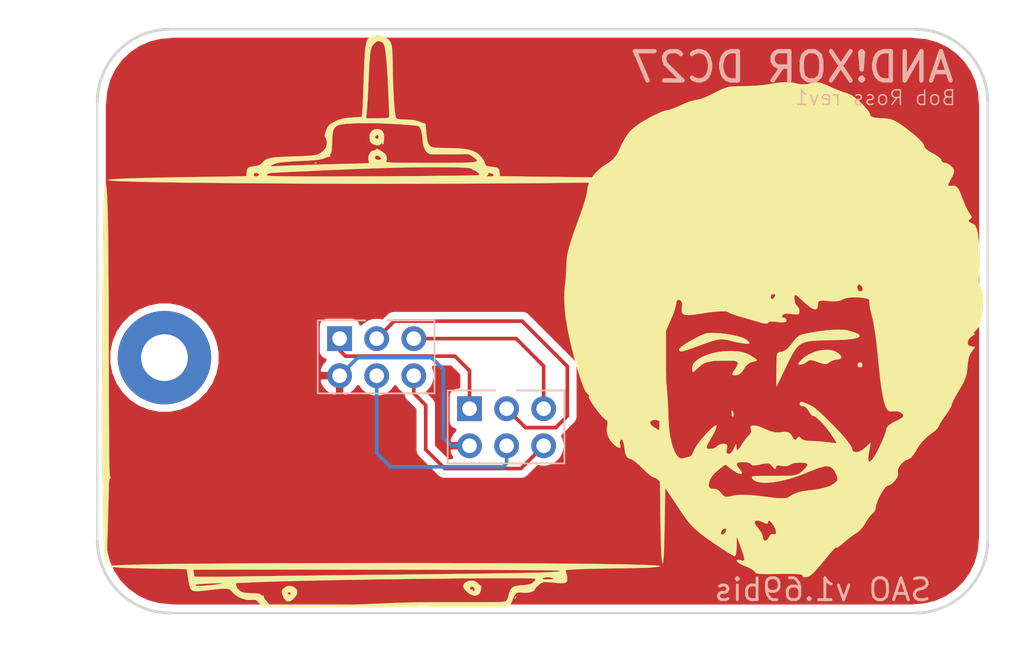
<source format=kicad_pcb>
(kicad_pcb (version 20171130) (host pcbnew 5.0.2-bee76a0~70~ubuntu18.04.1)

  (general
    (thickness 1.6)
    (drawings 12)
    (tracks 34)
    (zones 0)
    (modules 5)
    (nets 7)
  )

  (page A4)
  (layers
    (0 F.Cu signal)
    (31 B.Cu signal)
    (32 B.Adhes user)
    (33 F.Adhes user)
    (34 B.Paste user)
    (35 F.Paste user)
    (36 B.SilkS user)
    (37 F.SilkS user)
    (38 B.Mask user)
    (39 F.Mask user)
    (40 Dwgs.User user)
    (41 Cmts.User user)
    (42 Eco1.User user)
    (43 Eco2.User user)
    (44 Edge.Cuts user)
    (45 Margin user)
    (46 B.CrtYd user)
    (47 F.CrtYd user)
    (48 B.Fab user)
    (49 F.Fab user)
  )

  (setup
    (last_trace_width 0.25)
    (trace_clearance 0.2)
    (zone_clearance 0.508)
    (zone_45_only no)
    (trace_min 0.2)
    (segment_width 0.2)
    (edge_width 0.15)
    (via_size 0.8)
    (via_drill 0.4)
    (via_min_size 0.4)
    (via_min_drill 0.3)
    (uvia_size 0.3)
    (uvia_drill 0.1)
    (uvias_allowed no)
    (uvia_min_size 0.2)
    (uvia_min_drill 0.1)
    (pcb_text_width 0.3)
    (pcb_text_size 1.5 1.5)
    (mod_edge_width 0.15)
    (mod_text_size 1 1)
    (mod_text_width 0.15)
    (pad_size 1.524 1.524)
    (pad_drill 0.762)
    (pad_to_mask_clearance 0.051)
    (solder_mask_min_width 0.25)
    (aux_axis_origin 0 0)
    (visible_elements FFFFFF7F)
    (pcbplotparams
      (layerselection 0x010fc_ffffffff)
      (usegerberextensions false)
      (usegerberattributes false)
      (usegerberadvancedattributes false)
      (creategerberjobfile false)
      (excludeedgelayer true)
      (linewidth 0.100000)
      (plotframeref false)
      (viasonmask false)
      (mode 1)
      (useauxorigin false)
      (hpglpennumber 1)
      (hpglpenspeed 20)
      (hpglpendiameter 15.000000)
      (psnegative false)
      (psa4output false)
      (plotreference true)
      (plotvalue true)
      (plotinvisibletext false)
      (padsonsilk false)
      (subtractmaskfromsilk false)
      (outputformat 1)
      (mirror false)
      (drillshape 0)
      (scaleselection 1)
      (outputdirectory "output/"))
  )

  (net 0 "")
  (net 1 "Net-(J1-Pad1)")
  (net 2 "Net-(J1-Pad3)")
  (net 3 "Net-(J1-Pad4)")
  (net 4 "Net-(J1-Pad5)")
  (net 5 "Net-(J1-Pad6)")
  (net 6 GND)

  (net_class Default "This is the default net class."
    (clearance 0.2)
    (trace_width 0.25)
    (via_dia 0.8)
    (via_drill 0.4)
    (uvia_dia 0.3)
    (uvia_drill 0.1)
    (add_net GND)
    (add_net "Net-(J1-Pad1)")
    (add_net "Net-(J1-Pad3)")
    (add_net "Net-(J1-Pad4)")
    (add_net "Net-(J1-Pad5)")
    (add_net "Net-(J1-Pad6)")
  )

  (module FancyFeast:bob_ross_silk (layer F.Cu) (tedit 0) (tstamp 5C82AFAB)
    (at 100 100)
    (fp_text reference G*** (at 0 0) (layer F.SilkS) hide
      (effects (font (size 1.524 1.524) (thickness 0.3)))
    )
    (fp_text value LOGO (at 0.75 0) (layer F.SilkS) hide
      (effects (font (size 1.524 1.524) (thickness 0.3)))
    )
    (fp_poly (pts (xy -11.184499 -13.140958) (xy -11.07279 -13.101076) (xy -10.983497 -13.031714) (xy -10.912711 -12.930507)
      (xy -10.895326 -12.895385) (xy -10.87225 -12.818104) (xy -10.858232 -12.712679) (xy -10.853356 -12.588999)
      (xy -10.857704 -12.456952) (xy -10.871357 -12.326426) (xy -10.889759 -12.226574) (xy -10.910887 -12.144317)
      (xy -10.929462 -12.0896) (xy -10.943923 -12.065032) (xy -10.952712 -12.073223) (xy -10.954267 -12.116782)
      (xy -10.954179 -12.118822) (xy -10.962133 -12.170086) (xy -10.989789 -12.189774) (xy -11.033731 -12.177817)
      (xy -11.090546 -12.134146) (xy -11.102918 -12.121843) (xy -11.155277 -12.075107) (xy -11.205823 -12.051713)
      (xy -11.267258 -12.042749) (xy -11.363516 -12.04716) (xy -11.46782 -12.070687) (xy -11.47303 -12.072373)
      (xy -11.616039 -12.130001) (xy -11.722296 -12.19698) (xy -11.793211 -12.274255) (xy -11.80565 -12.29542)
      (xy -11.826105 -12.340078) (xy -11.839117 -12.387504) (xy -11.846287 -12.448162) (xy -11.849215 -12.532516)
      (xy -11.849579 -12.582769) (xy -11.849522 -12.592137) (xy -11.467599 -12.592137) (xy -11.453997 -12.56117)
      (xy -11.423628 -12.531889) (xy -11.363707 -12.495319) (xy -11.30785 -12.487318) (xy -11.265117 -12.50837)
      (xy -11.254841 -12.522869) (xy -11.237417 -12.584088) (xy -11.237643 -12.655393) (xy -11.254731 -12.716875)
      (xy -11.263052 -12.730458) (xy -11.282538 -12.753026) (xy -11.302463 -12.757413) (xy -11.335877 -12.743132)
      (xy -11.365629 -12.72664) (xy -11.41729 -12.687838) (xy -11.453676 -12.643114) (xy -11.45891 -12.631798)
      (xy -11.467599 -12.592137) (xy -11.849522 -12.592137) (xy -11.848995 -12.677407) (xy -11.845352 -12.744001)
      (xy -11.836631 -12.793571) (xy -11.820814 -12.837138) (xy -11.795882 -12.885721) (xy -11.793195 -12.890585)
      (xy -11.711307 -13.004661) (xy -11.609489 -13.085896) (xy -11.486077 -13.135219) (xy -11.339408 -13.15356)
      (xy -11.322538 -13.153727) (xy -11.184499 -13.140958)) (layer F.SilkS) (width 0.01))
    (fp_poly (pts (xy -15.478499 -10.860272) (xy -15.44695 -10.85154) (xy -15.445154 -10.843846) (xy -15.470193 -10.83251)
      (xy -15.520478 -10.82546) (xy -15.553768 -10.824308) (xy -15.609117 -10.827862) (xy -15.644041 -10.836938)
      (xy -15.650308 -10.843846) (xy -15.632632 -10.854497) (xy -15.586991 -10.861594) (xy -15.541693 -10.863385)
      (xy -15.478499 -10.860272)) (layer F.SilkS) (width 0.01))
    (fp_poly (pts (xy 11.684 0.811617) (xy 11.922023 0.818005) (xy 12.174485 0.835435) (xy 12.434846 0.862775)
      (xy 12.696567 0.898888) (xy 12.953107 0.94264) (xy 13.197926 0.992897) (xy 13.424485 1.048523)
      (xy 13.626243 1.108386) (xy 13.79666 1.171349) (xy 13.823038 1.182718) (xy 13.894128 1.221207)
      (xy 13.967655 1.272762) (xy 14.037956 1.331713) (xy 14.09937 1.392391) (xy 14.146236 1.449126)
      (xy 14.172892 1.496248) (xy 14.173677 1.528089) (xy 14.171118 1.531292) (xy 14.147278 1.536789)
      (xy 14.09406 1.541009) (xy 14.021159 1.543304) (xy 13.987583 1.543538) (xy 13.865142 1.537311)
      (xy 13.711615 1.519293) (xy 13.532843 1.490478) (xy 13.334665 1.451863) (xy 13.122923 1.404442)
      (xy 13.012254 1.377354) (xy 12.847464 1.336766) (xy 12.69999 1.303386) (xy 12.565742 1.277752)
      (xy 12.440634 1.260403) (xy 12.320577 1.251878) (xy 12.201483 1.252717) (xy 12.079264 1.263458)
      (xy 11.949832 1.28464) (xy 11.8091 1.316804) (xy 11.652978 1.360487) (xy 11.477379 1.416228)
      (xy 11.278215 1.484567) (xy 11.051398 1.566043) (xy 10.792839 1.661195) (xy 10.755923 1.674879)
      (xy 10.502536 1.768258) (xy 10.282867 1.847766) (xy 10.09437 1.914083) (xy 9.934498 1.967891)
      (xy 9.800704 2.009872) (xy 9.690439 2.040706) (xy 9.601159 2.061075) (xy 9.530314 2.071661)
      (xy 9.475359 2.073144) (xy 9.433747 2.066207) (xy 9.402929 2.051529) (xy 9.389626 2.040374)
      (xy 9.366525 1.998312) (xy 9.358923 1.954411) (xy 9.376474 1.903776) (xy 9.427508 1.839381)
      (xy 9.509596 1.762873) (xy 9.620308 1.675898) (xy 9.757217 1.580103) (xy 9.917892 1.477133)
      (xy 10.099905 1.368637) (xy 10.300827 1.256259) (xy 10.518229 1.141647) (xy 10.671901 1.064426)
      (xy 10.829588 0.988102) (xy 10.961401 0.928693) (xy 11.075622 0.88413) (xy 11.180534 0.852344)
      (xy 11.28442 0.831267) (xy 11.395561 0.818829) (xy 11.522239 0.812963) (xy 11.672738 0.811598)
      (xy 11.684 0.811617)) (layer F.SilkS) (width 0.01))
    (fp_poly (pts (xy 19.689459 1.979409) (xy 19.833017 2.003623) (xy 19.853881 2.008896) (xy 19.998047 2.056205)
      (xy 20.13064 2.116314) (xy 20.247437 2.185797) (xy 20.344215 2.261228) (xy 20.416749 2.339179)
      (xy 20.460817 2.416222) (xy 20.472196 2.488932) (xy 20.468964 2.507986) (xy 20.443751 2.550482)
      (xy 20.389753 2.584355) (xy 20.303878 2.610834) (xy 20.183032 2.631148) (xy 20.148717 2.635216)
      (xy 19.959561 2.670978) (xy 19.795215 2.734343) (xy 19.651146 2.827109) (xy 19.638628 2.837285)
      (xy 19.564818 2.890298) (xy 19.489771 2.924982) (xy 19.407941 2.941232) (xy 19.313784 2.938948)
      (xy 19.201756 2.918024) (xy 19.066312 2.87836) (xy 18.912456 2.823807) (xy 18.742757 2.762352)
      (xy 18.603234 2.717405) (xy 18.488726 2.688794) (xy 18.394071 2.676348) (xy 18.314108 2.679893)
      (xy 18.243674 2.699259) (xy 18.17761 2.734271) (xy 18.110752 2.784759) (xy 18.096957 2.796589)
      (xy 17.999294 2.866874) (xy 17.887478 2.923558) (xy 17.77169 2.96324) (xy 17.662114 2.98252)
      (xy 17.56893 2.977994) (xy 17.560192 2.975916) (xy 17.529366 2.953125) (xy 17.530621 2.910101)
      (xy 17.563306 2.847953) (xy 17.626768 2.767791) (xy 17.720357 2.670726) (xy 17.763369 2.629933)
      (xy 17.987674 2.444051) (xy 18.228068 2.289368) (xy 18.488564 2.163871) (xy 18.773173 2.06555)
      (xy 19.001154 2.009213) (xy 19.166752 1.982772) (xy 19.344532 1.968988) (xy 19.522699 1.967865)
      (xy 19.689459 1.979409)) (layer F.SilkS) (width 0.01))
    (fp_poly (pts (xy 21.834674 2.849055) (xy 21.887482 2.89366) (xy 21.918024 2.959814) (xy 21.922154 2.999154)
      (xy 21.905746 3.073389) (xy 21.862455 3.128115) (xy 21.801177 3.159527) (xy 21.73081 3.163826)
      (xy 21.66025 3.137207) (xy 21.637982 3.120597) (xy 21.595923 3.061137) (xy 21.584232 2.989767)
      (xy 21.603235 2.919565) (xy 21.632008 2.880945) (xy 21.698001 2.839057) (xy 21.768535 2.829641)
      (xy 21.834674 2.849055)) (layer F.SilkS) (width 0.01))
    (fp_poly (pts (xy 13.151772 2.052945) (xy 13.396697 2.072364) (xy 13.616927 2.10677) (xy 13.81877 2.157842)
      (xy 14.008533 2.227262) (xy 14.192521 2.316711) (xy 14.377043 2.427868) (xy 14.424411 2.45953)
      (xy 14.538461 2.538717) (xy 14.619946 2.600453) (xy 14.669638 2.647677) (xy 14.688307 2.683327)
      (xy 14.676727 2.71034) (xy 14.635667 2.731656) (xy 14.5659 2.750212) (xy 14.503963 2.762473)
      (xy 14.409485 2.783813) (xy 14.31462 2.811592) (xy 14.236985 2.840521) (xy 14.224 2.846499)
      (xy 14.12647 2.907083) (xy 14.023615 2.993261) (xy 13.925597 3.094749) (xy 13.84258 3.201266)
      (xy 13.795253 3.280283) (xy 13.709794 3.418534) (xy 13.606485 3.534434) (xy 13.490588 3.624121)
      (xy 13.367367 3.683732) (xy 13.242085 3.709404) (xy 13.209764 3.710041) (xy 13.141344 3.707053)
      (xy 13.08418 3.701845) (xy 13.061462 3.698012) (xy 13.027494 3.686593) (xy 13.006872 3.669604)
      (xy 13.000856 3.642801) (xy 13.010706 3.601938) (xy 13.037683 3.54277) (xy 13.083047 3.461052)
      (xy 13.148058 3.352539) (xy 13.179035 3.302) (xy 13.262631 3.162205) (xy 13.3231 3.04993)
      (xy 13.360671 2.961366) (xy 13.375572 2.892702) (xy 13.368034 2.840131) (xy 13.338285 2.799842)
      (xy 13.286553 2.768026) (xy 13.213068 2.740874) (xy 13.21277 2.740782) (xy 13.177158 2.730993)
      (xy 13.137573 2.723264) (xy 13.089273 2.717391) (xy 13.027515 2.713169) (xy 12.947559 2.710394)
      (xy 12.844662 2.708863) (xy 12.714083 2.708371) (xy 12.55108 2.708715) (xy 12.475308 2.709042)
      (xy 12.240903 2.711241) (xy 12.040602 2.715741) (xy 11.869475 2.723) (xy 11.722592 2.733475)
      (xy 11.595023 2.747623) (xy 11.481839 2.765902) (xy 11.378109 2.788768) (xy 11.278904 2.816678)
      (xy 11.263923 2.821387) (xy 11.147707 2.863608) (xy 11.039847 2.91522) (xy 10.932897 2.981009)
      (xy 10.819415 3.065765) (xy 10.691957 3.174275) (xy 10.634474 3.226243) (xy 10.521738 3.328407)
      (xy 10.433989 3.403841) (xy 10.368117 3.452976) (xy 10.321012 3.476239) (xy 10.289564 3.474061)
      (xy 10.270663 3.446869) (xy 10.261199 3.395094) (xy 10.258061 3.319164) (xy 10.257883 3.27819)
      (xy 10.259875 3.181787) (xy 10.267096 3.111075) (xy 10.281772 3.052782) (xy 10.305329 2.995352)
      (xy 10.386818 2.863374) (xy 10.50397 2.737165) (xy 10.653645 2.617883) (xy 10.8327 2.506688)
      (xy 11.037995 2.404738) (xy 11.266388 2.313193) (xy 11.51474 2.233212) (xy 11.779908 2.165954)
      (xy 12.058752 2.112577) (xy 12.34813 2.074242) (xy 12.644901 2.052106) (xy 12.875846 2.04683)
      (xy 13.151772 2.052945)) (layer F.SilkS) (width 0.01))
    (fp_poly (pts (xy 20.529099 0.593387) (xy 20.698083 0.605239) (xy 20.852155 0.625676) (xy 20.999205 0.655478)
      (xy 21.143168 0.694246) (xy 21.336436 0.756817) (xy 21.490836 0.817342) (xy 21.606539 0.87557)
      (xy 21.683715 0.931245) (xy 21.722531 0.984115) (xy 21.723158 1.033925) (xy 21.685765 1.080421)
      (xy 21.610521 1.12335) (xy 21.497595 1.162457) (xy 21.347157 1.19749) (xy 21.159376 1.228193)
      (xy 20.934421 1.254314) (xy 20.759615 1.269381) (xy 20.681361 1.274218) (xy 20.569673 1.279549)
      (xy 20.430192 1.28518) (xy 20.268554 1.290917) (xy 20.090399 1.296567) (xy 19.901364 1.301936)
      (xy 19.707088 1.306831) (xy 19.597077 1.309314) (xy 19.315369 1.315997) (xy 19.069251 1.323351)
      (xy 18.855237 1.331793) (xy 18.669841 1.341745) (xy 18.509576 1.353625) (xy 18.370956 1.367852)
      (xy 18.250495 1.384845) (xy 18.144707 1.405024) (xy 18.050105 1.428807) (xy 17.963204 1.456615)
      (xy 17.880517 1.488865) (xy 17.799665 1.525448) (xy 17.713186 1.570079) (xy 17.641379 1.616304)
      (xy 17.571965 1.673282) (xy 17.492664 1.750175) (xy 17.47728 1.765923) (xy 17.431577 1.814066)
      (xy 17.38841 1.862523) (xy 17.346421 1.913758) (xy 17.304256 1.970238) (xy 17.26056 2.034426)
      (xy 17.213976 2.108788) (xy 17.163148 2.195789) (xy 17.106722 2.297894) (xy 17.043341 2.417567)
      (xy 16.971651 2.557275) (xy 16.890294 2.719481) (xy 16.797916 2.90665) (xy 16.693161 3.121249)
      (xy 16.574674 3.365741) (xy 16.441098 3.642592) (xy 16.412224 3.702538) (xy 16.333877 3.865054)
      (xy 16.26068 4.016548) (xy 16.194382 4.153426) (xy 16.136732 4.27209) (xy 16.089481 4.368945)
      (xy 16.054376 4.440394) (xy 16.033169 4.482842) (xy 16.027468 4.493449) (xy 16.026018 4.476296)
      (xy 16.024897 4.42357) (xy 16.024109 4.338773) (xy 16.023659 4.225407) (xy 16.023552 4.086976)
      (xy 16.023793 3.92698) (xy 16.024385 3.748922) (xy 16.025335 3.556305) (xy 16.026057 3.438372)
      (xy 16.027682 3.204734) (xy 16.029325 3.006873) (xy 16.031102 2.84149) (xy 16.033134 2.705286)
      (xy 16.035537 2.594961) (xy 16.038432 2.507215) (xy 16.041935 2.43875) (xy 16.046166 2.386266)
      (xy 16.051243 2.346464) (xy 16.057284 2.316043) (xy 16.064408 2.291706) (xy 16.067528 2.28309)
      (xy 16.100226 2.210876) (xy 16.138859 2.163243) (xy 16.193054 2.133474) (xy 16.272439 2.114851)
      (xy 16.317793 2.108461) (xy 16.446887 2.081146) (xy 16.570399 2.030865) (xy 16.691632 1.955019)
      (xy 16.813889 1.851008) (xy 16.940476 1.716233) (xy 17.074697 1.548095) (xy 17.135231 1.46538)
      (xy 17.23461 1.330751) (xy 17.320405 1.224891) (xy 17.398009 1.14241) (xy 17.472814 1.077916)
      (xy 17.550213 1.026019) (xy 17.604154 0.996647) (xy 17.685292 0.958953) (xy 17.774451 0.924615)
      (xy 17.875896 0.892645) (xy 17.993889 0.862053) (xy 18.132697 0.831852) (xy 18.296582 0.801052)
      (xy 18.489808 0.768664) (xy 18.716641 0.733701) (xy 18.776462 0.72483) (xy 18.998064 0.692672)
      (xy 19.187981 0.666393) (xy 19.353051 0.645315) (xy 19.50011 0.628762) (xy 19.635997 0.616057)
      (xy 19.767549 0.606522) (xy 19.901604 0.599481) (xy 20.044999 0.594256) (xy 20.114846 0.592305)
      (xy 20.337317 0.589336) (xy 20.529099 0.593387)) (layer F.SilkS) (width 0.01))
    (fp_poly (pts (xy 13.020956 6.136912) (xy 13.054661 6.194302) (xy 13.078314 6.274973) (xy 13.08995 6.364238)
      (xy 13.087605 6.447414) (xy 13.070543 6.507592) (xy 13.03928 6.540842) (xy 13.006729 6.537739)
      (xy 12.981397 6.499764) (xy 12.978884 6.491654) (xy 12.969613 6.430865) (xy 12.966339 6.348326)
      (xy 12.96892 6.26088) (xy 12.977214 6.185368) (xy 12.981636 6.164088) (xy 12.993999 6.128232)
      (xy 13.008895 6.125845) (xy 13.020956 6.136912)) (layer F.SilkS) (width 0.01))
    (fp_poly (pts (xy -4.747831 17.786624) (xy -4.648438 17.80972) (xy -4.558899 17.854121) (xy -4.468421 17.924664)
      (xy -4.402372 17.988476) (xy -4.340681 18.04854) (xy -4.286313 18.096207) (xy -4.246483 18.125435)
      (xy -4.231411 18.131692) (xy -4.209168 18.148813) (xy -4.198868 18.195074) (xy -4.199292 18.262821)
      (xy -4.20922 18.3444) (xy -4.227433 18.432157) (xy -4.252713 18.518437) (xy -4.28384 18.595588)
      (xy -4.313601 18.647721) (xy -4.392708 18.728602) (xy -4.49451 18.782635) (xy -4.61101 18.807155)
      (xy -4.734209 18.799502) (xy -4.755315 18.794792) (xy -4.872952 18.751749) (xy -5.000882 18.680631)
      (xy -5.12977 18.587149) (xy -5.210756 18.516043) (xy -5.321169 18.397965) (xy -5.387588 18.297769)
      (xy -4.962769 18.297769) (xy -4.951681 18.360242) (xy -4.916761 18.392767) (xy -4.855521 18.397228)
      (xy -4.835601 18.394141) (xy -4.7888 18.387848) (xy -4.76969 18.395274) (xy -4.767986 18.417401)
      (xy -4.769472 18.472012) (xy -4.756281 18.497626) (xy -4.732215 18.502923) (xy -4.688875 18.490553)
      (xy -4.6736 18.479477) (xy -4.651234 18.432089) (xy -4.652832 18.369063) (xy -4.674768 18.302432)
      (xy -4.713414 18.24423) (xy -4.754343 18.211597) (xy -4.829494 18.185754) (xy -4.893528 18.190437)
      (xy -4.939844 18.222919) (xy -4.961842 18.280469) (xy -4.962769 18.297769) (xy -5.387588 18.297769)
      (xy -5.393677 18.288584) (xy -5.428337 18.187327) (xy -5.425207 18.09362) (xy -5.384343 18.006893)
      (xy -5.305803 17.926571) (xy -5.271975 17.901613) (xy -5.130792 17.826493) (xy -4.976106 17.78704)
      (xy -4.867875 17.78) (xy -4.747831 17.786624)) (layer F.SilkS) (width 0.01))
    (fp_poly (pts (xy -17.201196 18.159516) (xy -17.059828 18.206541) (xy -16.941101 18.282477) (xy -16.934622 18.288081)
      (xy -16.85682 18.374016) (xy -16.814854 18.466649) (xy -16.8055 18.573828) (xy -16.807288 18.598008)
      (xy -16.824785 18.691111) (xy -16.861279 18.77811) (xy -16.921429 18.867198) (xy -17.009897 18.966565)
      (xy -17.02672 18.983692) (xy -17.142379 19.089629) (xy -17.246192 19.160863) (xy -17.341733 19.198598)
      (xy -17.432577 19.204036) (xy -17.522298 19.178381) (xy -17.555308 19.161598) (xy -17.611807 19.119033)
      (xy -17.66959 19.059119) (xy -17.696672 19.023376) (xy -17.743254 18.939094) (xy -17.787164 18.833685)
      (xy -17.823931 18.720834) (xy -17.844465 18.633796) (xy -17.467044 18.633796) (xy -17.453993 18.674308)
      (xy -17.407492 18.715845) (xy -17.405178 18.717274) (xy -17.355336 18.745886) (xy -17.325153 18.754255)
      (xy -17.301467 18.743347) (xy -17.283165 18.72622) (xy -17.254297 18.678573) (xy -17.259482 18.634906)
      (xy -17.293764 18.601485) (xy -17.352186 18.584577) (xy -17.395018 18.584791) (xy -17.447201 18.601545)
      (xy -17.467044 18.633796) (xy -17.844465 18.633796) (xy -17.849083 18.614222) (xy -17.858154 18.529189)
      (xy -17.855984 18.482564) (xy -17.84556 18.445823) (xy -17.821011 18.408629) (xy -17.776465 18.360647)
      (xy -17.744374 18.328907) (xy -17.64882 18.243441) (xy -17.56343 18.18713) (xy -17.478677 18.155375)
      (xy -17.385041 18.143573) (xy -17.359923 18.1432) (xy -17.201196 18.159516)) (layer F.SilkS) (width 0.01))
    (fp_poly (pts (xy -29.922211 -9.451679) (xy -29.906344 -9.387141) (xy -29.890375 -9.290587) (xy -29.874653 -9.164368)
      (xy -29.859526 -9.010829) (xy -29.845345 -8.832321) (xy -29.836219 -8.694615) (xy -29.82856 -8.564004)
      (xy -29.821273 -8.4271) (xy -29.814346 -8.282743) (xy -29.807764 -8.129771) (xy -29.801516 -7.967025)
      (xy -29.795588 -7.793344) (xy -29.789968 -7.607568) (xy -29.784644 -7.408536) (xy -29.779602 -7.195087)
      (xy -29.77483 -6.966062) (xy -29.770315 -6.720299) (xy -29.766045 -6.456638) (xy -29.762006 -6.173919)
      (xy -29.758185 -5.870981) (xy -29.754571 -5.546664) (xy -29.75115 -5.199807) (xy -29.74791 -4.829249)
      (xy -29.744838 -4.43383) (xy -29.741921 -4.012391) (xy -29.739146 -3.563769) (xy -29.736501 -3.086805)
      (xy -29.733973 -2.580338) (xy -29.731549 -2.043207) (xy -29.729217 -1.474253) (xy -29.726963 -0.872314)
      (xy -29.724776 -0.236231) (xy -29.722642 0.435158) (xy -29.720548 1.143013) (xy -29.718482 1.888494)
      (xy -29.717968 2.080846) (xy -29.716528 2.604557) (xy -29.715002 3.12213) (xy -29.713399 3.631958)
      (xy -29.711726 4.132434) (xy -29.709992 4.621953) (xy -29.708205 5.098906) (xy -29.706373 5.561689)
      (xy -29.704503 6.008694) (xy -29.702605 6.438314) (xy -29.700686 6.848944) (xy -29.698754 7.238977)
      (xy -29.696817 7.606806) (xy -29.694884 7.950824) (xy -29.692962 8.269426) (xy -29.69106 8.561004)
      (xy -29.689186 8.823952) (xy -29.687347 9.056664) (xy -29.685551 9.257533) (xy -29.683808 9.424952)
      (xy -29.682124 9.557314) (xy -29.680509 9.653015) (xy -29.679725 9.686771) (xy -29.673455 9.912195)
      (xy -29.66758 10.101593) (xy -29.661827 10.258009) (xy -29.655928 10.38449) (xy -29.649609 10.48408)
      (xy -29.642601 10.559824) (xy -29.634631 10.614767) (xy -29.62543 10.651954) (xy -29.614725 10.674431)
      (xy -29.602246 10.685242) (xy -29.590628 10.687538) (xy -29.564561 10.694406) (xy -29.572767 10.715949)
      (xy -29.608019 10.747662) (xy -29.63623 10.776801) (xy -29.658628 10.817897) (xy -29.675982 10.875508)
      (xy -29.689064 10.954195) (xy -29.698644 11.058517) (xy -29.705492 11.193032) (xy -29.710144 11.351846)
      (xy -29.716285 11.615099) (xy -29.723281 11.903491) (xy -29.730976 12.211204) (xy -29.739213 12.532423)
      (xy -29.747835 12.861329) (xy -29.756683 13.192108) (xy -29.765602 13.518943) (xy -29.774434 13.836016)
      (xy -29.783021 14.137512) (xy -29.791206 14.417614) (xy -29.798833 14.670505) (xy -29.805744 14.890369)
      (xy -29.805993 14.898077) (xy -29.815584 15.194614) (xy -29.824031 15.454533) (xy -29.831474 15.680273)
      (xy -29.838056 15.874271) (xy -29.843916 16.038966) (xy -29.849197 16.176795) (xy -29.854039 16.290198)
      (xy -29.858584 16.381611) (xy -29.862973 16.453474) (xy -29.867346 16.508223) (xy -29.871846 16.548298)
      (xy -29.876614 16.576136) (xy -29.881789 16.594176) (xy -29.887515 16.604855) (xy -29.893931 16.610612)
      (xy -29.90118 16.613885) (xy -29.905443 16.615459) (xy -29.934761 16.608838) (xy -29.95067 16.582896)
      (xy -29.96374 16.531794) (xy -29.97802 16.446588) (xy -29.992906 16.332209) (xy -30.007794 16.193589)
      (xy -30.022081 16.035658) (xy -30.030119 15.933615) (xy -30.039515 15.797191) (xy -30.048199 15.648367)
      (xy -30.056238 15.484701) (xy -30.063697 15.303749) (xy -30.070643 15.10307) (xy -30.077141 14.880222)
      (xy -30.083257 14.632763) (xy -30.089057 14.358249) (xy -30.094608 14.05424) (xy -30.099974 13.718292)
      (xy -30.105222 13.347964) (xy -30.110018 12.973538) (xy -30.113382 12.714225) (xy -30.117009 12.462044)
      (xy -30.12083 12.220303) (xy -30.124778 11.992313) (xy -30.128784 11.781381) (xy -30.132781 11.590819)
      (xy -30.136699 11.423934) (xy -30.140471 11.284036) (xy -30.144029 11.174434) (xy -30.147304 11.098438)
      (xy -30.149258 11.068538) (xy -30.155777 10.985158) (xy -30.161806 10.891264) (xy -30.167352 10.785557)
      (xy -30.17242 10.666737) (xy -30.17702 10.533505) (xy -30.181159 10.384562) (xy -30.184842 10.218609)
      (xy -30.188079 10.034346) (xy -30.190876 9.830474) (xy -30.193241 9.605694) (xy -30.195181 9.358707)
      (xy -30.196703 9.088213) (xy -30.197815 8.792912) (xy -30.198524 8.471507) (xy -30.198837 8.122697)
      (xy -30.198762 7.745182) (xy -30.198306 7.337665) (xy -30.197476 6.898845) (xy -30.19628 6.427424)
      (xy -30.194725 5.922101) (xy -30.192818 5.381578) (xy -30.190567 4.804556) (xy -30.188027 4.200769)
      (xy -30.184173 3.343444) (xy -30.18016 2.510671) (xy -30.175994 1.703103) (xy -30.171681 0.921395)
      (xy -30.167227 0.166201) (xy -30.162639 -0.561825) (xy -30.157924 -1.262028) (xy -30.153087 -1.933755)
      (xy -30.148134 -2.576351) (xy -30.143073 -3.189163) (xy -30.137908 -3.771535) (xy -30.132648 -4.322815)
      (xy -30.127297 -4.842347) (xy -30.121862 -5.329477) (xy -30.116349 -5.783552) (xy -30.110766 -6.203917)
      (xy -30.105117 -6.589919) (xy -30.09941 -6.940902) (xy -30.09365 -7.256212) (xy -30.087844 -7.535197)
      (xy -30.081998 -7.7772) (xy -30.076119 -7.981569) (xy -30.070212 -8.147649) (xy -30.069001 -8.176846)
      (xy -30.058919 -8.389407) (xy -30.047282 -8.594037) (xy -30.034442 -8.786828) (xy -30.02075 -8.963872)
      (xy -30.006557 -9.121259) (xy -29.992215 -9.255083) (xy -29.978075 -9.361434) (xy -29.964489 -9.436404)
      (xy -29.952243 -9.475317) (xy -29.937627 -9.481854) (xy -29.922211 -9.451679)) (layer F.SilkS) (width 0.01))
    (fp_poly (pts (xy -11.247649 -19.605952) (xy -11.1794 -19.590998) (xy -11.111299 -19.569627) (xy -10.982513 -19.521732)
      (xy -10.852724 -19.465215) (xy -10.731516 -19.404858) (xy -10.628472 -19.345443) (xy -10.553177 -19.291751)
      (xy -10.55156 -19.290375) (xy -10.472396 -19.204442) (xy -10.408144 -19.093432) (xy -10.357544 -18.954025)
      (xy -10.319336 -18.782899) (xy -10.29649 -18.617681) (xy -10.292426 -18.563761) (xy -10.287981 -18.475033)
      (xy -10.283281 -18.355763) (xy -10.278453 -18.210216) (xy -10.273623 -18.042658) (xy -10.268917 -17.857355)
      (xy -10.264461 -17.658573) (xy -10.260382 -17.450576) (xy -10.25813 -17.320846) (xy -10.250715 -16.938298)
      (xy -10.241357 -16.568106) (xy -10.230193 -16.212556) (xy -10.217363 -15.873934) (xy -10.203003 -15.554526)
      (xy -10.187254 -15.256618) (xy -10.170252 -14.982496) (xy -10.152136 -14.734446) (xy -10.133045 -14.514754)
      (xy -10.113117 -14.325707) (xy -10.092489 -14.169591) (xy -10.071301 -14.048691) (xy -10.056469 -13.987147)
      (xy -10.041366 -13.942711) (xy -10.021212 -13.907283) (xy -9.991614 -13.87965) (xy -9.948176 -13.858602)
      (xy -9.886506 -13.842926) (xy -9.802209 -13.83141) (xy -9.690891 -13.822842) (xy -9.548159 -13.81601)
      (xy -9.419093 -13.811338) (xy -9.219479 -13.803345) (xy -9.052068 -13.793271) (xy -8.909995 -13.779976)
      (xy -8.786396 -13.76232) (xy -8.674409 -13.739163) (xy -8.56717 -13.709367) (xy -8.457815 -13.671792)
      (xy -8.367767 -13.636808) (xy -8.273833 -13.600066) (xy -8.189213 -13.569046) (xy -8.122385 -13.546714)
      (xy -8.08183 -13.536036) (xy -8.078473 -13.535617) (xy -8.038153 -13.521752) (xy -8.021116 -13.501697)
      (xy -8.016708 -13.474134) (xy -8.00947 -13.413719) (xy -8.000047 -13.326522) (xy -7.989087 -13.218614)
      (xy -7.977234 -13.096065) (xy -7.972167 -13.041923) (xy -7.952751 -12.840256) (xy -7.934723 -12.672963)
      (xy -7.917139 -12.53541) (xy -7.899058 -12.422963) (xy -7.879539 -12.330988) (xy -7.857639 -12.254852)
      (xy -7.832416 -12.189921) (xy -7.802929 -12.131561) (xy -7.779039 -12.091812) (xy -7.738879 -12.037482)
      (xy -7.691026 -11.992022) (xy -7.631924 -11.954699) (xy -7.558018 -11.92478) (xy -7.465754 -11.901532)
      (xy -7.351577 -11.884222) (xy -7.211931 -11.872117) (xy -7.043263 -11.864484) (xy -6.842017 -11.860589)
      (xy -6.653359 -11.859672) (xy -6.301994 -11.856803) (xy -5.98667 -11.847974) (xy -5.704702 -11.832481)
      (xy -5.45341 -11.809621) (xy -5.230111 -11.778692) (xy -5.032124 -11.738991) (xy -4.856765 -11.689815)
      (xy -4.701353 -11.630462) (xy -4.563207 -11.560227) (xy -4.439642 -11.47841) (xy -4.327979 -11.384306)
      (xy -4.225535 -11.277213) (xy -4.169143 -11.20869) (xy -4.088255 -11.099709) (xy -4.027706 -11.002737)
      (xy -3.979281 -10.903105) (xy -3.938495 -10.796823) (xy -3.905729 -10.718253) (xy -3.866909 -10.663446)
      (xy -3.813984 -10.627069) (xy -3.738901 -10.603788) (xy -3.633608 -10.588271) (xy -3.621701 -10.587003)
      (xy -3.47251 -10.57105) (xy -3.356679 -10.557516) (xy -3.268637 -10.545476) (xy -3.202809 -10.534001)
      (xy -3.153624 -10.522166) (xy -3.115509 -10.509043) (xy -3.093555 -10.499149) (xy -3.036996 -10.464091)
      (xy -2.996213 -10.418681) (xy -2.968218 -10.355963) (xy -2.950024 -10.268979) (xy -2.938645 -10.15077)
      (xy -2.937717 -10.136146) (xy -2.925121 -9.930278) (xy -2.04383 -9.917709) (xy -1.879184 -9.915422)
      (xy -1.680804 -9.91277) (xy -1.454032 -9.90982) (xy -1.204207 -9.906638) (xy -0.936671 -9.903289)
      (xy -0.656764 -9.899841) (xy -0.369828 -9.89636) (xy -0.081202 -9.892912) (xy 0.203771 -9.889563)
      (xy 0.468923 -9.886504) (xy 0.737324 -9.883377) (xy 1.008551 -9.880103) (xy 1.278021 -9.876743)
      (xy 1.541148 -9.87336) (xy 1.793349 -9.870015) (xy 2.030041 -9.866771) (xy 2.246638 -9.863688)
      (xy 2.438557 -9.86083) (xy 2.601213 -9.858258) (xy 2.730024 -9.856034) (xy 2.745154 -9.855753)
      (xy 3.389923 -9.843638) (xy 3.487047 -9.976267) (xy 3.669327 -10.195634) (xy 3.88489 -10.402999)
      (xy 4.12868 -10.593932) (xy 4.366846 -10.747359) (xy 4.57143 -10.877291) (xy 4.7462 -11.012448)
      (xy 4.896384 -11.158983) (xy 5.02721 -11.32305) (xy 5.143907 -11.510801) (xy 5.251703 -11.728389)
      (xy 5.303807 -11.850077) (xy 5.390765 -12.045227) (xy 5.492939 -12.246304) (xy 5.605843 -12.446106)
      (xy 5.724991 -12.637427) (xy 5.845896 -12.813065) (xy 5.964074 -12.965814) (xy 6.074897 -13.088333)
      (xy 6.206633 -13.2079) (xy 6.370675 -13.337818) (xy 6.562557 -13.475205) (xy 6.777818 -13.617179)
      (xy 7.011994 -13.760858) (xy 7.260622 -13.90336) (xy 7.519238 -14.041803) (xy 7.668846 -14.117517)
      (xy 7.835822 -14.197452) (xy 7.996592 -14.269137) (xy 8.146166 -14.330676) (xy 8.279553 -14.380175)
      (xy 8.39176 -14.415738) (xy 8.477797 -14.43547) (xy 8.515351 -14.438923) (xy 8.561845 -14.444785)
      (xy 8.632144 -14.460355) (xy 8.713106 -14.482614) (xy 8.735713 -14.489576) (xy 8.788564 -14.506924)
      (xy 8.844976 -14.526981) (xy 8.90909 -14.551478) (xy 8.985047 -14.582145) (xy 9.076989 -14.620711)
      (xy 9.189056 -14.668907) (xy 9.325391 -14.728461) (xy 9.490133 -14.801105) (xy 9.632462 -14.86417)
      (xy 9.820724 -14.943403) (xy 10.006766 -15.013632) (xy 10.182553 -15.072168) (xy 10.34005 -15.116324)
      (xy 10.463403 -15.14218) (xy 10.595023 -15.164292) (xy 10.699731 -15.184641) (xy 10.78938 -15.20638)
      (xy 10.875822 -15.232663) (xy 10.970912 -15.266641) (xy 11.058769 -15.300539) (xy 11.134461 -15.330654)
      (xy 11.204637 -15.359658) (xy 11.274249 -15.389928) (xy 11.348245 -15.423839) (xy 11.431576 -15.46377)
      (xy 11.52919 -15.512096) (xy 11.646039 -15.571194) (xy 11.787071 -15.64344) (xy 11.957236 -15.731212)
      (xy 11.977077 -15.741468) (xy 12.221735 -15.859862) (xy 12.447501 -15.951665) (xy 12.661396 -16.019532)
      (xy 12.798134 -16.052225) (xy 12.850478 -16.060896) (xy 12.92108 -16.068563) (xy 13.013217 -16.075389)
      (xy 13.130169 -16.081537) (xy 13.275214 -16.08717) (xy 13.451632 -16.09245) (xy 13.662701 -16.097542)
      (xy 13.745308 -16.099308) (xy 14.024391 -16.105923) (xy 14.271112 -16.113783) (xy 14.49218 -16.123464)
      (xy 14.694305 -16.135545) (xy 14.884197 -16.150603) (xy 15.068564 -16.169215) (xy 15.254116 -16.191959)
      (xy 15.447562 -16.219414) (xy 15.655612 -16.252155) (xy 15.799723 -16.276185) (xy 16.093003 -16.321657)
      (xy 16.35471 -16.352729) (xy 16.589576 -16.369449) (xy 16.802337 -16.371869) (xy 16.997726 -16.360037)
      (xy 17.180475 -16.334004) (xy 17.35532 -16.293818) (xy 17.359923 -16.292552) (xy 17.459906 -16.265851)
      (xy 17.540198 -16.24769) (xy 17.61344 -16.236472) (xy 17.692271 -16.230598) (xy 17.789332 -16.228472)
      (xy 17.867923 -16.228342) (xy 17.979542 -16.2291) (xy 18.063009 -16.231899) (xy 18.12925 -16.238317)
      (xy 18.189186 -16.249934) (xy 18.253742 -16.268327) (xy 18.333841 -16.295075) (xy 18.336846 -16.296108)
      (xy 18.432626 -16.327629) (xy 18.507892 -16.347353) (xy 18.578455 -16.357881) (xy 18.660129 -16.361814)
      (xy 18.737385 -16.362007) (xy 18.832225 -16.358981) (xy 18.921342 -16.34995) (xy 19.010875 -16.333075)
      (xy 19.106964 -16.306518) (xy 19.21575 -16.26844) (xy 19.343374 -16.217003) (xy 19.495975 -16.150369)
      (xy 19.597077 -16.104614) (xy 19.825656 -16.002615) (xy 20.051774 -15.906203) (xy 20.268741 -15.81804)
      (xy 20.469869 -15.740787) (xy 20.648467 -15.677106) (xy 20.76931 -15.638122) (xy 20.873281 -15.603923)
      (xy 20.978037 -15.564826) (xy 21.069565 -15.526293) (xy 21.121077 -15.50106) (xy 21.290386 -15.396338)
      (xy 21.476044 -15.257573) (xy 21.676928 -15.085675) (xy 21.891912 -14.881553) (xy 21.913435 -14.860112)
      (xy 22.086757 -14.679546) (xy 22.226877 -14.517629) (xy 22.334442 -14.373492) (xy 22.410103 -14.246266)
      (xy 22.454229 -14.136077) (xy 22.4769 -14.072122) (xy 22.506362 -14.032508) (xy 22.553454 -14.002708)
      (xy 22.55395 -14.00246) (xy 22.629652 -13.974231) (xy 22.736647 -13.949815) (xy 22.876752 -13.928955)
      (xy 23.05178 -13.911395) (xy 23.263547 -13.896875) (xy 23.319154 -13.893861) (xy 23.494698 -13.882841)
      (xy 23.639655 -13.868617) (xy 23.762492 -13.849328) (xy 23.871676 -13.823112) (xy 23.975672 -13.788109)
      (xy 24.082948 -13.742458) (xy 24.146742 -13.711977) (xy 24.278072 -13.641058) (xy 24.428103 -13.549206)
      (xy 24.592533 -13.439895) (xy 24.76706 -13.316597) (xy 24.947382 -13.182786) (xy 25.129196 -13.041934)
      (xy 25.3082 -12.897515) (xy 25.480093 -12.753002) (xy 25.640571 -12.611867) (xy 25.785334 -12.477583)
      (xy 25.910079 -12.353624) (xy 26.010503 -12.243462) (xy 26.082305 -12.150571) (xy 26.083951 -12.148119)
      (xy 26.133571 -12.063032) (xy 26.159168 -11.994018) (xy 26.162 -11.97021) (xy 26.179312 -11.913317)
      (xy 26.228397 -11.845114) (xy 26.304982 -11.769381) (xy 26.404792 -11.689892) (xy 26.523554 -11.610425)
      (xy 26.651609 -11.537568) (xy 26.819081 -11.446032) (xy 26.967045 -11.357553) (xy 27.092613 -11.274269)
      (xy 27.192898 -11.198319) (xy 27.26501 -11.131842) (xy 27.306061 -11.076975) (xy 27.314769 -11.046531)
      (xy 27.332855 -10.978757) (xy 27.381307 -10.918257) (xy 27.451417 -10.8719) (xy 27.534476 -10.846557)
      (xy 27.571722 -10.843831) (xy 27.657837 -10.828369) (xy 27.757004 -10.786011) (xy 27.861165 -10.722748)
      (xy 27.962266 -10.64457) (xy 28.052247 -10.557467) (xy 28.123054 -10.467428) (xy 28.154957 -10.410216)
      (xy 28.179236 -10.34643) (xy 28.19138 -10.28348) (xy 28.190037 -10.216358) (xy 28.173851 -10.140057)
      (xy 28.14147 -10.049569) (xy 28.09154 -9.939887) (xy 28.022706 -9.806003) (xy 27.960809 -9.692042)
      (xy 27.895084 -9.571129) (xy 27.847646 -9.47899) (xy 27.816792 -9.410821) (xy 27.800816 -9.36182)
      (xy 27.798015 -9.327185) (xy 27.806683 -9.302113) (xy 27.81764 -9.28869) (xy 27.838484 -9.274187)
      (xy 27.870375 -9.266392) (xy 27.921607 -9.264614) (xy 28.000475 -9.268164) (xy 28.036077 -9.270533)
      (xy 28.125644 -9.27591) (xy 28.187529 -9.276205) (xy 28.232946 -9.27006) (xy 28.273111 -9.256119)
      (xy 28.311231 -9.237271) (xy 28.396735 -9.172464) (xy 28.479884 -9.069922) (xy 28.559787 -8.93096)
      (xy 28.634229 -8.760335) (xy 28.728005 -8.518469) (xy 28.810177 -8.309762) (xy 28.8824 -8.130619)
      (xy 28.946334 -7.977439) (xy 29.003633 -7.846627) (xy 29.055956 -7.734584) (xy 29.10496 -7.637713)
      (xy 29.152302 -7.552415) (xy 29.199638 -7.475093) (xy 29.248626 -7.40215) (xy 29.27995 -7.358374)
      (xy 29.328989 -7.286586) (xy 29.36903 -7.219371) (xy 29.3938 -7.16761) (xy 29.398068 -7.15347)
      (xy 29.400402 -7.117875) (xy 29.38892 -7.083701) (xy 29.358952 -7.044557) (xy 29.305833 -6.994051)
      (xy 29.242229 -6.940094) (xy 29.203362 -6.900588) (xy 29.191023 -6.864643) (xy 29.207551 -6.828567)
      (xy 29.255284 -6.788666) (xy 29.336561 -6.74125) (xy 29.383492 -6.717084) (xy 29.464302 -6.675034)
      (xy 29.535195 -6.635505) (xy 29.586673 -6.603934) (xy 29.605412 -6.590084) (xy 29.660918 -6.519787)
      (xy 29.712972 -6.413938) (xy 29.760426 -6.275995) (xy 29.802134 -6.109414) (xy 29.836951 -5.917652)
      (xy 29.843729 -5.871308) (xy 29.880223 -5.582827) (xy 29.910595 -5.284821) (xy 29.934686 -4.982744)
      (xy 29.952336 -4.68205) (xy 29.963388 -4.388193) (xy 29.967682 -4.106628) (xy 29.965058 -3.842808)
      (xy 29.955359 -3.602188) (xy 29.938425 -3.390223) (xy 29.920167 -3.248768) (xy 29.90417 -3.12309)
      (xy 29.89345 -2.988311) (xy 29.888149 -2.8536) (xy 29.888403 -2.728131) (xy 29.894354 -2.621074)
      (xy 29.90614 -2.541601) (xy 29.909249 -2.529686) (xy 29.931079 -2.473137) (xy 29.966688 -2.399469)
      (xy 30.008506 -2.324299) (xy 30.009986 -2.321838) (xy 30.056635 -2.233004) (xy 30.100162 -2.130927)
      (xy 30.127455 -2.049878) (xy 30.163628 -1.877716) (xy 30.186654 -1.675767) (xy 30.197169 -1.450792)
      (xy 30.195803 -1.209553) (xy 30.183191 -0.95881) (xy 30.159965 -0.705324) (xy 30.126758 -0.455856)
      (xy 30.084205 -0.217167) (xy 30.032936 0.003981) (xy 29.973587 0.200828) (xy 29.90679 0.366612)
      (xy 29.899834 0.381) (xy 29.856576 0.449117) (xy 29.788801 0.531432) (xy 29.703686 0.619286)
      (xy 29.696958 0.625711) (xy 29.617855 0.704247) (xy 29.568344 0.76263) (xy 29.546748 0.804145)
      (xy 29.551389 0.832076) (xy 29.580591 0.849708) (xy 29.582306 0.850264) (xy 29.609222 0.864446)
      (xy 29.611648 0.884998) (xy 29.587062 0.915418) (xy 29.532942 0.959204) (xy 29.473034 1.001829)
      (xy 29.373957 1.073052) (xy 29.301585 1.132806) (xy 29.248468 1.18861) (xy 29.20716 1.247986)
      (xy 29.180551 1.297166) (xy 29.143618 1.399639) (xy 29.133127 1.499559) (xy 29.149956 1.585853)
      (xy 29.156557 1.60027) (xy 29.200069 1.660483) (xy 29.262579 1.702202) (xy 29.350824 1.728706)
      (xy 29.446443 1.741327) (xy 29.52106 1.748959) (xy 29.579665 1.757234) (xy 29.612155 1.764655)
      (xy 29.615157 1.766336) (xy 29.617858 1.791798) (xy 29.595071 1.839026) (xy 29.545802 1.909629)
      (xy 29.469056 2.005214) (xy 29.462983 2.012461) (xy 29.359862 2.151635) (xy 29.278185 2.300507)
      (xy 29.215754 2.465362) (xy 29.170372 2.652483) (xy 29.13984 2.868152) (xy 29.131583 2.960077)
      (xy 29.115604 3.154254) (xy 29.099795 3.316313) (xy 29.082741 3.453182) (xy 29.063027 3.571787)
      (xy 29.039237 3.679056) (xy 29.009954 3.781917) (xy 28.973764 3.887295) (xy 28.929251 4.002118)
      (xy 28.907979 4.054231) (xy 28.879457 4.12218) (xy 28.852053 4.18389) (xy 28.822863 4.2447)
      (xy 28.788984 4.309949) (xy 28.747512 4.384976) (xy 28.695543 4.47512) (xy 28.630175 4.585719)
      (xy 28.548503 4.722114) (xy 28.509516 4.786923) (xy 28.395469 4.980042) (xy 28.294048 5.159249)
      (xy 28.206964 5.3212) (xy 28.13593 5.462552) (xy 28.08266 5.579964) (xy 28.048866 5.670091)
      (xy 28.039905 5.703426) (xy 28.016318 5.786098) (xy 27.977991 5.879018) (xy 27.922963 5.985536)
      (xy 27.849273 6.109001) (xy 27.75496 6.252759) (xy 27.638064 6.42016) (xy 27.544315 6.549696)
      (xy 27.413715 6.734139) (xy 27.304314 6.901302) (xy 27.217979 7.048121) (xy 27.156577 7.171534)
      (xy 27.139236 7.214139) (xy 27.090561 7.305334) (xy 27.009423 7.404046) (xy 26.894557 7.511494)
      (xy 26.744695 7.628903) (xy 26.615015 7.719885) (xy 26.392874 7.888443) (xy 26.176565 8.087975)
      (xy 25.973447 8.310408) (xy 25.790877 8.547668) (xy 25.636213 8.791683) (xy 25.633078 8.797248)
      (xy 25.517018 8.992548) (xy 25.405666 9.157376) (xy 25.301057 9.288836) (xy 25.248665 9.344365)
      (xy 25.18017 9.404353) (xy 25.112438 9.443398) (xy 25.025612 9.472934) (xy 25.025217 9.473043)
      (xy 24.891299 9.527944) (xy 24.758102 9.614936) (xy 24.631867 9.727425) (xy 24.518837 9.858818)
      (xy 24.425256 10.002521) (xy 24.357366 10.151941) (xy 24.344303 10.192231) (xy 24.33113 10.25354)
      (xy 24.334895 10.30804) (xy 24.350464 10.361616) (xy 24.366405 10.468407) (xy 24.346317 10.587278)
      (xy 24.290829 10.71676) (xy 24.200565 10.855386) (xy 24.078694 10.99899) (xy 23.950811 11.120532)
      (xy 23.829605 11.205551) (xy 23.712771 11.255557) (xy 23.672255 11.265109) (xy 23.60374 11.290376)
      (xy 23.533638 11.343961) (xy 23.511213 11.36608) (xy 23.422175 11.469878) (xy 23.329622 11.599518)
      (xy 23.236543 11.74871) (xy 23.145927 11.911166) (xy 23.060761 12.080595) (xy 22.984034 12.250708)
      (xy 22.918735 12.415216) (xy 22.867851 12.567829) (xy 22.834372 12.702258) (xy 22.821285 12.812213)
      (xy 22.821212 12.818279) (xy 22.802899 12.915122) (xy 22.750877 13.019276) (xy 22.668384 13.125322)
      (xy 22.594751 13.19733) (xy 22.462268 13.330142) (xy 22.332726 13.49272) (xy 22.203267 13.688811)
      (xy 22.146904 13.784385) (xy 22.016978 13.995798) (xy 21.887048 14.173693) (xy 21.752324 14.323331)
      (xy 21.608018 14.449977) (xy 21.44934 14.558894) (xy 21.433656 14.568325) (xy 21.282073 14.665463)
      (xy 21.112471 14.78647) (xy 20.932374 14.925642) (xy 20.749307 15.077274) (xy 20.661979 15.153348)
      (xy 20.576004 15.228616) (xy 20.491137 15.301329) (xy 20.416002 15.364198) (xy 20.359225 15.409937)
      (xy 20.349364 15.417499) (xy 20.278368 15.466944) (xy 20.216581 15.502384) (xy 20.170404 15.520838)
      (xy 20.146236 15.519326) (xy 20.144154 15.513055) (xy 20.132687 15.495961) (xy 20.099084 15.509028)
      (xy 20.044547 15.55107) (xy 19.970274 15.620901) (xy 19.877465 15.717339) (xy 19.767319 15.839196)
      (xy 19.641037 15.985289) (xy 19.521772 16.1278) (xy 19.336704 16.351429) (xy 19.17414 16.54684)
      (xy 19.03203 16.716215) (xy 18.908324 16.861735) (xy 18.800972 16.985582) (xy 18.707922 17.089936)
      (xy 18.627126 17.17698) (xy 18.556533 17.248894) (xy 18.494092 17.307859) (xy 18.437754 17.356058)
      (xy 18.385467 17.395671) (xy 18.335183 17.42888) (xy 18.28485 17.457865) (xy 18.258692 17.471627)
      (xy 18.175262 17.505618) (xy 18.082244 17.529761) (xy 17.99078 17.542538) (xy 17.912013 17.542435)
      (xy 17.857086 17.527935) (xy 17.854796 17.526577) (xy 17.827338 17.493729) (xy 17.809025 17.446558)
      (xy 17.780988 17.390736) (xy 17.748467 17.368846) (xy 17.703427 17.35571) (xy 17.641283 17.344598)
      (xy 17.559679 17.335439) (xy 17.456258 17.328163) (xy 17.328664 17.3227) (xy 17.17454 17.318981)
      (xy 16.99153 17.316935) (xy 16.777278 17.316491) (xy 16.529427 17.31758) (xy 16.24562 17.320132)
      (xy 16.148539 17.321225) (xy 15.864392 17.324233) (xy 15.616725 17.326001) (xy 15.402954 17.326324)
      (xy 15.220494 17.324994) (xy 15.066763 17.321806) (xy 14.939177 17.316554) (xy 14.835152 17.309031)
      (xy 14.752103 17.299033) (xy 14.687448 17.286351) (xy 14.638603 17.270782) (xy 14.602984 17.252118)
      (xy 14.578006 17.230153) (xy 14.561088 17.204681) (xy 14.556311 17.194225) (xy 14.514087 17.134305)
      (xy 14.434983 17.067636) (xy 14.320446 16.995087) (xy 14.171921 16.91753) (xy 13.990855 16.835835)
      (xy 13.895466 16.796475) (xy 13.741969 16.73074) (xy 13.605715 16.664427) (xy 13.490441 16.599873)
      (xy 13.399883 16.539422) (xy 13.337779 16.485412) (xy 13.307866 16.440184) (xy 13.305692 16.427086)
      (xy 13.322739 16.386972) (xy 13.369199 16.362047) (xy 13.438054 16.353365) (xy 13.522287 16.361982)
      (xy 13.598769 16.383) (xy 13.687554 16.409169) (xy 13.753103 16.414955) (xy 13.796507 16.397933)
      (xy 13.818857 16.355676) (xy 13.821243 16.285761) (xy 13.804756 16.18576) (xy 13.770485 16.053249)
      (xy 13.761271 16.021538) (xy 13.740335 15.954425) (xy 13.710254 15.863356) (xy 13.672941 15.753659)
      (xy 13.630307 15.630662) (xy 13.584262 15.499692) (xy 13.536718 15.366077) (xy 13.489588 15.235145)
      (xy 13.444782 15.112224) (xy 13.404211 15.002641) (xy 13.369788 14.911725) (xy 13.343423 14.844802)
      (xy 13.327028 14.807201) (xy 13.323507 14.801361) (xy 13.31752 14.813587) (xy 13.312583 14.861401)
      (xy 13.308858 14.941323) (xy 13.306507 15.049876) (xy 13.305692 15.182874) (xy 13.302527 15.431235)
      (xy 13.293017 15.641224) (xy 13.27714 15.813028) (xy 13.254875 15.946837) (xy 13.226199 16.04284)
      (xy 13.201431 16.08885) (xy 13.186431 16.105754) (xy 13.168223 16.111119) (xy 13.13869 16.10299)
      (xy 13.089713 16.079411) (xy 13.03007 16.047565) (xy 12.925607 15.988281) (xy 12.794153 15.90916)
      (xy 12.640358 15.813298) (xy 12.468872 15.703791) (xy 12.284343 15.583737) (xy 12.09142 15.456232)
      (xy 11.894754 15.324372) (xy 11.698993 15.191254) (xy 11.508787 15.059975) (xy 11.328783 14.93363)
      (xy 11.163633 14.815317) (xy 11.017985 14.708131) (xy 11.009923 14.702088) (xy 10.809663 14.548106)
      (xy 10.794073 14.535366) (xy 12.221803 14.535366) (xy 12.240108 14.587077) (xy 12.277452 14.624664)
      (xy 12.323798 14.630478) (xy 12.386 14.604939) (xy 12.399775 14.596821) (xy 12.477411 14.532452)
      (xy 12.538634 14.449239) (xy 12.573975 14.360766) (xy 12.577309 14.342149) (xy 12.575541 14.267346)
      (xy 12.549872 14.219953) (xy 12.505228 14.201) (xy 12.446534 14.211514) (xy 12.378717 14.252525)
      (xy 12.336108 14.291768) (xy 12.268384 14.377517) (xy 12.229664 14.460618) (xy 12.221803 14.535366)
      (xy 10.794073 14.535366) (xy 10.628787 14.400299) (xy 10.463082 14.254016) (xy 10.308334 14.104605)
      (xy 10.16033 13.947416) (xy 10.036472 13.803001) (xy 14.53493 13.803001) (xy 14.55225 13.8741)
      (xy 14.597079 13.960218) (xy 14.670578 14.064325) (xy 14.770504 14.185465) (xy 14.87787 14.320707)
      (xy 14.967921 14.457059) (xy 15.036816 14.587614) (xy 15.080714 14.705466) (xy 15.093303 14.766007)
      (xy 15.105789 14.853037) (xy 15.118369 14.911373) (xy 15.134505 14.951255) (xy 15.157658 14.98292)
      (xy 15.171522 14.997452) (xy 15.221185 15.035202) (xy 15.270802 15.041229) (xy 15.333778 15.017164)
      (xy 15.397315 14.973441) (xy 15.454172 14.908972) (xy 15.510626 14.816151) (xy 15.528819 14.780846)
      (xy 15.579603 14.688873) (xy 15.628062 14.629664) (xy 15.68317 14.598574) (xy 15.753902 14.59096)
      (xy 15.849231 14.602178) (xy 15.867707 14.605472) (xy 15.919072 14.610279) (xy 15.950769 14.596537)
      (xy 15.970284 14.573201) (xy 15.99625 14.503559) (xy 15.995819 14.410181) (xy 15.970032 14.297152)
      (xy 15.919934 14.168557) (xy 15.846566 14.028481) (xy 15.820039 13.984614) (xy 15.767112 13.907407)
      (xy 15.706765 13.83147) (xy 15.644895 13.762889) (xy 15.587397 13.707751) (xy 15.540166 13.672142)
      (xy 15.509098 13.662149) (xy 15.507988 13.66246) (xy 15.48587 13.683603) (xy 15.465593 13.734446)
      (xy 15.445502 13.818577) (xy 15.42795 13.855023) (xy 15.391853 13.871747) (xy 15.334052 13.868346)
      (xy 15.251384 13.844419) (xy 15.140688 13.799564) (xy 15.080391 13.772214) (xy 14.923007 13.70644)
      (xy 14.792116 13.667613) (xy 14.688151 13.6558) (xy 14.611549 13.67107) (xy 14.578169 13.693985)
      (xy 14.543957 13.743953) (xy 14.53493 13.803001) (xy 10.036472 13.803001) (xy 10.014855 13.777797)
      (xy 9.867696 13.591096) (xy 9.714639 13.382662) (xy 9.55147 13.147845) (xy 9.40857 12.934461)
      (xy 9.253812 12.700407) (xy 9.118956 12.496574) (xy 9.002395 12.320558) (xy 8.902522 12.169955)
      (xy 8.817729 12.042362) (xy 8.74641 11.935374) (xy 8.686958 11.846587) (xy 8.637766 11.773598)
      (xy 8.597226 11.714003) (xy 8.563731 11.665398) (xy 8.535675 11.625379) (xy 8.51145 11.591543)
      (xy 8.503282 11.580308) (xy 8.406193 11.447308) (xy 8.393796 12.342308) (xy 8.386537 12.84816)
      (xy 8.379286 13.316079) (xy 8.372001 13.747208) (xy 8.364645 14.142691) (xy 8.357176 14.503671)
      (xy 8.349556 14.831291) (xy 8.341745 15.126696) (xy 8.333704 15.391029) (xy 8.325392 15.625434)
      (xy 8.316772 15.831053) (xy 8.307802 16.009031) (xy 8.298443 16.16051) (xy 8.288656 16.286635)
      (xy 8.278402 16.38855) (xy 8.267641 16.467397) (xy 8.256333 16.52432) (xy 8.248294 16.551133)
      (xy 8.234577 16.582414) (xy 8.222874 16.57874) (xy 8.211056 16.558122) (xy 8.197054 16.517178)
      (xy 8.183752 16.447698) (xy 8.171124 16.348972) (xy 8.159147 16.220289) (xy 8.147795 16.06094)
      (xy 8.137043 15.870213) (xy 8.126868 15.647398) (xy 8.117243 15.391785) (xy 8.108144 15.102663)
      (xy 8.099547 14.779323) (xy 8.091427 14.421053) (xy 8.083759 14.027143) (xy 8.076517 13.596884)
      (xy 8.069678 13.129563) (xy 8.063217 12.624472) (xy 8.058084 12.172461) (xy 8.048091 11.24448)
      (xy 11.394525 11.24448) (xy 11.413301 11.341341) (xy 11.456964 11.417428) (xy 11.515673 11.463346)
      (xy 11.584745 11.48484) (xy 11.684139 11.492012) (xy 11.713308 11.491679) (xy 11.827247 11.497753)
      (xy 11.929742 11.524049) (xy 12.02601 11.573916) (xy 12.121264 11.650701) (xy 12.22072 11.757752)
      (xy 12.314193 11.877392) (xy 12.384221 11.953867) (xy 12.465344 12.004966) (xy 12.562146 12.0315)
      (xy 12.67921 12.03428) (xy 12.821122 12.014118) (xy 12.935493 11.987368) (xy 13.107322 11.948607)
      (xy 13.284334 11.92194) (xy 13.475051 11.90664) (xy 13.687993 11.901982) (xy 13.891846 11.905813)
      (xy 14.017453 11.910362) (xy 14.132401 11.915474) (xy 14.24221 11.921649) (xy 14.352402 11.929388)
      (xy 14.468499 11.939192) (xy 14.596022 11.951561) (xy 14.740493 11.966998) (xy 14.907434 11.986001)
      (xy 15.102365 12.009072) (xy 15.318154 12.035172) (xy 15.474525 12.054178) (xy 15.621132 12.071941)
      (xy 15.752762 12.087833) (xy 15.864204 12.101227) (xy 15.950244 12.111496) (xy 16.00567 12.118012)
      (xy 16.021539 12.119804) (xy 16.099957 12.125488) (xy 16.200697 12.128881) (xy 16.314226 12.13009)
      (xy 16.431014 12.129223) (xy 16.541529 12.126386) (xy 16.636238 12.121686) (xy 16.705611 12.115232)
      (xy 16.725583 12.111879) (xy 16.815742 12.080537) (xy 16.915276 12.025867) (xy 16.946352 12.004852)
      (xy 17.082448 11.916888) (xy 17.227749 11.840914) (xy 17.38678 11.77561) (xy 17.564063 11.719654)
      (xy 17.764124 11.671727) (xy 17.991486 11.630506) (xy 18.250672 11.594673) (xy 18.415 11.576086)
      (xy 18.637104 11.548221) (xy 18.861122 11.511903) (xy 19.079667 11.468799) (xy 19.285353 11.420577)
      (xy 19.470792 11.368903) (xy 19.628598 11.315443) (xy 19.700698 11.285989) (xy 19.841557 11.212066)
      (xy 19.978165 11.119375) (xy 20.095352 11.018535) (xy 20.121857 10.991113) (xy 20.206971 10.898776)
      (xy 20.199619 10.768669) (xy 20.193457 10.704134) (xy 20.180634 10.643959) (xy 20.157745 10.577655)
      (xy 20.121383 10.494731) (xy 20.088162 10.425419) (xy 20.02117 10.298265) (xy 19.952342 10.190806)
      (xy 19.879113 10.102964) (xy 19.798917 10.034657) (xy 19.709189 9.985807) (xy 19.607365 9.956333)
      (xy 19.490878 9.946155) (xy 19.357164 9.955194) (xy 19.203656 9.98337) (xy 19.027791 10.030603)
      (xy 18.827002 10.096812) (xy 18.598725 10.181919) (xy 18.340393 10.285843) (xy 18.151231 10.365106)
      (xy 17.816216 10.500573) (xy 17.483246 10.622398) (xy 17.154656 10.730292) (xy 16.832783 10.823964)
      (xy 16.519964 10.903127) (xy 16.218535 10.967489) (xy 15.930833 11.016761) (xy 15.659194 11.050655)
      (xy 15.405956 11.068879) (xy 15.173453 11.071146) (xy 14.964024 11.057164) (xy 14.780005 11.026645)
      (xy 14.623732 10.979298) (xy 14.497541 10.914835) (xy 14.40377 10.832966) (xy 14.401173 10.829865)
      (xy 14.356871 10.76196) (xy 14.345465 10.707077) (xy 14.349042 10.688119) (xy 14.356925 10.671677)
      (xy 14.371738 10.657564) (xy 14.396102 10.645594) (xy 14.432641 10.635581) (xy 14.483976 10.627338)
      (xy 14.552731 10.62068) (xy 14.641527 10.615419) (xy 14.752988 10.61137) (xy 14.889736 10.608347)
      (xy 15.054394 10.606163) (xy 15.249583 10.604631) (xy 15.477927 10.603566) (xy 15.742048 10.602781)
      (xy 15.816385 10.602601) (xy 16.088229 10.601897) (xy 16.324162 10.600976) (xy 16.527348 10.599576)
      (xy 16.700955 10.597435) (xy 16.848147 10.59429) (xy 16.972089 10.589878) (xy 17.075947 10.583937)
      (xy 17.162888 10.576204) (xy 17.236075 10.566417) (xy 17.298675 10.554313) (xy 17.353854 10.53963)
      (xy 17.404776 10.522104) (xy 17.454607 10.501474) (xy 17.506513 10.477477) (xy 17.544242 10.45928)
      (xy 17.616181 10.420765) (xy 17.683959 10.37542) (xy 17.756055 10.316644) (xy 17.840945 10.237837)
      (xy 17.888328 10.191351) (xy 18.002377 10.072782) (xy 18.084512 9.975045) (xy 18.135317 9.897275)
      (xy 18.155375 9.838607) (xy 18.149395 9.804333) (xy 18.121553 9.779017) (xy 18.070724 9.750377)
      (xy 18.0388 9.736622) (xy 17.995064 9.722398) (xy 17.944688 9.712406) (xy 17.880182 9.705992)
      (xy 17.794057 9.702504) (xy 17.678825 9.701288) (xy 17.633462 9.701273) (xy 17.473649 9.703931)
      (xy 17.344744 9.712445) (xy 17.238815 9.728351) (xy 17.147933 9.753188) (xy 17.064167 9.788494)
      (xy 16.998462 9.824412) (xy 16.907994 9.875042) (xy 16.833719 9.907399) (xy 16.760409 9.926452)
      (xy 16.672842 9.937166) (xy 16.646769 9.939135) (xy 16.498901 9.938662) (xy 16.38018 9.917908)
      (xy 16.256197 9.893072) (xy 16.152745 9.887977) (xy 16.074929 9.902582) (xy 16.042825 9.920654)
      (xy 16.010143 9.966397) (xy 15.987877 10.034589) (xy 15.986418 10.0426) (xy 15.971786 10.101262)
      (xy 15.950314 10.129717) (xy 15.918541 10.127376) (xy 15.873008 10.093651) (xy 15.810255 10.027951)
      (xy 15.794451 10.009905) (xy 15.7379 9.945715) (xy 15.686612 9.88933) (xy 15.64909 9.850035)
      (xy 15.640539 9.841814) (xy 15.565156 9.789436) (xy 15.474167 9.757836) (xy 15.363554 9.746807)
      (xy 15.229297 9.756142) (xy 15.067376 9.785633) (xy 14.976231 9.807504) (xy 14.79159 9.849764)
      (xy 14.633448 9.875791) (xy 14.504699 9.885222) (xy 14.41243 9.878509) (xy 14.351647 9.855127)
      (xy 14.287216 9.812244) (xy 14.270297 9.797399) (xy 14.205369 9.746477) (xy 14.129734 9.709059)
      (xy 14.036997 9.68358) (xy 13.920763 9.668475) (xy 13.774637 9.662181) (xy 13.716 9.661769)
      (xy 13.60575 9.66245) (xy 13.526619 9.665129) (xy 13.470659 9.670766) (xy 13.429927 9.680318)
      (xy 13.396476 9.694741) (xy 13.383846 9.701801) (xy 13.328527 9.747583) (xy 13.309291 9.794487)
      (xy 13.318026 9.856775) (xy 13.354125 9.93814) (xy 13.414525 10.033141) (xy 13.49616 10.136337)
      (xy 13.512108 10.154504) (xy 13.566761 10.22014) (xy 13.613587 10.284028) (xy 13.643785 10.334011)
      (xy 13.646766 10.340568) (xy 13.663779 10.401304) (xy 13.651823 10.439093) (xy 13.608237 10.457096)
      (xy 13.546908 10.459309) (xy 13.45659 10.443703) (xy 13.349309 10.402514) (xy 13.223237 10.334717)
      (xy 13.076549 10.239286) (xy 12.907417 10.115195) (xy 12.837872 10.061092) (xy 12.733607 9.979322)
      (xy 12.655235 9.919345) (xy 12.598276 9.878371) (xy 12.558249 9.853607) (xy 12.530674 9.842263)
      (xy 12.51107 9.841546) (xy 12.495949 9.848042) (xy 12.4387 9.887115) (xy 12.359559 9.946119)
      (xy 12.265162 10.01961) (xy 12.162143 10.102146) (xy 12.057139 10.188285) (xy 11.956784 10.272583)
      (xy 11.867713 10.349598) (xy 11.796561 10.413887) (xy 11.750121 10.459836) (xy 11.639967 10.594049)
      (xy 11.548873 10.73243) (xy 11.477811 10.870819) (xy 11.427751 11.005062) (xy 11.399666 11.131001)
      (xy 11.394525 11.24448) (xy 8.048091 11.24448) (xy 8.045565 11.009923) (xy 7.945129 10.906225)
      (xy 7.857357 10.822255) (xy 7.781445 10.766051) (xy 7.708815 10.732071) (xy 7.654132 10.718327)
      (xy 7.572406 10.691069) (xy 7.471713 10.634715) (xy 7.351354 10.548716) (xy 7.210626 10.432525)
      (xy 7.04883 10.285594) (xy 6.865265 10.107375) (xy 6.839817 10.081932) (xy 6.668223 9.913397)
      (xy 6.517847 9.77369) (xy 6.385989 9.66074) (xy 6.269943 9.572474) (xy 6.167006 9.506823)
      (xy 6.074477 9.461715) (xy 5.997994 9.437001) (xy 5.895096 9.399293) (xy 5.811274 9.33835)
      (xy 5.744547 9.25105) (xy 5.692937 9.134271) (xy 5.654465 8.984894) (xy 5.634978 8.864462)
      (xy 5.61073 8.689462) (xy 5.588897 8.548312) (xy 5.568478 8.435932) (xy 5.548473 8.347244)
      (xy 5.52788 8.27717) (xy 5.509964 8.230296) (xy 5.468703 8.154335) (xy 5.42727 8.11699)
      (xy 5.386283 8.118377) (xy 5.346365 8.158612) (xy 5.32574 8.195964) (xy 5.301094 8.271812)
      (xy 5.297831 8.357109) (xy 5.315977 8.461828) (xy 5.326601 8.502104) (xy 5.345618 8.584338)
      (xy 5.346064 8.63687) (xy 5.326301 8.665216) (xy 5.284689 8.674892) (xy 5.275219 8.675077)
      (xy 5.194741 8.658718) (xy 5.100552 8.612775) (xy 4.997696 8.541945) (xy 4.891214 8.450927)
      (xy 4.786148 8.344421) (xy 4.68754 8.227125) (xy 4.600433 8.103737) (xy 4.531256 7.981781)
      (xy 4.453181 7.792664) (xy 4.410174 7.608989) (xy 4.400988 7.421759) (xy 4.424382 7.221974)
      (xy 4.425458 7.216296) (xy 4.448867 7.068023) (xy 4.454732 6.964323) (xy 7.383777 6.964323)
      (xy 7.405044 7.040903) (xy 7.455449 7.120451) (xy 7.533265 7.197729) (xy 7.560087 7.218509)
      (xy 7.622148 7.261323) (xy 7.697469 7.309244) (xy 7.777947 7.357616) (xy 7.855478 7.401779)
      (xy 7.92196 7.437075) (xy 7.969289 7.458845) (xy 7.986346 7.463547) (xy 7.996162 7.453696)
      (xy 8.003173 7.421201) (xy 8.007716 7.361853) (xy 8.010133 7.271439) (xy 8.010769 7.160559)
      (xy 8.010769 6.857426) (xy 7.94937 6.820086) (xy 7.862555 6.785233) (xy 7.756746 6.769188)
      (xy 7.644714 6.77143) (xy 7.539232 6.791441) (xy 7.45307 6.828699) (xy 7.435572 6.841018)
      (xy 7.393378 6.895949) (xy 7.383777 6.964323) (xy 4.454732 6.964323) (xy 4.455419 6.952178)
      (xy 4.444617 6.865699) (xy 4.41596 6.805524) (xy 4.368949 6.768594) (xy 4.351339 6.761638)
      (xy 4.296829 6.731105) (xy 4.224424 6.67143) (xy 4.13724 6.586414) (xy 4.038395 6.479861)
      (xy 3.931007 6.355573) (xy 3.818193 6.217353) (xy 3.703072 6.069005) (xy 3.588759 5.91433)
      (xy 3.478374 5.757132) (xy 3.375033 5.601213) (xy 3.296598 5.475086) (xy 3.233906 5.366387)
      (xy 3.193423 5.284345) (xy 3.173783 5.224454) (xy 3.17362 5.182205) (xy 3.191569 5.153092)
      (xy 3.197569 5.148183) (xy 3.212538 5.133695) (xy 3.213604 5.116769) (xy 3.196916 5.091252)
      (xy 3.158621 5.050993) (xy 3.103622 4.998135) (xy 3.045154 4.939809) (xy 2.996168 4.882687)
      (xy 2.95275 4.819994) (xy 2.910988 4.744958) (xy 2.866968 4.650804) (xy 2.816778 4.53076)
      (xy 2.779657 4.437334) (xy 2.674494 4.155955) (xy 2.566318 3.84123) (xy 2.456552 3.498634)
      (xy 2.34662 3.133645) (xy 2.237944 2.75174) (xy 2.131947 2.358396) (xy 2.030053 1.959091)
      (xy 1.933685 1.5593) (xy 1.844265 1.164502) (xy 1.763216 0.780174) (xy 1.744736 0.684631)
      (xy 8.460154 0.684631) (xy 8.460154 2.355223) (xy 8.460214 2.65458) (xy 8.460432 2.91791)
      (xy 8.460865 3.148264) (xy 8.46157 3.348692) (xy 8.462605 3.522244) (xy 8.464028 3.67197)
      (xy 8.465894 3.800921) (xy 8.468263 3.912146) (xy 8.47119 4.008697) (xy 8.474733 4.093622)
      (xy 8.47895 4.169973) (xy 8.483898 4.240799) (xy 8.489634 4.309151) (xy 8.496215 4.378079)
      (xy 8.498583 4.401484) (xy 8.536009 4.799512) (xy 8.566424 5.196216) (xy 8.590547 5.602958)
      (xy 8.609096 6.031104) (xy 8.616951 6.271846) (xy 8.624524 6.512465) (xy 8.632362 6.720184)
      (xy 8.640901 6.901178) (xy 8.650579 7.061624) (xy 8.661834 7.207699) (xy 8.675103 7.345578)
      (xy 8.690825 7.481437) (xy 8.709437 7.621453) (xy 8.715714 7.665644) (xy 8.763408 7.954561)
      (xy 8.820047 8.223479) (xy 8.884699 8.470385) (xy 8.956429 8.693265) (xy 9.034303 8.890104)
      (xy 9.117387 9.058887) (xy 9.204746 9.197601) (xy 9.295447 9.30423) (xy 9.388556 9.37676)
      (xy 9.483138 9.413178) (xy 9.527953 9.417245) (xy 9.572647 9.411362) (xy 9.641272 9.396022)
      (xy 9.720726 9.374245) (xy 9.739813 9.368439) (xy 9.827878 9.343304) (xy 9.915951 9.321803)
      (xy 9.986674 9.308125) (xy 9.993813 9.307124) (xy 10.060492 9.293996) (xy 10.116989 9.27546)
      (xy 10.134551 9.266433) (xy 10.181329 9.221886) (xy 10.233315 9.149457) (xy 10.284592 9.058722)
      (xy 10.329242 8.95926) (xy 10.336971 8.938846) (xy 10.368531 8.8638) (xy 10.412341 8.773639)
      (xy 10.459661 8.686209) (xy 10.466212 8.674958) (xy 10.549967 8.542091) (xy 10.650502 8.398141)
      (xy 10.764427 8.246797) (xy 10.888352 8.091746) (xy 11.018887 7.936678) (xy 11.152641 7.785281)
      (xy 11.286226 7.641243) (xy 11.41625 7.508254) (xy 11.539323 7.390002) (xy 11.652056 7.290176)
      (xy 11.751059 7.212463) (xy 11.83294 7.160553) (xy 11.8745 7.142668) (xy 11.903755 7.137553)
      (xy 11.916009 7.153411) (xy 11.918462 7.19816) (xy 11.913686 7.254197) (xy 11.898338 7.320151)
      (xy 11.870887 7.399386) (xy 11.829802 7.495265) (xy 11.773554 7.611151) (xy 11.70061 7.75041)
      (xy 11.609441 7.916403) (xy 11.517544 8.079154) (xy 11.42989 8.234216) (xy 11.361021 8.359613)
      (xy 11.309488 8.45911) (xy 11.273842 8.536471) (xy 11.252637 8.595463) (xy 11.244422 8.63985)
      (xy 11.247749 8.673398) (xy 11.261171 8.699872) (xy 11.273395 8.713856) (xy 11.301908 8.735165)
      (xy 11.341219 8.747278) (xy 11.401982 8.752477) (xy 11.45725 8.753231) (xy 11.626159 8.739915)
      (xy 11.769744 8.699112) (xy 11.891669 8.629536) (xy 11.948221 8.581079) (xy 12.073188 8.485623)
      (xy 12.214024 8.425739) (xy 12.368859 8.402181) (xy 12.393002 8.401826) (xy 12.497005 8.409358)
      (xy 12.570632 8.433161) (xy 12.620146 8.475909) (xy 12.638532 8.506703) (xy 12.650478 8.539101)
      (xy 12.654352 8.576728) (xy 12.649836 8.629561) (xy 12.636611 8.707578) (xy 12.631215 8.735755)
      (xy 12.617238 8.821575) (xy 12.60918 8.900021) (xy 12.608213 8.95812) (xy 12.609876 8.971803)
      (xy 12.638577 9.048654) (xy 12.685165 9.092735) (xy 12.746316 9.104097) (xy 12.818707 9.082791)
      (xy 12.899015 9.028867) (xy 12.963008 8.966423) (xy 12.998904 8.922274) (xy 13.034917 8.867582)
      (xy 13.074129 8.796569) (xy 13.119619 8.703457) (xy 13.174466 8.582468) (xy 13.205862 8.510865)
      (xy 13.2308 8.459993) (xy 13.250979 8.430227) (xy 13.259275 8.426762) (xy 13.265706 8.450147)
      (xy 13.27339 8.503396) (xy 13.281138 8.577368) (xy 13.285174 8.625902) (xy 13.294933 8.728532)
      (xy 13.307941 8.800105) (xy 13.326569 8.840209) (xy 13.35319 8.848432) (xy 13.390176 8.824362)
      (xy 13.439899 8.767588) (xy 13.504733 8.677698) (xy 13.572814 8.575979) (xy 13.678071 8.416742)
      (xy 13.766016 8.28592) (xy 13.840114 8.178832) (xy 13.903831 8.090797) (xy 13.960632 8.017134)
      (xy 14.013982 7.953162) (xy 14.067347 7.8942) (xy 14.111293 7.848592) (xy 14.195473 7.758712)
      (xy 14.251995 7.684445) (xy 14.283928 7.617256) (xy 14.294335 7.548609) (xy 14.286282 7.469967)
      (xy 14.271102 7.403624) (xy 14.253705 7.33285) (xy 14.246906 7.287978) (xy 14.25062 7.257323)
      (xy 14.264761 7.229198) (xy 14.269758 7.221433) (xy 14.303676 7.184022) (xy 14.35087 7.161623)
      (xy 14.418971 7.15243) (xy 14.515611 7.154637) (xy 14.543649 7.156644) (xy 14.661793 7.174552)
      (xy 14.80101 7.211999) (xy 14.964216 7.269974) (xy 15.154328 7.349468) (xy 15.279077 7.406294)
      (xy 15.5372 7.513042) (xy 15.780234 7.58523) (xy 16.007511 7.622716) (xy 16.218364 7.62536)
      (xy 16.285915 7.618335) (xy 16.459903 7.597155) (xy 16.60143 7.587008) (xy 16.71603 7.589799)
      (xy 16.809239 7.60743) (xy 16.88659 7.641807) (xy 16.953619 7.694834) (xy 17.01586 7.768415)
      (xy 17.078849 7.864453) (xy 17.098751 7.897984) (xy 17.167626 8.007635) (xy 17.226867 8.081628)
      (xy 17.279513 8.121271) (xy 17.328606 8.12787) (xy 17.377186 8.102733) (xy 17.428294 8.047165)
      (xy 17.432573 8.041457) (xy 17.477461 7.987454) (xy 17.521716 7.944546) (xy 17.542271 7.929828)
      (xy 17.569086 7.918577) (xy 17.593285 7.922322) (xy 17.624094 7.945799) (xy 17.670741 7.993743)
      (xy 17.674344 7.997608) (xy 17.733923 8.055094) (xy 17.79759 8.101181) (xy 17.87061 8.137284)
      (xy 17.958249 8.164821) (xy 18.065771 8.185205) (xy 18.198442 8.199854) (xy 18.361527 8.210182)
      (xy 18.483385 8.215147) (xy 18.66754 8.222514) (xy 18.839558 8.231686) (xy 19.008668 8.243417)
      (xy 19.1841 8.258462) (xy 19.375082 8.277576) (xy 19.590844 8.301513) (xy 19.710839 8.31552)
      (xy 19.834461 8.32978) (xy 19.945004 8.341857) (xy 20.036574 8.351162) (xy 20.103278 8.357105)
      (xy 20.139223 8.359099) (xy 20.143509 8.358733) (xy 20.138834 8.341246) (xy 20.1154 8.296502)
      (xy 20.076416 8.229561) (xy 20.025091 8.145484) (xy 19.964634 8.049331) (xy 19.898255 7.946162)
      (xy 19.829161 7.841037) (xy 19.760563 7.739018) (xy 19.69567 7.645163) (xy 19.653768 7.586483)
      (xy 19.526177 7.416753) (xy 19.394982 7.253107) (xy 19.263008 7.098314) (xy 19.133082 6.955144)
      (xy 19.00803 6.826367) (xy 18.890679 6.714752) (xy 18.783856 6.62307) (xy 18.690386 6.55409)
      (xy 18.613096 6.510582) (xy 18.554813 6.495317) (xy 18.541643 6.496617) (xy 18.505009 6.498253)
      (xy 18.470425 6.480815) (xy 18.426374 6.438123) (xy 18.420412 6.431571) (xy 18.376713 6.376879)
      (xy 18.324622 6.302514) (xy 18.274346 6.223166) (xy 18.26721 6.211088) (xy 18.199168 6.105772)
      (xy 18.124 6.008013) (xy 18.048661 5.925791) (xy 17.980108 5.867086) (xy 17.952547 5.850063)
      (xy 17.900749 5.833522) (xy 17.831629 5.823667) (xy 17.800509 5.822461) (xy 17.726682 5.816528)
      (xy 17.678095 5.796392) (xy 17.662769 5.783385) (xy 17.63133 5.726981) (xy 17.625671 5.656833)
      (xy 17.645915 5.58867) (xy 17.661083 5.565741) (xy 17.698473 5.519615) (xy 17.826698 5.553149)
      (xy 17.910659 5.579793) (xy 18.01836 5.620749) (xy 18.139368 5.671381) (xy 18.263246 5.727052)
      (xy 18.37956 5.783127) (xy 18.477874 5.834969) (xy 18.527994 5.864717) (xy 18.63325 5.93805)
      (xy 18.758625 6.036716) (xy 18.904969 6.16148) (xy 19.073132 6.313108) (xy 19.263962 6.492363)
      (xy 19.478308 6.700011) (xy 19.705279 6.925059) (xy 19.970107 7.192867) (xy 20.206405 7.4377)
      (xy 20.415818 7.661413) (xy 20.599992 7.865859) (xy 20.760574 8.05289) (xy 20.89921 8.22436)
      (xy 21.017546 8.382122) (xy 21.082654 8.475663) (xy 21.133867 8.555459) (xy 21.169451 8.623392)
      (xy 21.195892 8.694803) (xy 21.219678 8.785035) (xy 21.227076 8.817228) (xy 21.26202 8.889966)
      (xy 21.325823 8.942775) (xy 21.412271 8.972953) (xy 21.515149 8.977799) (xy 21.575819 8.96883)
      (xy 21.662997 8.945798) (xy 21.747193 8.913282) (xy 21.833359 8.868043) (xy 21.926447 8.806842)
      (xy 22.03141 8.726437) (xy 22.153198 8.623591) (xy 22.2885 8.502599) (xy 22.360525 8.437995)
      (xy 22.421053 8.385621) (xy 22.464956 8.349766) (xy 22.487105 8.334718) (xy 22.488769 8.335129)
      (xy 22.48534 8.358201) (xy 22.475799 8.41343) (xy 22.461265 8.494575) (xy 22.442855 8.59539)
      (xy 22.42169 8.709632) (xy 22.421089 8.712854) (xy 22.38299 8.923908) (xy 22.354191 9.100205)
      (xy 22.334497 9.244893) (xy 22.323713 9.361119) (xy 22.321645 9.452032) (xy 22.328096 9.52078)
      (xy 22.342873 9.570511) (xy 22.365781 9.604374) (xy 22.365872 9.604465) (xy 22.393058 9.625433)
      (xy 22.420577 9.627473) (xy 22.455557 9.607471) (xy 22.505123 9.562313) (xy 22.537409 9.529529)
      (xy 22.615155 9.438936) (xy 22.699572 9.320275) (xy 22.792002 9.171366) (xy 22.89379 8.990025)
      (xy 23.006277 8.774072) (xy 23.023607 8.739652) (xy 23.135277 8.510788) (xy 23.237921 8.288099)
      (xy 23.329736 8.076083) (xy 23.40892 7.879236) (xy 23.473672 7.702054) (xy 23.52219 7.549035)
      (xy 23.552671 7.424674) (xy 23.554504 7.414846) (xy 23.576426 7.329789) (xy 23.612569 7.259566)
      (xy 23.671032 7.190454) (xy 23.707857 7.155067) (xy 23.807901 7.071967) (xy 23.924221 6.993589)
      (xy 24.063869 6.915667) (xy 24.233897 6.833934) (xy 24.25289 6.825365) (xy 24.410737 6.750694)
      (xy 24.533073 6.683836) (xy 24.622271 6.623012) (xy 24.680702 6.566438) (xy 24.710736 6.512334)
      (xy 24.716154 6.477188) (xy 24.699157 6.415621) (xy 24.653409 6.349553) (xy 24.586778 6.288131)
      (xy 24.516292 6.244786) (xy 24.38812 6.196963) (xy 24.2482 6.173995) (xy 24.087783 6.174724)
      (xy 24.0276 6.180101) (xy 23.940808 6.187082) (xy 23.860481 6.189521) (xy 23.800746 6.187097)
      (xy 23.789525 6.185484) (xy 23.724519 6.161652) (xy 23.662514 6.11442) (xy 23.603266 6.042706)
      (xy 23.546535 5.945431) (xy 23.492079 5.821514) (xy 23.439657 5.669874) (xy 23.389027 5.48943)
      (xy 23.339947 5.279103) (xy 23.292177 5.037811) (xy 23.245475 4.764474) (xy 23.199599 4.458011)
      (xy 23.154308 4.117343) (xy 23.10936 3.741388) (xy 23.064514 3.329066) (xy 23.019529 2.879296)
      (xy 22.996691 2.637692) (xy 22.947086 2.129323) (xy 22.896218 1.658891) (xy 22.844111 1.226555)
      (xy 22.790786 0.832471) (xy 22.736268 0.476795) (xy 22.680578 0.159687) (xy 22.623739 -0.118699)
      (xy 22.565775 -0.358205) (xy 22.55676 -0.391585) (xy 22.501734 -0.600565) (xy 22.459807 -0.779831)
      (xy 22.429735 -0.936017) (xy 22.410272 -1.075756) (xy 22.400172 -1.205682) (xy 22.399171 -1.230923)
      (xy 22.396276 -1.317008) (xy 22.393859 -1.388205) (xy 22.392221 -1.435682) (xy 22.391689 -1.450334)
      (xy 22.373398 -1.471414) (xy 22.325812 -1.497908) (xy 22.257655 -1.526187) (xy 22.177647 -1.552619)
      (xy 22.096526 -1.573156) (xy 21.955304 -1.596606) (xy 21.788041 -1.614351) (xy 21.607446 -1.625717)
      (xy 21.426231 -1.630031) (xy 21.257105 -1.626618) (xy 21.180423 -1.621752) (xy 20.997774 -1.603435)
      (xy 20.848276 -1.580492) (xy 20.726147 -1.551632) (xy 20.625604 -1.515565) (xy 20.562093 -1.4837)
      (xy 20.418898 -1.41944) (xy 20.25083 -1.376922) (xy 20.055818 -1.355917) (xy 19.831787 -1.356194)
      (xy 19.590329 -1.375946) (xy 19.402189 -1.395205) (xy 19.248933 -1.405224) (xy 19.127247 -1.405015)
      (xy 19.033821 -1.393593) (xy 18.965341 -1.36997) (xy 18.918495 -1.33316) (xy 18.889972 -1.282175)
      (xy 18.876459 -1.21603) (xy 18.874154 -1.162581) (xy 18.866388 -1.047886) (xy 18.844677 -0.948998)
      (xy 18.811398 -0.874235) (xy 18.782014 -0.840328) (xy 18.729551 -0.810255) (xy 18.671086 -0.80336)
      (xy 18.595467 -0.819131) (xy 18.561964 -0.830235) (xy 18.495039 -0.858046) (xy 18.422652 -0.897059)
      (xy 18.341729 -0.949675) (xy 18.249196 -1.018294) (xy 18.141979 -1.105316) (xy 18.017004 -1.213142)
      (xy 17.871197 -1.344173) (xy 17.701483 -1.500808) (xy 17.692479 -1.509202) (xy 17.606967 -1.587479)
      (xy 17.526777 -1.658195) (xy 17.458078 -1.716109) (xy 17.407037 -1.755984) (xy 17.384821 -1.770511)
      (xy 17.342196 -1.790013) (xy 17.316504 -1.788054) (xy 17.290499 -1.762112) (xy 17.285509 -1.756002)
      (xy 17.267845 -1.729495) (xy 17.257637 -1.697353) (xy 17.253771 -1.650243) (xy 17.255133 -1.578835)
      (xy 17.257804 -1.524) (xy 17.271315 -1.381882) (xy 17.297219 -1.268004) (xy 17.339266 -1.172501)
      (xy 17.401206 -1.085505) (xy 17.441048 -1.041866) (xy 17.530073 -0.92997) (xy 17.583226 -0.8115)
      (xy 17.603694 -0.678852) (xy 17.604154 -0.653223) (xy 17.595975 -0.572745) (xy 17.569264 -0.513685)
      (xy 17.520756 -0.47479) (xy 17.447187 -0.454811) (xy 17.345294 -0.452496) (xy 17.211813 -0.466593)
      (xy 17.144965 -0.477207) (xy 16.995992 -0.497563) (xy 16.852261 -0.507865) (xy 16.721934 -0.508093)
      (xy 16.613172 -0.498228) (xy 16.535248 -0.478697) (xy 16.465385 -0.434811) (xy 16.42255 -0.373861)
      (xy 16.412308 -0.322861) (xy 16.429785 -0.279634) (xy 16.474049 -0.247163) (xy 16.532437 -0.234462)
      (xy 16.598373 -0.216753) (xy 16.65591 -0.170855) (xy 16.694732 -0.107605) (xy 16.705385 -0.052742)
      (xy 16.699387 -0.000498) (xy 16.676526 0.034641) (xy 16.629502 0.058732) (xy 16.551014 0.077834)
      (xy 16.547139 0.078576) (xy 16.511027 0.08474) (xy 16.475024 0.088566) (xy 16.433734 0.089711)
      (xy 16.38176 0.087834) (xy 16.313706 0.082593) (xy 16.224175 0.073647) (xy 16.107772 0.060653)
      (xy 15.9591 0.04327) (xy 15.923846 0.039097) (xy 15.828495 0.031182) (xy 15.730424 0.028488)
      (xy 15.649017 0.031479) (xy 15.640629 0.032314) (xy 15.566863 0.043981) (xy 15.516907 0.063294)
      (xy 15.475514 0.096686) (xy 15.4669 0.105643) (xy 15.434652 0.137275) (xy 15.404182 0.15506)
      (xy 15.363237 0.162586) (xy 15.299564 0.16344) (xy 15.271425 0.162868) (xy 15.204997 0.158184)
      (xy 15.127901 0.146088) (xy 15.033578 0.125124) (xy 14.91547 0.093839) (xy 14.770154 0.051713)
      (xy 14.647116 0.01535) (xy 14.496826 -0.028611) (xy 14.329645 -0.077168) (xy 14.155932 -0.127317)
      (xy 13.986047 -0.176055) (xy 13.883646 -0.205253) (xy 13.640602 -0.275389) (xy 13.43175 -0.338015)
      (xy 13.253215 -0.394456) (xy 13.101124 -0.446034) (xy 12.971602 -0.494074) (xy 12.860776 -0.539898)
      (xy 12.764771 -0.58483) (xy 12.748846 -0.592884) (xy 12.592539 -0.672871) (xy 12.289692 -0.67101)
      (xy 12.055452 -0.663852) (xy 11.802129 -0.644803) (xy 11.524365 -0.613327) (xy 11.216802 -0.568887)
      (xy 11.127154 -0.554464) (xy 10.855158 -0.510984) (xy 10.618592 -0.47576) (xy 10.414737 -0.448578)
      (xy 10.240876 -0.429224) (xy 10.094288 -0.417483) (xy 9.972257 -0.413143) (xy 9.872064 -0.415989)
      (xy 9.79099 -0.425807) (xy 9.726317 -0.442385) (xy 9.721974 -0.443922) (xy 9.655723 -0.475757)
      (xy 9.601626 -0.515442) (xy 9.586471 -0.532161) (xy 9.555874 -0.600656) (xy 9.539591 -0.700685)
      (xy 9.53797 -0.827286) (xy 9.551362 -0.975495) (xy 9.553898 -0.993825) (xy 9.566018 -1.125295)
      (xy 9.559021 -1.229357) (xy 9.531289 -1.313538) (xy 9.481208 -1.385369) (xy 9.466588 -1.400705)
      (xy 9.396525 -1.449382) (xy 9.325716 -1.462216) (xy 9.260927 -1.441708) (xy 9.208921 -1.390364)
      (xy 9.176465 -1.310686) (xy 9.172988 -1.292044) (xy 9.14515 -1.130017) (xy 9.112365 -0.976819)
      (xy 9.072452 -0.825802) (xy 9.023228 -0.670318) (xy 8.962512 -0.503718) (xy 8.888122 -0.319355)
      (xy 8.797876 -0.110581) (xy 8.750347 -0.004318) (xy 8.697453 0.114444) (xy 8.643119 0.239008)
      (xy 8.592565 0.357243) (xy 8.551009 0.45702) (xy 8.537925 0.489421) (xy 8.460154 0.684631)
      (xy 1.744736 0.684631) (xy 1.691962 0.411792) (xy 1.631926 0.064833) (xy 1.614083 -0.048846)
      (xy 1.571876 -0.359972) (xy 1.538361 -0.679154) (xy 1.513753 -0.999942) (xy 1.498269 -1.315886)
      (xy 1.492124 -1.620535) (xy 1.492646 -1.664512) (xy 15.640539 -1.664512) (xy 15.648616 -1.583387)
      (xy 15.674292 -1.530015) (xy 15.67719 -1.52668) (xy 15.707032 -1.502752) (xy 15.738481 -1.501664)
      (xy 15.777936 -1.526127) (xy 15.831796 -1.578852) (xy 15.851766 -1.600637) (xy 15.912397 -1.680724)
      (xy 15.93999 -1.748416) (xy 15.934746 -1.80126) (xy 15.896862 -1.836806) (xy 15.831315 -1.852282)
      (xy 15.764873 -1.848959) (xy 15.711706 -1.822296) (xy 15.696536 -1.810012) (xy 15.661495 -1.773473)
      (xy 15.644959 -1.732675) (xy 15.640557 -1.67107) (xy 15.640539 -1.664512) (xy 1.492646 -1.664512)
      (xy 1.495534 -1.907441) (xy 1.508715 -2.170154) (xy 1.52544 -2.337696) (xy 21.568325 -2.337696)
      (xy 21.574075 -2.254873) (xy 21.597218 -2.174027) (xy 21.635098 -2.104047) (xy 21.68506 -2.053823)
      (xy 21.744447 -2.032244) (xy 21.751625 -2.032) (xy 21.794303 -2.040762) (xy 21.842218 -2.060386)
      (xy 21.889375 -2.099256) (xy 21.92192 -2.148666) (xy 21.931937 -2.220279) (xy 21.911981 -2.302106)
      (xy 21.86558 -2.384248) (xy 21.819335 -2.436554) (xy 21.753441 -2.490325) (xy 21.700214 -2.511212)
      (xy 21.653211 -2.500412) (xy 21.619633 -2.473717) (xy 21.582626 -2.413607) (xy 21.568325 -2.337696)
      (xy 1.52544 -2.337696) (xy 1.531882 -2.402223) (xy 1.534656 -2.422769) (xy 1.566201 -2.685072)
      (xy 1.592745 -2.977611) (xy 1.613658 -3.291791) (xy 1.628311 -3.619017) (xy 1.632385 -3.755841)
      (xy 1.637233 -3.904352) (xy 1.643976 -4.050406) (xy 1.65209 -4.18566) (xy 1.661049 -4.301774)
      (xy 1.670328 -4.390404) (xy 1.673916 -4.415692) (xy 1.713773 -4.629187) (xy 1.769987 -4.870512)
      (xy 1.842888 -5.140765) (xy 1.932804 -5.441042) (xy 2.040066 -5.77244) (xy 2.165002 -6.136056)
      (xy 2.307943 -6.532987) (xy 2.319691 -6.564923) (xy 2.448632 -6.917454) (xy 2.563202 -7.236217)
      (xy 2.664103 -7.523497) (xy 2.752041 -7.781579) (xy 2.827718 -8.012747) (xy 2.891838 -8.219285)
      (xy 2.945106 -8.403479) (xy 2.988225 -8.567611) (xy 3.021899 -8.713968) (xy 3.046831 -8.844833)
      (xy 3.063726 -8.962491) (xy 3.066739 -8.989755) (xy 3.081493 -9.09372) (xy 3.103468 -9.203897)
      (xy 3.128545 -9.300353) (xy 3.135297 -9.321412) (xy 3.158622 -9.392126) (xy 3.176006 -9.448604)
      (xy 3.184328 -9.480609) (xy 3.184633 -9.4833) (xy 3.165857 -9.487048) (xy 3.112347 -9.489735)
      (xy 3.02843 -9.491334) (xy 2.918435 -9.491816) (xy 2.786692 -9.491155) (xy 2.637527 -9.48932)
      (xy 2.535115 -9.487522) (xy 2.22629 -9.481935) (xy 1.880347 -9.476501) (xy 1.499249 -9.471225)
      (xy 1.084954 -9.466115) (xy 0.639423 -9.46118) (xy 0.164616 -9.456427) (xy -0.337507 -9.451863)
      (xy -0.864985 -9.447496) (xy -1.415859 -9.443335) (xy -1.988169 -9.439385) (xy -2.579953 -9.435656)
      (xy -3.189253 -9.432155) (xy -3.814107 -9.428889) (xy -4.452557 -9.425866) (xy -5.10264 -9.423093)
      (xy -5.762399 -9.420579) (xy -6.429872 -9.418331) (xy -7.103099 -9.416357) (xy -7.78012 -9.414664)
      (xy -8.458975 -9.41326) (xy -9.137704 -9.412153) (xy -9.814347 -9.41135) (xy -10.486943 -9.410858)
      (xy -11.153532 -9.410687) (xy -11.812155 -9.410842) (xy -12.460851 -9.411332) (xy -13.097659 -9.412165)
      (xy -13.720621 -9.413348) (xy -14.327775 -9.414889) (xy -14.917161 -9.416795) (xy -15.255964 -9.418095)
      (xy -16.208983 -9.422234) (xy -17.133323 -9.426767) (xy -18.028578 -9.431688) (xy -18.894343 -9.436991)
      (xy -19.730215 -9.442668) (xy -20.535786 -9.448715) (xy -21.310653 -9.455123) (xy -22.054411 -9.461888)
      (xy -22.766654 -9.469002) (xy -23.446977 -9.47646) (xy -24.094976 -9.484254) (xy -24.710246 -9.492379)
      (xy -25.29238 -9.500828) (xy -25.840976 -9.509595) (xy -26.355626 -9.518673) (xy -26.835927 -9.528056)
      (xy -27.281474 -9.537738) (xy -27.691861 -9.547712) (xy -28.066683 -9.557972) (xy -28.405536 -9.568511)
      (xy -28.708014 -9.579324) (xy -28.973712 -9.590404) (xy -29.202226 -9.601744) (xy -29.39315 -9.613338)
      (xy -29.54608 -9.62518) (xy -29.66061 -9.637263) (xy -29.715703 -9.645498) (xy -29.756401 -9.655808)
      (xy -29.761506 -9.667184) (xy -29.752253 -9.67385) (xy -29.709639 -9.687107) (xy -29.629515 -9.700138)
      (xy -29.511781 -9.712947) (xy -29.356336 -9.725537) (xy -29.163081 -9.737911) (xy -28.931914 -9.750074)
      (xy -28.662735 -9.762027) (xy -28.355444 -9.773776) (xy -28.009939 -9.785322) (xy -27.626121 -9.796671)
      (xy -27.203889 -9.807824) (xy -26.743143 -9.818786) (xy -26.243781 -9.82956) (xy -25.705704 -9.84015)
      (xy -25.128811 -9.850558) (xy -24.513002 -9.860789) (xy -24.13 -9.866765) (xy -23.673799 -9.873736)
      (xy -23.255079 -9.880169) (xy -22.872246 -9.886098) (xy -22.523709 -9.891556) (xy -22.207874 -9.896577)
      (xy -21.92315 -9.901194) (xy -21.667944 -9.905439) (xy -21.440663 -9.909348) (xy -21.239714 -9.912952)
      (xy -21.063506 -9.916286) (xy -20.910446 -9.919383) (xy -20.778942 -9.922276) (xy -20.6674 -9.924998)
      (xy -20.574229 -9.927583) (xy -20.497836 -9.930064) (xy -20.436628 -9.932475) (xy -20.389013 -9.934848)
      (xy -20.353398 -9.937218) (xy -20.328192 -9.939618) (xy -20.311801 -9.94208) (xy -20.302632 -9.944639)
      (xy -20.299254 -9.947031) (xy -20.292489 -9.974537) (xy -20.28649 -10.019427) (xy -19.78431 -10.019427)
      (xy -19.773656 -9.985523) (xy -19.727144 -9.937072) (xy -19.656355 -9.917691) (xy -19.563429 -9.927658)
      (xy -19.493753 -9.949405) (xy -19.436867 -9.982698) (xy -19.420202 -10.013621) (xy -18.883923 -10.013621)
      (xy -18.874832 -9.987322) (xy -18.8418 -9.969782) (xy -18.796 -9.959133) (xy -18.735723 -9.951833)
      (xy -18.63683 -9.945101) (xy -18.499777 -9.938937) (xy -18.325019 -9.933344) (xy -18.113015 -9.928323)
      (xy -17.864219 -9.923877) (xy -17.579089 -9.920007) (xy -17.258081 -9.916714) (xy -16.90165 -9.914002)
      (xy -16.510254 -9.91187) (xy -16.084349 -9.910323) (xy -15.624391 -9.90936) (xy -15.130837 -9.908984)
      (xy -14.604142 -9.909197) (xy -14.044764 -9.910001) (xy -13.453158 -9.911397) (xy -12.829781 -9.913388)
      (xy -12.175089 -9.915974) (xy -11.48954 -9.919159) (xy -10.773588 -9.922943) (xy -10.335846 -9.925465)
      (xy -9.815024 -9.928687) (xy -9.309827 -9.932076) (xy -8.821622 -9.935616) (xy -8.351774 -9.93929)
      (xy -8.111282 -9.941316) (xy -3.829415 -9.941316) (xy -3.811607 -9.930142) (xy -3.764199 -9.922002)
      (xy -3.696557 -9.917019) (xy -3.618049 -9.915314) (xy -3.538041 -9.917011) (xy -3.465902 -9.922232)
      (xy -3.410999 -9.931099) (xy -3.396078 -9.93565) (xy -3.35853 -9.963482) (xy -3.353279 -10.001258)
      (xy -3.37667 -10.043612) (xy -3.425047 -10.08518) (xy -3.494751 -10.120599) (xy -3.530319 -10.132587)
      (xy -3.620949 -10.151149) (xy -3.68288 -10.14626) (xy -3.714969 -10.118276) (xy -3.717449 -10.073957)
      (xy -3.717949 -10.034873) (xy -3.743442 -10.005215) (xy -3.76859 -9.989398) (xy -3.808776 -9.963137)
      (xy -3.828886 -9.943363) (xy -3.829415 -9.941316) (xy -8.111282 -9.941316) (xy -7.901652 -9.943082)
      (xy -7.472623 -9.946975) (xy -7.066052 -9.950953) (xy -6.683308 -9.954999) (xy -6.325757 -9.959097)
      (xy -5.994766 -9.963231) (xy -5.691701 -9.967384) (xy -5.417931 -9.971539) (xy -5.174822 -9.975681)
      (xy -4.96374 -9.979792) (xy -4.786053 -9.983857) (xy -4.643127 -9.987858) (xy -4.536331 -9.991779)
      (xy -4.467029 -9.995605) (xy -4.459654 -9.996195) (xy -4.390952 -10.004472) (xy -4.340613 -10.015138)
      (xy -4.318331 -10.026059) (xy -4.318 -10.027395) (xy -4.333656 -10.067991) (xy -4.375209 -10.121035)
      (xy -4.434531 -10.179752) (xy -4.503498 -10.237365) (xy -4.573982 -10.287101) (xy -4.637859 -10.322184)
      (xy -4.687003 -10.335838) (xy -4.687937 -10.335846) (xy -4.747361 -10.354403) (xy -4.791526 -10.392119)
      (xy -4.816227 -10.414425) (xy -4.849823 -10.434457) (xy -4.894319 -10.452327) (xy -4.951721 -10.468149)
      (xy -5.024034 -10.482037) (xy -5.113265 -10.494104) (xy -5.221419 -10.504464) (xy -5.350501 -10.513231)
      (xy -5.502518 -10.520518) (xy -5.679475 -10.526439) (xy -5.883377 -10.531107) (xy -6.116231 -10.534636)
      (xy -6.380041 -10.537141) (xy -6.676815 -10.538733) (xy -7.008557 -10.539528) (xy -7.377273 -10.539638)
      (xy -7.395308 -10.539628) (xy -7.779211 -10.538999) (xy -8.147121 -10.537491) (xy -8.503381 -10.535012)
      (xy -8.852335 -10.531464) (xy -9.198326 -10.526754) (xy -9.545697 -10.520785) (xy -9.898791 -10.513464)
      (xy -10.261952 -10.504695) (xy -10.639524 -10.494382) (xy -11.035849 -10.482431) (xy -11.455271 -10.468747)
      (xy -11.902134 -10.453235) (xy -12.38078 -10.435799) (xy -12.719538 -10.423064) (xy -12.892411 -10.416311)
      (xy -13.095642 -10.408053) (xy -13.325988 -10.398437) (xy -13.580207 -10.387613) (xy -13.855057 -10.375731)
      (xy -14.147295 -10.362938) (xy -14.453678 -10.349384) (xy -14.770964 -10.335219) (xy -15.095911 -10.32059)
      (xy -15.425275 -10.305647) (xy -15.755814 -10.290539) (xy -16.084286 -10.275415) (xy -16.407448 -10.260424)
      (xy -16.722057 -10.245715) (xy -17.024871 -10.231436) (xy -17.312648 -10.217737) (xy -17.582145 -10.204767)
      (xy -17.830119 -10.192674) (xy -18.053328 -10.181608) (xy -18.248528 -10.171718) (xy -18.412479 -10.163152)
      (xy -18.541936 -10.15606) (xy -18.583577 -10.153655) (xy -18.677401 -10.140715) (xy -18.7622 -10.11565)
      (xy -18.830018 -10.082168) (xy -18.872901 -10.043979) (xy -18.883923 -10.013621) (xy -19.420202 -10.013621)
      (xy -19.414648 -10.023925) (xy -19.428994 -10.068463) (xy -19.439824 -10.080901) (xy -19.489761 -10.115196)
      (xy -19.53308 -10.131372) (xy -19.587283 -10.142687) (xy -19.623597 -10.150127) (xy -19.686718 -10.147512)
      (xy -19.739823 -10.119066) (xy -19.774993 -10.073476) (xy -19.78431 -10.019427) (xy -20.28649 -10.019427)
      (xy -20.284922 -10.031151) (xy -20.27776 -10.106959) (xy -20.274741 -10.14845) (xy -20.264109 -10.267757)
      (xy -20.246691 -10.361919) (xy -20.217956 -10.434828) (xy -20.173378 -10.490378) (xy -20.108427 -10.532464)
      (xy -20.018574 -10.564979) (xy -19.899291 -10.591818) (xy -19.746048 -10.616873) (xy -19.726624 -10.619731)
      (xy -19.701188 -10.623925) (xy -18.626834 -10.623925) (xy -18.602268 -10.616693) (xy -18.541477 -10.613014)
      (xy -18.447159 -10.612948) (xy -18.322009 -10.616551) (xy -18.309799 -10.617038) (xy -18.217195 -10.620782)
      (xy -18.092536 -10.625788) (xy -17.942812 -10.631776) (xy -17.775015 -10.638468) (xy -17.596134 -10.645584)
      (xy -17.413162 -10.652847) (xy -17.272 -10.658437) (xy -16.791946 -10.67667) (xy -16.27639 -10.694813)
      (xy -15.728904 -10.712754) (xy -15.153062 -10.730385) (xy -14.552439 -10.747593) (xy -13.930607 -10.764268)
      (xy -13.501077 -10.775157) (xy -13.279604 -10.780744) (xy -13.064642 -10.78636) (xy -12.860249 -10.791885)
      (xy -12.670485 -10.797202) (xy -12.499409 -10.802191) (xy -12.35108 -10.806735) (xy -12.229558 -10.810715)
      (xy -12.138901 -10.814012) (xy -12.083169 -10.816508) (xy -12.082429 -10.81655) (xy -11.884934 -10.82769)
      (xy -11.910781 -10.948114) (xy -11.934162 -11.124346) (xy -11.929092 -11.203948) (xy -11.48506 -11.203948)
      (xy -11.468549 -11.14178) (xy -11.417665 -11.089196) (xy -11.390714 -11.073454) (xy -11.314423 -11.045565)
      (xy -11.236628 -11.042313) (xy -11.153521 -11.05926) (xy -11.092079 -11.086148) (xy -11.066895 -11.123324)
      (xy -11.078032 -11.171843) (xy -11.125551 -11.232762) (xy -11.165842 -11.270731) (xy -11.249073 -11.327396)
      (xy -11.327228 -11.349001) (xy -11.396529 -11.335561) (xy -11.453197 -11.287089) (xy -11.46489 -11.269594)
      (xy -11.48506 -11.203948) (xy -11.929092 -11.203948) (xy -11.924132 -11.28182) (xy -11.880374 -11.422556)
      (xy -11.820371 -11.525142) (xy -11.735868 -11.616388) (xy -11.637378 -11.673126) (xy -11.547867 -11.695707)
      (xy -11.460279 -11.713859) (xy -11.40885 -11.738303) (xy -11.390984 -11.77031) (xy -11.390923 -11.772611)
      (xy -11.378567 -11.796111) (xy -11.340289 -11.797207) (xy -11.274278 -11.775555) (xy -11.18351 -11.733239)
      (xy -11.089284 -11.680593) (xy -10.990941 -11.617209) (xy -10.897383 -11.549648) (xy -10.817516 -11.484474)
      (xy -10.760241 -11.42825) (xy -10.746752 -11.411301) (xy -10.71877 -11.359488) (xy -10.691835 -11.289817)
      (xy -10.680814 -11.252354) (xy -10.667915 -11.192967) (xy -10.664436 -11.141333) (xy -10.67116 -11.083864)
      (xy -10.688869 -11.006972) (xy -10.69664 -10.977336) (xy -10.700286 -10.933975) (xy -10.677103 -10.907537)
      (xy -10.670776 -10.903948) (xy -10.649314 -10.895441) (xy -10.617071 -10.88775) (xy -10.572223 -10.880837)
      (xy -10.512947 -10.874665) (xy -10.437418 -10.869194) (xy -10.343813 -10.864388) (xy -10.230306 -10.860209)
      (xy -10.095075 -10.856619) (xy -9.936294 -10.853579) (xy -9.752141 -10.851053) (xy -9.54079 -10.849002)
      (xy -9.300418 -10.847389) (xy -9.0292 -10.846175) (xy -8.725313 -10.845323) (xy -8.386933 -10.844795)
      (xy -8.012234 -10.844554) (xy -7.805615 -10.844529) (xy -7.389119 -10.844667) (xy -7.00989 -10.845099)
      (xy -6.666117 -10.84589) (xy -6.355992 -10.847103) (xy -6.077704 -10.8488) (xy -5.829444 -10.851045)
      (xy -5.609403 -10.853901) (xy -5.41577 -10.857432) (xy -5.246737 -10.861701) (xy -5.100493 -10.866771)
      (xy -4.975228 -10.872705) (xy -4.869134 -10.879568) (xy -4.780401 -10.887421) (xy -4.707218 -10.896329)
      (xy -4.647777 -10.906355) (xy -4.600267 -10.917562) (xy -4.562879 -10.930013) (xy -4.533803 -10.943772)
      (xy -4.51123 -10.958902) (xy -4.510094 -10.959812) (xy -4.480849 -10.988113) (xy -4.480573 -11.013551)
      (xy -4.497269 -11.042057) (xy -4.530235 -11.07775) (xy -4.588849 -11.127661) (xy -4.665137 -11.186094)
      (xy -4.751127 -11.247352) (xy -4.838845 -11.305737) (xy -4.920318 -11.355553) (xy -4.982308 -11.388634)
      (xy -5.089769 -11.439769) (xy -5.754077 -11.430258) (xy -5.951686 -11.427748) (xy -6.172435 -11.425487)
      (xy -6.403945 -11.423568) (xy -6.633836 -11.422081) (xy -6.84973 -11.421116) (xy -7.039247 -11.420766)
      (xy -7.043615 -11.420766) (xy -7.216594 -11.420846) (xy -7.355156 -11.42127) (xy -7.46396 -11.422333)
      (xy -7.547665 -11.42433) (xy -7.610932 -11.427555) (xy -7.658419 -11.432304) (xy -7.694786 -11.438871)
      (xy -7.724692 -11.447551) (xy -7.752798 -11.458639) (xy -7.77126 -11.466806) (xy -7.886035 -11.538186)
      (xy -7.984921 -11.642797) (xy -8.066615 -11.77623) (xy -8.107858 -11.864555) (xy -8.140182 -11.951431)
      (xy -8.165429 -12.04502) (xy -8.185438 -12.153483) (xy -8.202048 -12.284983) (xy -8.216585 -12.441431)
      (xy -8.239445 -12.667967) (xy -8.26785 -12.858561) (xy -8.302523 -13.016052) (xy -8.344187 -13.143275)
      (xy -8.393565 -13.243068) (xy -8.435463 -13.300886) (xy -8.45527 -13.32203) (xy -8.477593 -13.339665)
      (xy -8.506541 -13.354535) (xy -8.546224 -13.367381) (xy -8.600751 -13.378946) (xy -8.674233 -13.389971)
      (xy -8.770779 -13.4012) (xy -8.894499 -13.413373) (xy -9.049502 -13.427234) (xy -9.212385 -13.44119)
      (xy -9.593371 -13.471029) (xy -9.9818 -13.49669) (xy -10.373822 -13.518129) (xy -10.765589 -13.535304)
      (xy -11.153252 -13.548172) (xy -11.532964 -13.55669) (xy -11.900876 -13.560815) (xy -12.253138 -13.560504)
      (xy -12.585904 -13.555715) (xy -12.895324 -13.546404) (xy -13.17755 -13.53253) (xy -13.428733 -13.514048)
      (xy -13.645025 -13.490917) (xy -13.647828 -13.490555) (xy -13.790568 -13.469891) (xy -13.901801 -13.447928)
      (xy -13.989074 -13.422093) (xy -14.059936 -13.389817) (xy -14.121935 -13.348529) (xy -14.160833 -13.315843)
      (xy -14.2211 -13.254193) (xy -14.270853 -13.18483) (xy -14.311153 -13.103449) (xy -14.343063 -13.00574)
      (xy -14.367646 -12.887396) (xy -14.385965 -12.744109) (xy -14.399083 -12.571571) (xy -14.408061 -12.365474)
      (xy -14.409832 -12.306448) (xy -14.416265 -12.107607) (xy -14.423795 -11.943821) (xy -14.432915 -11.811075)
      (xy -14.444114 -11.705349) (xy -14.457885 -11.622629) (xy -14.474719 -11.558897) (xy -14.495106 -11.510137)
      (xy -14.510322 -11.484821) (xy -14.542592 -11.428328) (xy -14.551579 -11.37783) (xy -14.547396 -11.338283)
      (xy -14.534835 -11.263923) (xy -14.621812 -11.260602) (xy -14.686568 -11.250095) (xy -14.771254 -11.225221)
      (xy -14.861443 -11.190222) (xy -14.862049 -11.189956) (xy -14.936282 -11.15904) (xy -15.01128 -11.131887)
      (xy -15.090473 -11.108066) (xy -15.177289 -11.087144) (xy -15.275156 -11.068691) (xy -15.387501 -11.052273)
      (xy -15.517755 -11.03746) (xy -15.669343 -11.023817) (xy -15.845696 -11.010915) (xy -16.050241 -10.99832)
      (xy -16.286407 -10.985601) (xy -16.557621 -10.972326) (xy -16.607692 -10.969971) (xy -16.937709 -10.95332)
      (xy -17.229402 -10.936024) (xy -17.48352 -10.91802) (xy -17.70081 -10.899246) (xy -17.882021 -10.87964)
      (xy -18.027901 -10.859139) (xy -18.104022 -10.845326) (xy -18.184422 -10.825342) (xy -18.274247 -10.797203)
      (xy -18.366581 -10.763838) (xy -18.454506 -10.728177) (xy -18.531104 -10.693149) (xy -18.589459 -10.661683)
      (xy -18.622655 -10.636708) (xy -18.626834 -10.623925) (xy -19.701188 -10.623925) (xy -19.585168 -10.643054)
      (xy -19.474789 -10.668713) (xy -19.387502 -10.700222) (xy -19.315325 -10.741096) (xy -19.250275 -10.794848)
      (xy -19.19374 -10.854284) (xy -19.103035 -10.949543) (xy -19.018712 -11.019326) (xy -18.928442 -11.072464)
      (xy -18.832097 -11.113289) (xy -18.745279 -11.142063) (xy -18.647157 -11.167216) (xy -18.534264 -11.189123)
      (xy -18.403133 -11.208158) (xy -18.250296 -11.224696) (xy -18.072286 -11.239112) (xy -17.865635 -11.251781)
      (xy -17.626874 -11.263078) (xy -17.352538 -11.273376) (xy -17.350154 -11.273457) (xy -17.036933 -11.284174)
      (xy -16.760069 -11.29409) (xy -16.516859 -11.303536) (xy -16.304598 -11.312841) (xy -16.120582 -11.322334)
      (xy -15.962109 -11.332345) (xy -15.826474 -11.343204) (xy -15.710973 -11.355241) (xy -15.612903 -11.368786)
      (xy -15.52956 -11.384167) (xy -15.458241 -11.401715) (xy -15.396241 -11.42176) (xy -15.340858 -11.44463)
      (xy -15.289386 -11.470657) (xy -15.239123 -11.500169) (xy -15.187365 -11.533496) (xy -15.18054 -11.538023)
      (xy -15.027006 -11.658073) (xy -14.910641 -11.789536) (xy -14.831102 -11.932884) (xy -14.790856 -12.071668)
      (xy -14.77814 -12.207622) (xy -14.78691 -12.340154) (xy -14.815382 -12.459973) (xy -14.861775 -12.557791)
      (xy -14.891465 -12.595899) (xy -14.91254 -12.62182) (xy -14.922104 -12.649369) (xy -14.921345 -12.690165)
      (xy -14.911451 -12.755828) (xy -14.909164 -12.769049) (xy -14.88375 -12.880651) (xy -14.845662 -13.0063)
      (xy -14.800032 -13.13146) (xy -14.751991 -13.241593) (xy -14.723093 -13.296215) (xy -14.656488 -13.386751)
      (xy -14.563772 -13.473081) (xy -14.440778 -13.558518) (xy -14.283338 -13.646377) (xy -14.281811 -13.647158)
      (xy -14.152763 -13.710282) (xy -14.029536 -13.763584) (xy -13.906595 -13.808288) (xy -13.778402 -13.845616)
      (xy -13.63942 -13.876793) (xy -13.576316 -13.887459) (xy -12.079791 -13.887459) (xy -11.37878 -13.896833)
      (xy -11.178405 -13.899888) (xy -11.013585 -13.903299) (xy -10.880801 -13.907234) (xy -10.77653 -13.911859)
      (xy -10.697253 -13.917342) (xy -10.639449 -13.923851) (xy -10.599597 -13.931554) (xy -10.589846 -13.934367)
      (xy -10.501923 -13.962526) (xy -10.50694 -14.19584) (xy -10.509511 -14.292318) (xy -10.513739 -14.422837)
      (xy -10.519412 -14.582408) (xy -10.526321 -14.766039) (xy -10.534256 -14.968742) (xy -10.543007 -15.185524)
      (xy -10.552362 -15.411395) (xy -10.562113 -15.641366) (xy -10.572049 -15.870445) (xy -10.581959 -16.093643)
      (xy -10.591634 -16.305968) (xy -10.600864 -16.50243) (xy -10.609437 -16.678039) (xy -10.617145 -16.827804)
      (xy -10.620042 -16.881231) (xy -10.639323 -17.198367) (xy -10.661229 -17.50174) (xy -10.68539 -17.787998)
      (xy -10.711439 -18.05379) (xy -10.739005 -18.295765) (xy -10.76772 -18.510573) (xy -10.797215 -18.694861)
      (xy -10.827121 -18.845279) (xy -10.84372 -18.912764) (xy -10.882035 -18.988451) (xy -10.949859 -19.059889)
      (xy -11.037678 -19.120796) (xy -11.13598 -19.164884) (xy -11.23525 -19.185869) (xy -11.258478 -19.186769)
      (xy -11.322385 -19.171212) (xy -11.400267 -19.127703) (xy -11.484701 -19.060984) (xy -11.540038 -19.006932)
      (xy -11.587125 -18.954521) (xy -11.628957 -18.900938) (xy -11.665981 -18.843495) (xy -11.698643 -18.779506)
      (xy -11.727387 -18.706281) (xy -11.752658 -18.621133) (xy -11.774903 -18.521375) (xy -11.794567 -18.404318)
      (xy -11.812094 -18.267275) (xy -11.827931 -18.107558) (xy -11.842523 -17.922479) (xy -11.856315 -17.70935)
      (xy -11.869753 -17.465483) (xy -11.883282 -17.188191) (xy -11.897347 -16.874785) (xy -11.898766 -16.842154)
      (xy -11.920185 -16.363572) (xy -11.941264 -15.923502) (xy -11.962036 -15.521383) (xy -11.982535 -15.15665)
      (xy -12.002794 -14.828743) (xy -12.022846 -14.537098) (xy -12.042726 -14.281152) (xy -12.062466 -14.060343)
      (xy -12.067261 -14.011768) (xy -12.079791 -13.887459) (xy -13.576316 -13.887459) (xy -13.484113 -13.903043)
      (xy -13.306942 -13.925588) (xy -13.102372 -13.945652) (xy -12.864865 -13.964459) (xy -12.836769 -13.966484)
      (xy -12.377615 -13.999308) (xy -12.35495 -14.253308) (xy -12.340454 -14.436688) (xy -12.326314 -14.657373)
      (xy -12.312616 -14.913592) (xy -12.299443 -15.203573) (xy -12.286879 -15.525546) (xy -12.27501 -15.877738)
      (xy -12.270338 -16.031308) (xy -12.257596 -16.447231) (xy -12.24501 -16.82561) (xy -12.232502 -17.167974)
      (xy -12.219996 -17.475856) (xy -12.207414 -17.750786) (xy -12.194678 -17.994296) (xy -12.18171 -18.207917)
      (xy -12.168433 -18.39318) (xy -12.15477 -18.551615) (xy -12.140642 -18.684755) (xy -12.132728 -18.747154)
      (xy -12.11215 -18.873241) (xy -12.085297 -19.000402) (xy -12.054713 -19.118857) (xy -12.022945 -19.218831)
      (xy -11.992536 -19.290546) (xy -11.99012 -19.294982) (xy -11.946604 -19.352085) (xy -11.880172 -19.405056)
      (xy -11.786354 -19.456545) (xy -11.660679 -19.509201) (xy -11.578674 -19.538818) (xy -11.466945 -19.57598)
      (xy -11.381287 -19.599112) (xy -11.311567 -19.608879) (xy -11.247649 -19.605952)) (layer F.SilkS) (width 0.01))
    (fp_poly (pts (xy -1.810879 18.872537) (xy -1.807929 18.902727) (xy -1.834922 18.957653) (xy -1.843543 18.971057)
      (xy -1.883116 19.023842) (xy -1.910213 19.046798) (xy -1.921552 19.039542) (xy -1.913852 19.00169)
      (xy -1.904844 18.978229) (xy -1.869857 18.905453) (xy -1.840566 18.86946) (xy -1.815519 18.868618)
      (xy -1.810879 18.872537)) (layer F.SilkS) (width 0.01))
    (fp_poly (pts (xy -9.137768 16.572154) (xy -8.164463 16.572646) (xy -7.213046 16.573593) (xy -6.284145 16.574991)
      (xy -5.378387 16.576834) (xy -4.496401 16.579117) (xy -3.638815 16.581836) (xy -2.806257 16.584984)
      (xy -1.999355 16.588558) (xy -1.218736 16.592551) (xy -0.46503 16.596959) (xy 0.261138 16.601777)
      (xy 0.959137 16.607) (xy 1.62834 16.612622) (xy 2.26812 16.618639) (xy 2.877849 16.625045)
      (xy 3.456897 16.631835) (xy 4.004638 16.639004) (xy 4.520443 16.646548) (xy 5.003685 16.65446)
      (xy 5.453735 16.662736) (xy 5.869965 16.671372) (xy 6.251748 16.680361) (xy 6.598455 16.689698)
      (xy 6.909459 16.699379) (xy 7.184131 16.709399) (xy 7.421844 16.719752) (xy 7.621969 16.730433)
      (xy 7.783878 16.741438) (xy 7.833932 16.745587) (xy 7.949715 16.756891) (xy 8.027541 16.76749)
      (xy 8.068505 16.778089) (xy 8.073701 16.789394) (xy 8.044224 16.802109) (xy 7.98117 16.816941)
      (xy 7.953158 16.822425) (xy 7.866733 16.837053) (xy 7.767347 16.850405) (xy 7.652881 16.862566)
      (xy 7.521218 16.873624) (xy 7.370238 16.883663) (xy 7.197823 16.89277) (xy 7.001854 16.901032)
      (xy 6.780211 16.908534) (xy 6.530778 16.915362) (xy 6.251434 16.921603) (xy 5.940061 16.927343)
      (xy 5.59454 16.932667) (xy 5.212753 16.937663) (xy 5.08 16.939236) (xy 4.815096 16.942492)
      (xy 4.54994 16.946109) (xy 4.288797 16.950008) (xy 4.035932 16.954109) (xy 3.795609 16.958335)
      (xy 3.572093 16.962606) (xy 3.36965 16.966844) (xy 3.192542 16.970969) (xy 3.045036 16.974903)
      (xy 2.931396 16.978567) (xy 2.911231 16.979334) (xy 2.714524 16.987504) (xy 2.521241 16.996294)
      (xy 2.335339 17.005466) (xy 2.160771 17.014781) (xy 2.001495 17.023999) (xy 1.861465 17.03288)
      (xy 1.744637 17.041187) (xy 1.654966 17.048679) (xy 1.596408 17.055117) (xy 1.572919 17.060261)
      (xy 1.572892 17.060287) (xy 1.574164 17.082212) (xy 1.586356 17.132505) (xy 1.60724 17.202735)
      (xy 1.624265 17.254628) (xy 1.65638 17.356572) (xy 1.675645 17.441388) (xy 1.685244 17.527583)
      (xy 1.688303 17.62685) (xy 1.68829 17.716182) (xy 1.685107 17.775784) (xy 1.677066 17.814972)
      (xy 1.662475 17.843064) (xy 1.645419 17.863312) (xy 1.595984 17.901145) (xy 1.533882 17.930856)
      (xy 1.525921 17.933424) (xy 1.45469 17.946339) (xy 1.35374 17.953143) (xy 1.231934 17.953941)
      (xy 1.098132 17.948833) (xy 0.961196 17.937923) (xy 0.859692 17.925703) (xy 0.759923 17.913764)
      (xy 0.636212 17.902116) (xy 0.503682 17.892028) (xy 0.377454 17.884771) (xy 0.366882 17.884299)
      (xy 0.079225 17.871801) (xy -0.049002 17.934927) (xy -0.118452 17.975581) (xy -0.196995 18.031916)
      (xy -0.278976 18.098558) (xy -0.358741 18.170134) (xy -0.430632 18.241269) (xy -0.488995 18.306592)
      (xy -0.528175 18.360728) (xy -0.542515 18.398304) (xy -0.54193 18.403262) (xy -0.541286 18.431592)
      (xy -0.561414 18.456079) (xy -0.609586 18.48469) (xy -0.622037 18.491014) (xy -0.759576 18.549516)
      (xy -0.902276 18.587834) (xy -1.058253 18.607101) (xy -1.235621 18.608447) (xy -1.390068 18.59815)
      (xy -1.523556 18.588591) (xy -1.630965 18.589484) (xy -1.717479 18.604554) (xy -1.788282 18.637529)
      (xy -1.848561 18.692134) (xy -1.903499 18.772096) (xy -1.958282 18.88114) (xy -2.018094 19.022993)
      (xy -2.032895 19.060116) (xy -2.073071 19.158307) (xy -2.112814 19.249821) (xy -2.14781 19.32507)
      (xy -2.173745 19.374466) (xy -2.175935 19.37803) (xy -2.224106 19.442065) (xy -2.285021 19.506243)
      (xy -2.348637 19.561411) (xy -2.404914 19.598413) (xy -2.427456 19.607316) (xy -2.452434 19.608697)
      (xy -2.514024 19.6099) (xy -2.609758 19.610922) (xy -2.737174 19.611759) (xy -2.893804 19.612408)
      (xy -3.077183 19.612864) (xy -3.284847 19.613124) (xy -3.514329 19.613186) (xy -3.763164 19.613044)
      (xy -4.028887 19.612695) (xy -4.309033 19.612137) (xy -4.601135 19.611365) (xy -4.787218 19.610776)
      (xy -5.16699 19.609398) (xy -5.510111 19.607918) (xy -5.819007 19.606304) (xy -6.096105 19.604521)
      (xy -6.343829 19.602536) (xy -6.564606 19.600316) (xy -6.760863 19.597826) (xy -6.935025 19.595034)
      (xy -7.089517 19.591905) (xy -7.226767 19.588406) (xy -7.3492 19.584503) (xy -7.459242 19.580163)
      (xy -7.559319 19.575352) (xy -7.629769 19.571386) (xy -7.778224 19.562787) (xy -7.921734 19.555027)
      (xy -8.05329 19.548442) (xy -8.165882 19.54337) (xy -8.2525 19.540148) (xy -8.300791 19.539114)
      (xy -8.375624 19.539927) (xy -8.420202 19.544674) (xy -8.443308 19.55555) (xy -8.453726 19.574752)
      (xy -8.454493 19.577538) (xy -8.461366 19.593861) (xy -8.476319 19.604882) (xy -8.506009 19.611635)
      (xy -8.55709 19.61515) (xy -8.636218 19.616459) (xy -8.706663 19.616615) (xy -8.808447 19.616048)
      (xy -8.877334 19.613797) (xy -8.919496 19.609039) (xy -8.941104 19.600952) (xy -8.948329 19.588711)
      (xy -8.948615 19.584345) (xy -8.951243 19.57523) (xy -8.96182 19.568204) (xy -8.98439 19.563136)
      (xy -9.022992 19.559895) (xy -9.08167 19.558351) (xy -9.164464 19.558373) (xy -9.275418 19.55983)
      (xy -9.418572 19.56259) (xy -9.539654 19.565219) (xy -9.699285 19.569242) (xy -9.856391 19.57407)
      (xy -10.003879 19.579423) (xy -10.134653 19.585016) (xy -10.241619 19.590567) (xy -10.317685 19.595794)
      (xy -10.326077 19.596541) (xy -10.365902 19.598424) (xy -10.443235 19.600246) (xy -10.556507 19.602)
      (xy -10.704149 19.60368) (xy -10.884593 19.605279) (xy -11.096268 19.606789) (xy -11.337607 19.608205)
      (xy -11.607041 19.60952) (xy -11.903 19.610727) (xy -12.223916 19.611819) (xy -12.568219 19.61279)
      (xy -12.934342 19.613633) (xy -13.320714 19.614342) (xy -13.725767 19.614909) (xy -14.147932 19.615328)
      (xy -14.58564 19.615592) (xy -14.819717 19.615667) (xy -19.117972 19.616615) (xy -19.353458 19.375248)
      (xy -19.433862 19.294065) (xy -19.507824 19.221655) (xy -19.569863 19.163212) (xy -19.614498 19.12393)
      (xy -19.633259 19.110164) (xy -19.667354 19.100054) (xy -19.725619 19.094865) (xy -19.812812 19.09443)
      (xy -19.933692 19.09858) (xy -19.945056 19.099109) (xy -20.057629 19.103753) (xy -20.142586 19.104763)
      (xy -20.211291 19.101241) (xy -20.275107 19.092289) (xy -20.3454 19.07701) (xy -20.400491 19.063118)
      (xy -20.634905 18.987144) (xy -20.848203 18.887007) (xy -21.036127 18.765252) (xy -21.194417 18.624423)
      (xy -21.259239 18.550018) (xy -21.316739 18.484557) (xy -21.376537 18.427383) (xy -21.42712 18.389335)
      (xy -21.433991 18.38554) (xy -21.494744 18.362066) (xy -21.573603 18.345267) (xy -21.672979 18.335224)
      (xy -21.795282 18.33202) (xy -21.942923 18.335733) (xy -22.118311 18.346446) (xy -22.323859 18.364239)
      (xy -22.561976 18.389194) (xy -22.835072 18.42139) (xy -22.957692 18.4367) (xy -23.181546 18.463858)
      (xy -23.370468 18.483999) (xy -23.527954 18.497219) (xy -23.657497 18.50361) (xy -23.76259 18.503268)
      (xy -23.846729 18.496285) (xy -23.913406 18.482756) (xy -23.964154 18.463734) (xy -24.013168 18.435798)
      (xy -24.055747 18.400581) (xy -24.093095 18.35453) (xy -24.126414 18.294093) (xy -24.156908 18.215719)
      (xy -24.185781 18.115856) (xy -24.189575 18.099201) (xy -23.772906 18.099201) (xy -23.772521 18.100432)
      (xy -23.751612 18.119414) (xy -23.702312 18.132355) (xy -23.622992 18.139256) (xy -23.51202 18.140119)
      (xy -23.367767 18.134943) (xy -23.188602 18.12373) (xy -22.972895 18.106481) (xy -22.908846 18.100848)
      (xy -22.761823 18.086925) (xy -22.611332 18.071271) (xy -22.462842 18.05459) (xy -22.321825 18.037585)
      (xy -22.193748 18.02096) (xy -22.129787 18.011894) (xy -21.000372 18.011894) (xy -20.992122 18.096808)
      (xy -20.956337 18.194275) (xy -20.898189 18.295462) (xy -20.822848 18.391533) (xy -20.735484 18.473655)
      (xy -20.725686 18.481212) (xy -20.670356 18.519616) (xy -20.613409 18.550515) (xy -20.549489 18.574977)
      (xy -20.473241 18.594069) (xy -20.379308 18.60886) (xy -20.262336 18.620416) (xy -20.116966 18.629806)
      (xy -19.939 18.63805) (xy -19.805634 18.64435) (xy -19.681208 18.651782) (xy -19.572464 18.659821)
      (xy -19.486139 18.667943) (xy -19.428975 18.675623) (xy -19.41413 18.67892) (xy -19.351138 18.709716)
      (xy -19.281045 18.762914) (xy -19.250423 18.792141) (xy -19.162202 18.882915) (xy -19.19163 18.748929)
      (xy -19.145238 18.779665) (xy -19.104824 18.827727) (xy -19.088008 18.889281) (xy -19.076531 18.940455)
      (xy -19.05397 18.993923) (xy -19.01678 19.055019) (xy -18.961413 19.129081) (xy -18.884322 19.221444)
      (xy -18.813883 19.3017) (xy -18.650845 19.485016) (xy -16.491153 19.4738) (xy -16.188253 19.472067)
      (xy -15.885739 19.47003) (xy -15.587193 19.467729) (xy -15.296197 19.465206) (xy -15.01633 19.462498)
      (xy -14.751176 19.459648) (xy -14.504315 19.456695) (xy -14.279327 19.453679) (xy -14.079795 19.450641)
      (xy -13.9093 19.44762) (xy -13.771422 19.444657) (xy -13.686692 19.442345) (xy -13.259574 19.428666)
      (xy -12.861487 19.415316) (xy -12.482389 19.401921) (xy -12.112241 19.388109) (xy -11.741002 19.373505)
      (xy -11.358631 19.357737) (xy -11.009923 19.342817) (xy -10.753979 19.331778) (xy -10.516365 19.321736)
      (xy -10.294157 19.312641) (xy -10.084429 19.304445) (xy -9.884259 19.2971) (xy -9.690722 19.290556)
      (xy -9.500893 19.284765) (xy -9.311848 19.27968) (xy -9.120663 19.27525) (xy -8.924413 19.271428)
      (xy -8.720174 19.268165) (xy -8.505022 19.265413) (xy -8.276033 19.263123) (xy -8.030281 19.261246)
      (xy -7.764843 19.259734) (xy -7.476795 19.258539) (xy -7.163211 19.257611) (xy -6.821169 19.256903)
      (xy -6.447742 19.256365) (xy -6.040008 19.255949) (xy -5.763846 19.255728) (xy -5.357469 19.255403)
      (xy -4.988322 19.255047) (xy -4.654558 19.254638) (xy -4.354333 19.254157) (xy -4.085797 19.253582)
      (xy -3.847106 19.252893) (xy -3.636413 19.252069) (xy -3.451871 19.251089) (xy -3.291633 19.249934)
      (xy -3.153853 19.248582) (xy -3.036685 19.247012) (xy -2.938282 19.245205) (xy -2.856796 19.243139)
      (xy -2.790383 19.240794) (xy -2.737195 19.238149) (xy -2.695386 19.235184) (xy -2.663109 19.231877)
      (xy -2.638517 19.228209) (xy -2.619765 19.224159) (xy -2.607237 19.220467) (xy -2.548742 19.198374)
      (xy -2.501586 19.172175) (xy -2.462695 19.136708) (xy -2.428993 19.086811) (xy -2.397406 19.017323)
      (xy -2.364859 18.923083) (xy -2.328276 18.798928) (xy -2.304132 18.711667) (xy -2.266388 18.581883)
      (xy -2.231508 18.483031) (xy -2.195891 18.407504) (xy -2.155939 18.347697) (xy -2.108052 18.296001)
      (xy -2.106981 18.294991) (xy -2.04303 18.241598) (xy -1.973249 18.198866) (xy -1.891972 18.165249)
      (xy -1.793534 18.139199) (xy -1.672271 18.119168) (xy -1.522517 18.103608) (xy -1.366047 18.092589)
      (xy -1.161138 18.074864) (xy -0.990159 18.047664) (xy -0.84881 18.009599) (xy -0.732791 17.959283)
      (xy -0.637801 17.895328) (xy -0.578628 17.838526) (xy -0.53055 17.775996) (xy -0.499353 17.716668)
      (xy -0.488922 17.669559) (xy -0.494907 17.652823) (xy 0.008009 17.652823) (xy 0.030057 17.675502)
      (xy 0.067902 17.687939) (xy 0.136785 17.696346) (xy 0.228862 17.700612) (xy 0.336292 17.700628)
      (xy 0.451233 17.696282) (xy 0.56584 17.687462) (xy 0.601924 17.68359) (xy 0.693838 17.671324)
      (xy 0.747396 17.658965) (xy 0.763273 17.64448) (xy 0.742142 17.625835) (xy 0.684675 17.600996)
      (xy 0.635229 17.583045) (xy 0.51207 17.553254) (xy 0.374135 17.541623) (xy 0.237829 17.548461)
      (xy 0.121752 17.573344) (xy 0.048136 17.601841) (xy 0.010973 17.627497) (xy 0.008009 17.652823)
      (xy -0.494907 17.652823) (xy -0.496584 17.648134) (xy -0.522647 17.641726) (xy -0.586405 17.636006)
      (xy -0.686483 17.630964) (xy -0.821506 17.626587) (xy -0.990099 17.622864) (xy -1.190886 17.619782)
      (xy -1.422492 17.617331) (xy -1.683541 17.615498) (xy -1.972659 17.614272) (xy -2.28847 17.613641)
      (xy -2.629598 17.613593) (xy -2.99467 17.614117) (xy -3.382308 17.6152) (xy -3.791138 17.616831)
      (xy -4.219785 17.618998) (xy -4.666874 17.62169) (xy -5.131028 17.624895) (xy -5.610874 17.6286)
      (xy -6.105034 17.632795) (xy -6.612135 17.637467) (xy -7.130801 17.642605) (xy -7.659657 17.648196)
      (xy -8.197327 17.65423) (xy -8.742436 17.660695) (xy -9.293609 17.667578) (xy -9.84947 17.674868)
      (xy -10.408645 17.682554) (xy -10.969757 17.690623) (xy -11.531433 17.699063) (xy -12.092295 17.707864)
      (xy -12.65097 17.717013) (xy -13.206081 17.726498) (xy -13.756254 17.736309) (xy -14.300114 17.746432)
      (xy -14.836284 17.756856) (xy -15.36339 17.76757) (xy -15.880056 17.778562) (xy -15.953154 17.780159)
      (xy -16.443731 17.791145) (xy -16.898602 17.801833) (xy -17.321138 17.812327) (xy -17.714708 17.82273)
      (xy -18.082681 17.833148) (xy -18.428426 17.843684) (xy -18.755314 17.854443) (xy -19.066713 17.865529)
      (xy -19.365993 17.877046) (xy -19.656525 17.889099) (xy -19.941676 17.901792) (xy -20.056231 17.90713)
      (xy -20.217171 17.914641) (xy -20.372973 17.921754) (xy -20.51735 17.928196) (xy -20.644014 17.933691)
      (xy -20.74668 17.937963) (xy -20.819059 17.940737) (xy -20.837769 17.941355) (xy -20.994077 17.946077)
      (xy -21.000372 18.011894) (xy -22.129787 18.011894) (xy -22.084084 18.005416) (xy -21.998301 17.991658)
      (xy -21.94187 17.980387) (xy -21.922154 17.974023) (xy -21.923289 17.965857) (xy -21.959826 17.960347)
      (xy -22.032331 17.957493) (xy -22.141373 17.957297) (xy -22.287519 17.95976) (xy -22.471336 17.964882)
      (xy -22.693391 17.972665) (xy -22.772077 17.975697) (xy -23.003819 17.985294) (xy -23.199165 17.994612)
      (xy -23.360793 18.003986) (xy -23.491378 18.01375) (xy -23.593599 18.024237) (xy -23.67013 18.035781)
      (xy -23.72365 18.048716) (xy -23.756835 18.063375) (xy -23.772362 18.080092) (xy -23.772906 18.099201)
      (xy -24.189575 18.099201) (xy -24.214235 17.990951) (xy -24.243474 17.837452) (xy -24.274701 17.651809)
      (xy -24.304997 17.457615) (xy -24.323635 17.336192) (xy -24.34083 17.22601) (xy -24.355532 17.133649)
      (xy -24.366691 17.065689) (xy -24.368689 17.054433) (xy -23.920499 17.054433) (xy -23.915298 17.108036)
      (xy -23.905559 17.180511) (xy -23.892871 17.262137) (xy -23.878823 17.343197) (xy -23.865002 17.413971)
      (xy -23.852997 17.464742) (xy -23.845062 17.485296) (xy -23.816877 17.493378) (xy -23.749904 17.50022)
      (xy -23.644417 17.50582) (xy -23.500685 17.51018) (xy -23.31898 17.513298) (xy -23.099573 17.515175)
      (xy -22.842734 17.515811) (xy -22.548734 17.515205) (xy -22.217845 17.513357) (xy -21.850338 17.510268)
      (xy -21.446483 17.505938) (xy -21.006552 17.500365) (xy -20.530814 17.49355) (xy -20.105077 17.486887)
      (xy -19.818068 17.482379) (xy -19.493433 17.477538) (xy -19.132619 17.472382) (xy -18.737077 17.46693)
      (xy -18.308254 17.461198) (xy -17.847599 17.455203) (xy -17.356562 17.448965) (xy -16.83659 17.442499)
      (xy -16.289133 17.435824) (xy -15.715639 17.428957) (xy -15.117557 17.421915) (xy -14.496336 17.414717)
      (xy -13.853424 17.407379) (xy -13.190271 17.399919) (xy -12.508324 17.392355) (xy -11.809034 17.384703)
      (xy -11.093847 17.376983) (xy -10.404231 17.369634) (xy -9.609934 17.361175) (xy -8.853731 17.353019)
      (xy -8.134641 17.345151) (xy -7.451682 17.337553) (xy -6.803873 17.330208) (xy -6.190233 17.323098)
      (xy -5.609779 17.316207) (xy -5.061532 17.309517) (xy -4.544509 17.303013) (xy -4.057728 17.296675)
      (xy -3.600209 17.290488) (xy -3.17097 17.284434) (xy -2.76903 17.278496) (xy -2.393407 17.272658)
      (xy -2.043119 17.266901) (xy -1.717186 17.26121) (xy -1.414626 17.255566) (xy -1.134457 17.249953)
      (xy -0.875699 17.244354) (xy -0.637369 17.238752) (xy -0.418487 17.233129) (xy -0.21807 17.227468)
      (xy -0.035138 17.221754) (xy 0.131292 17.215967) (xy 0.282199 17.210092) (xy 0.418567 17.20411)
      (xy 0.541376 17.198006) (xy 0.651607 17.191762) (xy 0.750242 17.185361) (xy 0.838263 17.178786)
      (xy 0.908358 17.172784) (xy 1.028458 17.16099) (xy 1.114169 17.150413) (xy 1.170125 17.140184)
      (xy 1.200957 17.129433) (xy 1.211299 17.11729) (xy 1.211385 17.115898) (xy 1.205802 17.1101)
      (xy 1.187803 17.104782) (xy 1.155509 17.099896) (xy 1.107042 17.095394) (xy 1.040525 17.091228)
      (xy 0.954079 17.08735) (xy 0.845827 17.083713) (xy 0.713891 17.080268) (xy 0.556393 17.076967)
      (xy 0.371455 17.073763) (xy 0.157199 17.070608) (xy -0.088252 17.067453) (xy -0.366778 17.064251)
      (xy -0.680254 17.060953) (xy -1.03056 17.057513) (xy -1.103923 17.056816) (xy -1.26799 17.055423)
      (xy -1.464537 17.054036) (xy -1.692249 17.052655) (xy -1.949815 17.051282) (xy -2.235921 17.049918)
      (xy -2.549254 17.048566) (xy -2.888502 17.047226) (xy -3.252351 17.045901) (xy -3.639489 17.044592)
      (xy -4.048603 17.0433) (xy -4.478379 17.042027) (xy -4.927505 17.040775) (xy -5.394668 17.039545)
      (xy -5.878555 17.038339) (xy -6.377852 17.037158) (xy -6.891248 17.036004) (xy -7.417429 17.034879)
      (xy -7.955082 17.033783) (xy -8.502895 17.03272) (xy -9.059554 17.031689) (xy -9.623746 17.030694)
      (xy -10.194159 17.029735) (xy -10.769479 17.028813) (xy -11.348394 17.027932) (xy -11.92959 17.027091)
      (xy -12.511755 17.026294) (xy -13.093577 17.02554) (xy -13.673741 17.024832) (xy -14.250934 17.024172)
      (xy -14.823845 17.023561) (xy -15.391161 17.023) (xy -15.951567 17.022492) (xy -16.503751 17.022037)
      (xy -17.046401 17.021638) (xy -17.578203 17.021295) (xy -18.097845 17.021011) (xy -18.604013 17.020787)
      (xy -19.095395 17.020625) (xy -19.570677 17.020525) (xy -20.028547 17.020491) (xy -20.467692 17.020523)
      (xy -20.886799 17.020623) (xy -21.284554 17.020792) (xy -21.659646 17.021033) (xy -22.010761 17.021346)
      (xy -22.336586 17.021733) (xy -22.635808 17.022196) (xy -22.907114 17.022737) (xy -23.149192 17.023356)
      (xy -23.360728 17.024056) (xy -23.540409 17.024839) (xy -23.686923 17.025704) (xy -23.798957 17.026656)
      (xy -23.875198 17.027694) (xy -23.914332 17.02882) (xy -23.919574 17.029418) (xy -23.920499 17.054433)
      (xy -24.368689 17.054433) (xy -24.373258 17.02871) (xy -24.373826 17.026051) (xy -24.376183 17.017967)
      (xy -24.381144 17.010997) (xy -24.391501 17.005026) (xy -24.410045 16.999936) (xy -24.439567 16.995613)
      (xy -24.482858 16.991941) (xy -24.542709 16.988802) (xy -24.621913 16.986082) (xy -24.723258 16.983664)
      (xy -24.849538 16.981433) (xy -25.003543 16.979272) (xy -25.188064 16.977065) (xy -25.405893 16.974697)
      (xy -25.65982 16.972051) (xy -25.678001 16.971863) (xy -26.213459 16.965555) (xy -26.711727 16.958096)
      (xy -27.172636 16.94949) (xy -27.596015 16.939746) (xy -27.981696 16.928869) (xy -28.329509 16.916866)
      (xy -28.639284 16.903744) (xy -28.910851 16.889509) (xy -29.144042 16.874167) (xy -29.338686 16.857726)
      (xy -29.494613 16.840191) (xy -29.611655 16.821569) (xy -29.615423 16.820823) (xy -29.67775 16.806623)
      (xy -29.713048 16.793962) (xy -29.719779 16.782549) (xy -29.696401 16.772094) (xy -29.641376 16.762306)
      (xy -29.553163 16.752894) (xy -29.430222 16.743569) (xy -29.271015 16.734038) (xy -29.112308 16.725865)
      (xy -28.888232 16.715688) (xy -28.640235 16.705909) (xy -28.367729 16.696523) (xy -28.070125 16.687524)
      (xy -27.746832 16.678905) (xy -27.397261 16.670663) (xy -27.020824 16.66279) (xy -26.616931 16.655282)
      (xy -26.184992 16.648132) (xy -25.72442 16.641336) (xy -25.234623 16.634887) (xy -24.715013 16.628781)
      (xy -24.165002 16.62301) (xy -23.583998 16.617571) (xy -22.971414 16.612457) (xy -22.32666 16.607662)
      (xy -21.649146 16.603181) (xy -20.938284 16.599009) (xy -20.193484 16.595139) (xy -19.414156 16.591566)
      (xy -18.599713 16.588285) (xy -17.749564 16.58529) (xy -16.863119 16.582575) (xy -15.939791 16.580135)
      (xy -14.978989 16.577964) (xy -13.980125 16.576057) (xy -13.237308 16.574844) (xy -12.182731 16.573463)
      (xy -11.14753 16.572558) (xy -10.132333 16.572123) (xy -9.137768 16.572154)) (layer F.SilkS) (width 0.01))
  )

  (module FancyFeast:bob_ross_soldermaks (layer F.Cu) (tedit 0) (tstamp 5C82AFCA)
    (at 100 100)
    (fp_text reference G*** (at 0 0) (layer F.SilkS) hide
      (effects (font (size 1.524 1.524) (thickness 0.3)))
    )
    (fp_text value LOGO (at 0.75 0) (layer F.SilkS) hide
      (effects (font (size 1.524 1.524) (thickness 0.3)))
    )
    (fp_poly (pts (xy -9.389141 11.893656) (xy -9.264474 11.905674) (xy -9.20676 11.91248) (xy -9.118246 11.922273)
      (xy -9.026603 11.930168) (xy -8.926525 11.936344) (xy -8.812707 11.940983) (xy -8.679846 11.944264)
      (xy -8.522635 11.946366) (xy -8.335772 11.94747) (xy -8.167077 11.947753) (xy -7.926347 11.948464)
      (xy -7.690709 11.950352) (xy -7.463774 11.953313) (xy -7.249153 11.957242) (xy -7.050458 11.962036)
      (xy -6.8713 11.96759) (xy -6.71529 11.9738) (xy -6.586038 11.980562) (xy -6.487157 11.987773)
      (xy -6.422258 11.995328) (xy -6.406281 11.998507) (xy -6.309698 12.04069) (xy -6.235521 12.108374)
      (xy -6.184903 12.194272) (xy -6.158996 12.291095) (xy -6.158952 12.391555) (xy -6.185923 12.488363)
      (xy -6.241062 12.574231) (xy -6.306424 12.63028) (xy -6.352194 12.656984) (xy -6.399516 12.675929)
      (xy -6.455027 12.687761) (xy -6.525362 12.693129) (xy -6.617159 12.69268) (xy -6.737052 12.687062)
      (xy -6.828692 12.681248) (xy -6.970724 12.672371) (xy -7.132778 12.663283) (xy -7.295849 12.654996)
      (xy -7.440933 12.648519) (xy -7.454222 12.64799) (xy -7.767136 12.635714) (xy -7.752552 12.897434)
      (xy -7.74688 12.991912) (xy -7.738808 13.116244) (xy -7.728963 13.261324) (xy -7.717967 13.418046)
      (xy -7.706448 13.577303) (xy -7.699046 13.676923) (xy -7.685796 13.860117) (xy -7.672785 14.052935)
      (xy -7.660309 14.24991) (xy -7.648662 14.445574) (xy -7.638139 14.634459) (xy -7.629036 14.811099)
      (xy -7.621646 14.970025) (xy -7.616265 15.10577) (xy -7.613188 15.212866) (xy -7.612625 15.279545)
      (xy -7.627228 15.423583) (xy -7.665867 15.550731) (xy -7.725417 15.656752) (xy -7.802749 15.73741)
      (xy -7.894735 15.788468) (xy -7.998248 15.805689) (xy -8.001 15.805649) (xy -8.044497 15.798703)
      (xy -8.10246 15.782482) (xy -8.115199 15.778116) (xy -8.20749 15.729323) (xy -8.283856 15.65907)
      (xy -8.310525 15.621) (xy -8.319989 15.583792) (xy -8.327379 15.50971) (xy -8.332559 15.400908)
      (xy -8.335388 15.259543) (xy -8.335641 15.230231) (xy -8.343099 14.837558) (xy -8.360129 14.408599)
      (xy -8.38665 13.944934) (xy -8.422581 13.448143) (xy -8.433489 13.313331) (xy -8.488543 12.646893)
      (xy -8.811387 12.633624) (xy -9.043581 12.621227) (xy -9.239439 12.604008) (xy -9.401515 12.58095)
      (xy -9.532364 12.551035) (xy -9.63454 12.513246) (xy -9.710599 12.466567) (xy -9.763094 12.409979)
      (xy -9.794581 12.342465) (xy -9.807614 12.263009) (xy -9.808308 12.236672) (xy -9.802927 12.150902)
      (xy -9.782356 12.084642) (xy -9.739953 12.021635) (xy -9.704072 11.981584) (xy -9.660394 11.941232)
      (xy -9.613605 11.913172) (xy -9.557163 11.896496) (xy -9.484523 11.890294) (xy -9.389141 11.893656)) (layer F.Mask) (width 0.01))
    (fp_poly (pts (xy -16.928842 11.757634) (xy -16.852231 11.762608) (xy -16.788001 11.771268) (xy -16.727263 11.784384)
      (xy -16.682785 11.796419) (xy -16.459232 11.875678) (xy -16.25515 11.978775) (xy -16.073941 12.102796)
      (xy -15.919006 12.244828) (xy -15.793746 12.401959) (xy -15.701564 12.571276) (xy -15.666816 12.666485)
      (xy -15.641845 12.789333) (xy -15.631671 12.935027) (xy -15.635862 13.090427) (xy -15.653986 13.242391)
      (xy -15.68561 13.377778) (xy -15.690737 13.393615) (xy -15.757244 13.544952) (xy -15.85236 13.697208)
      (xy -15.967773 13.838499) (xy -16.071153 13.937363) (xy -16.179193 14.016774) (xy -16.312107 14.096964)
      (xy -16.456463 14.170991) (xy -16.598829 14.231916) (xy -16.715154 14.270076) (xy -16.836245 14.296076)
      (xy -16.974491 14.316239) (xy -17.115659 14.329197) (xy -17.245519 14.333584) (xy -17.3353 14.329658)
      (xy -17.467385 14.316643) (xy -17.469576 14.48036) (xy -17.470694 14.546419) (xy -17.472655 14.643834)
      (xy -17.475287 14.764898) (xy -17.47842 14.901904) (xy -17.481883 15.047144) (xy -17.48423 15.142308)
      (xy -17.488183 15.295032) (xy -17.491814 15.413753) (xy -17.495647 15.503535) (xy -17.500203 15.569444)
      (xy -17.506004 15.616543) (xy -17.513574 15.649897) (xy -17.523434 15.67457) (xy -17.536107 15.695628)
      (xy -17.542194 15.704333) (xy -17.617343 15.777969) (xy -17.712491 15.823416) (xy -17.817832 15.837755)
      (xy -17.923556 15.818066) (xy -17.923857 15.817956) (xy -18.02039 15.764834) (xy -18.09366 15.688499)
      (xy -18.134485 15.602392) (xy -18.140308 15.5593) (xy -18.144461 15.481836) (xy -18.147021 15.374664)
      (xy -18.148066 15.242449) (xy -18.147672 15.089856) (xy -18.145919 14.921551) (xy -18.142882 14.742198)
      (xy -18.13864 14.556462) (xy -18.13327 14.369009) (xy -18.126849 14.184503) (xy -18.119456 14.00761)
      (xy -18.111167 13.842994) (xy -18.103058 13.709979) (xy -18.096281 13.601655) (xy -17.415662 13.601655)
      (xy -17.411348 13.644454) (xy -17.402011 13.66197) (xy -17.365788 13.671317) (xy -17.301 13.675958)
      (xy -17.217836 13.676212) (xy -17.126485 13.672399) (xy -17.037135 13.664835) (xy -16.959974 13.65384)
      (xy -16.929297 13.647193) (xy -16.750962 13.5868) (xy -16.598687 13.504504) (xy -16.474847 13.402668)
      (xy -16.381817 13.283656) (xy -16.321972 13.149832) (xy -16.298496 13.019433) (xy -16.299239 12.908475)
      (xy -16.321102 12.819517) (xy -16.369196 12.739686) (xy -16.439189 12.664946) (xy -16.572326 12.558497)
      (xy -16.717544 12.481789) (xy -16.880506 12.432809) (xy -17.066877 12.409546) (xy -17.16565 12.406923)
      (xy -17.363706 12.406923) (xy -17.377342 12.802577) (xy -17.382631 12.941989) (xy -17.388928 13.085702)
      (xy -17.395685 13.222565) (xy -17.402357 13.341426) (xy -17.40777 13.422923) (xy -17.414433 13.529345)
      (xy -17.415662 13.601655) (xy -18.096281 13.601655) (xy -18.093474 13.556802) (xy -18.08342 13.377378)
      (xy -18.073543 13.184517) (xy -18.064484 12.991032) (xy -18.056891 12.809737) (xy -18.054319 12.741054)
      (xy -18.048491 12.596545) (xy -18.041777 12.460184) (xy -18.034583 12.338287) (xy -18.027315 12.237169)
      (xy -18.020378 12.163146) (xy -18.014783 12.125051) (xy -17.981968 12.017778) (xy -17.937282 11.927061)
      (xy -17.885822 11.862453) (xy -17.866745 11.847508) (xy -17.804747 11.820784) (xy -17.708619 11.797803)
      (xy -17.583182 11.779187) (xy -17.433259 11.765558) (xy -17.263671 11.757538) (xy -17.154769 11.755678)
      (xy -17.026725 11.75558) (xy -16.928842 11.757634)) (layer F.Mask) (width 0.01))
    (fp_poly (pts (xy -19.742381 11.757634) (xy -19.66577 11.762608) (xy -19.60154 11.771268) (xy -19.540801 11.784384)
      (xy -19.496324 11.796419) (xy -19.27277 11.875678) (xy -19.068688 11.978775) (xy -18.887479 12.102796)
      (xy -18.732544 12.244828) (xy -18.607285 12.401959) (xy -18.515102 12.571276) (xy -18.480355 12.666485)
      (xy -18.455383 12.789333) (xy -18.44521 12.935027) (xy -18.449401 13.090427) (xy -18.467524 13.242391)
      (xy -18.499148 13.377778) (xy -18.504275 13.393615) (xy -18.570783 13.544952) (xy -18.665899 13.697208)
      (xy -18.781311 13.838499) (xy -18.884692 13.937363) (xy -18.992731 14.016774) (xy -19.125646 14.096964)
      (xy -19.270002 14.170991) (xy -19.412368 14.231916) (xy -19.528692 14.270076) (xy -19.649783 14.296076)
      (xy -19.788029 14.316239) (xy -19.929198 14.329197) (xy -20.059058 14.333584) (xy -20.148838 14.329658)
      (xy -20.280923 14.316643) (xy -20.283115 14.48036) (xy -20.284233 14.546419) (xy -20.286193 14.643834)
      (xy -20.288825 14.764898) (xy -20.291958 14.901904) (xy -20.295421 15.047144) (xy -20.297769 15.142308)
      (xy -20.301721 15.295032) (xy -20.305353 15.413753) (xy -20.309185 15.503535) (xy -20.313741 15.569444)
      (xy -20.319543 15.616543) (xy -20.327112 15.649897) (xy -20.336972 15.67457) (xy -20.349645 15.695628)
      (xy -20.355733 15.704333) (xy -20.430881 15.777969) (xy -20.52603 15.823416) (xy -20.63137 15.837755)
      (xy -20.737095 15.818066) (xy -20.737395 15.817956) (xy -20.833928 15.764834) (xy -20.907199 15.688499)
      (xy -20.948024 15.602392) (xy -20.953847 15.5593) (xy -20.958 15.481836) (xy -20.96056 15.374664)
      (xy -20.961604 15.242449) (xy -20.961211 15.089856) (xy -20.959457 14.921551) (xy -20.956421 14.742198)
      (xy -20.952178 14.556462) (xy -20.946808 14.369009) (xy -20.940388 14.184503) (xy -20.932994 14.00761)
      (xy -20.924705 13.842994) (xy -20.916596 13.709979) (xy -20.909819 13.601655) (xy -20.2292 13.601655)
      (xy -20.224886 13.644454) (xy -20.21555 13.66197) (xy -20.179326 13.671317) (xy -20.114538 13.675958)
      (xy -20.031374 13.676212) (xy -19.940023 13.672399) (xy -19.850673 13.664835) (xy -19.773512 13.65384)
      (xy -19.742836 13.647193) (xy -19.564501 13.5868) (xy -19.412225 13.504504) (xy -19.288385 13.402668)
      (xy -19.195355 13.283656) (xy -19.135511 13.149832) (xy -19.112035 13.019433) (xy -19.112777 12.908475)
      (xy -19.134641 12.819517) (xy -19.182734 12.739686) (xy -19.252728 12.664946) (xy -19.385865 12.558497)
      (xy -19.531082 12.481789) (xy -19.694044 12.432809) (xy -19.880415 12.409546) (xy -19.979189 12.406923)
      (xy -20.177244 12.406923) (xy -20.190881 12.802577) (xy -20.196169 12.941989) (xy -20.202466 13.085702)
      (xy -20.209224 13.222565) (xy -20.215895 13.341426) (xy -20.221308 13.422923) (xy -20.227971 13.529345)
      (xy -20.2292 13.601655) (xy -20.909819 13.601655) (xy -20.907012 13.556802) (xy -20.896959 13.377378)
      (xy -20.887081 13.184517) (xy -20.878023 12.991032) (xy -20.870429 12.809737) (xy -20.867858 12.741054)
      (xy -20.862029 12.596545) (xy -20.855316 12.460184) (xy -20.848122 12.338287) (xy -20.840854 12.237169)
      (xy -20.833916 12.163146) (xy -20.828322 12.125051) (xy -20.795506 12.017778) (xy -20.750821 11.927061)
      (xy -20.69936 11.862453) (xy -20.680283 11.847508) (xy -20.618285 11.820784) (xy -20.522157 11.797803)
      (xy -20.39672 11.779187) (xy -20.246797 11.765558) (xy -20.077209 11.757538) (xy -19.968308 11.755678)
      (xy -19.840263 11.75558) (xy -19.742381 11.757634)) (layer F.Mask) (width 0.01))
    (fp_poly (pts (xy -22.407668 12.0046) (xy -22.326521 12.051811) (xy -22.25543 12.122096) (xy -22.201667 12.210724)
      (xy -22.187424 12.247829) (xy -22.174178 12.296246) (xy -22.155541 12.374994) (xy -22.1333 12.475993)
      (xy -22.109238 12.591161) (xy -22.087549 12.7) (xy -22.057166 12.852284) (xy -22.019437 13.035141)
      (xy -21.975986 13.241109) (xy -21.928435 13.462727) (xy -21.87841 13.692535) (xy -21.827533 13.92307)
      (xy -21.777428 14.146872) (xy -21.729719 14.35648) (xy -21.68793 14.53636) (xy -21.640867 14.720347)
      (xy -21.588042 14.899389) (xy -21.533653 15.059685) (xy -21.509591 15.122514) (xy -21.450635 15.281709)
      (xy -21.413653 15.413054) (xy -21.3986 15.520981) (xy -21.405426 15.609919) (xy -21.434086 15.684301)
      (xy -21.484532 15.748556) (xy -21.502736 15.765496) (xy -21.57578 15.814381) (xy -21.66183 15.850117)
      (xy -21.74194 15.864964) (xy -21.746308 15.865022) (xy -21.780462 15.855405) (xy -21.830464 15.831338)
      (xy -21.848095 15.821151) (xy -21.908955 15.774897) (xy -21.964572 15.7181) (xy -21.971792 15.708905)
      (xy -22.038777 15.605384) (xy -22.109135 15.471386) (xy -22.179398 15.314908) (xy -22.246097 15.143947)
      (xy -22.305763 14.966498) (xy -22.331098 14.880614) (xy -22.386522 14.683154) (xy -22.452299 14.684191)
      (xy -22.503575 14.686638) (xy -22.586233 14.692477) (xy -22.692791 14.701021) (xy -22.815768 14.711583)
      (xy -22.947682 14.723473) (xy -23.081053 14.736006) (xy -23.208399 14.748493) (xy -23.322238 14.760247)
      (xy -23.415089 14.77058) (xy -23.475461 14.778229) (xy -23.631769 14.800385) (xy -23.846692 15.236134)
      (xy -23.923347 15.388583) (xy -23.991624 15.518405) (xy -24.049685 15.622307) (xy -24.09569 15.696999)
      (xy -24.127644 15.73903) (xy -24.203838 15.796634) (xy -24.293234 15.834584) (xy -24.364461 15.845474)
      (xy -24.458888 15.828859) (xy -24.55238 15.784117) (xy -24.634509 15.718902) (xy -24.694848 15.640867)
      (xy -24.71762 15.586247) (xy -24.725163 15.53823) (xy -24.722284 15.482304) (xy -24.707535 15.413951)
      (xy -24.679465 15.328658) (xy -24.636624 15.221907) (xy -24.577562 15.089184) (xy -24.515483 14.956692)
      (xy -24.463536 14.846502) (xy -24.426481 14.764139) (xy -24.401945 14.70238) (xy -24.387551 14.653998)
      (xy -24.380923 14.611767) (xy -24.379687 14.568461) (xy -24.3803 14.545474) (xy -24.376101 14.457315)
      (xy -24.351859 14.393727) (xy -24.301261 14.345191) (xy -24.21944 14.302804) (xy -24.190996 14.288894)
      (xy -24.164775 14.270427) (xy -24.13731 14.24281) (xy -24.105137 14.201448) (xy -24.085023 14.171685)
      (xy -23.277389 14.171685) (xy -23.215409 14.159289) (xy -23.173148 14.153199) (xy -23.101263 14.145287)
      (xy -23.009108 14.136492) (xy -22.90604 14.127755) (xy -22.884599 14.12607) (xy -22.782868 14.117807)
      (xy -22.692489 14.109757) (xy -22.621981 14.102729) (xy -22.579865 14.097533) (xy -22.574896 14.096642)
      (xy -22.561244 14.092782) (xy -22.55213 14.084482) (xy -22.547982 14.066696) (xy -22.549231 14.034375)
      (xy -22.556306 13.982475) (xy -22.569637 13.905947) (xy -22.589653 13.799745) (xy -22.608507 13.701749)
      (xy -22.637172 13.55334) (xy -22.659496 13.439095) (xy -22.676517 13.354806) (xy -22.689272 13.296263)
      (xy -22.6988 13.259257) (xy -22.706136 13.239577) (xy -22.712319 13.233016) (xy -22.718387 13.235362)
      (xy -22.722471 13.239366) (xy -22.736714 13.260619) (xy -22.767586 13.310676) (xy -22.812094 13.38455)
      (xy -22.867245 13.477251) (xy -22.930046 13.583791) (xy -22.967426 13.647615) (xy -23.035114 13.763316)
      (xy -23.098482 13.871378) (xy -23.154104 13.965979) (xy -23.198552 14.041292) (xy -23.228398 14.091493)
      (xy -23.236578 14.105035) (xy -23.277389 14.171685) (xy -24.085023 14.171685) (xy -24.064789 14.141746)
      (xy -24.012802 14.059109) (xy -23.94571 13.948944) (xy -23.918425 13.903709) (xy -23.755865 13.636995)
      (xy -23.597312 13.383016) (xy -23.444214 13.14382) (xy -23.29802 12.921458) (xy -23.16018 12.717977)
      (xy -23.032143 12.535427) (xy -22.915357 12.375856) (xy -22.811272 12.241315) (xy -22.721336 12.133851)
      (xy -22.646998 12.055515) (xy -22.589707 12.008354) (xy -22.571038 11.99832) (xy -22.491598 11.985193)
      (xy -22.407668 12.0046)) (layer F.Mask) (width 0.01))
    (fp_poly (pts (xy -5.405594 11.83304) (xy -5.278915 11.840147) (xy -5.153249 11.849452) (xy -4.96322 11.865435)
      (xy -4.805622 11.881818) (xy -4.673823 11.90007) (xy -4.561193 11.92166) (xy -4.4611 11.948058)
      (xy -4.366913 11.980734) (xy -4.272001 12.021158) (xy -4.181686 12.064771) (xy -3.97266 12.180735)
      (xy -3.777646 12.310441) (xy -3.602482 12.449181) (xy -3.453003 12.592241) (xy -3.335044 12.734912)
      (xy -3.314574 12.76476) (xy -3.212851 12.948871) (xy -3.146391 13.136709) (xy -3.114932 13.32466)
      (xy -3.118214 13.509106) (xy -3.155975 13.686433) (xy -3.227955 13.853024) (xy -3.333891 14.005264)
      (xy -3.409934 14.084764) (xy -3.520201 14.176845) (xy -3.648249 14.266133) (xy -3.78077 14.344241)
      (xy -3.904455 14.402784) (xy -3.930145 14.412561) (xy -3.983607 14.433715) (xy -4.017761 14.450942)
      (xy -4.024457 14.457437) (xy -4.008518 14.471252) (xy -3.965895 14.49992) (xy -3.903753 14.538769)
      (xy -3.853495 14.568918) (xy -3.702913 14.662819) (xy -3.554155 14.76481) (xy -3.411538 14.87117)
      (xy -3.27938 14.97818) (xy -3.161998 15.08212) (xy -3.06371 15.17927) (xy -2.988833 15.265911)
      (xy -2.941683 15.338322) (xy -2.931193 15.36358) (xy -2.915433 15.470245) (xy -2.933436 15.571878)
      (xy -2.979892 15.662942) (xy -3.049489 15.737903) (xy -3.136917 15.791225) (xy -3.236865 15.817371)
      (xy -3.344022 15.810807) (xy -3.357128 15.807554) (xy -3.412217 15.782698) (xy -3.48922 15.731441)
      (xy -3.589705 15.652676) (xy -3.656725 15.596221) (xy -3.918635 15.382434) (xy -4.1719 15.199588)
      (xy -4.424095 15.043076) (xy -4.6828 14.90829) (xy -4.955591 14.79062) (xy -5.025416 14.763884)
      (xy -5.106622 14.734265) (xy -5.175105 14.710709) (xy -5.222058 14.696164) (xy -5.237373 14.692923)
      (xy -5.249787 14.70835) (xy -5.251893 14.756652) (xy -5.248063 14.805269) (xy -5.244008 14.861706)
      (xy -5.239988 14.948369) (xy -5.236311 15.056409) (xy -5.233286 15.176976) (xy -5.231491 15.280304)
      (xy -5.226538 15.642992) (xy -5.278526 15.72175) (xy -5.352159 15.799791) (xy -5.447942 15.852152)
      (xy -5.555988 15.875525) (xy -5.666406 15.866601) (xy -5.690875 15.859705) (xy -5.769176 15.820613)
      (xy -5.841596 15.761034) (xy -5.894215 15.693221) (xy -5.904738 15.671436) (xy -5.90885 15.640916)
      (xy -5.912392 15.571331) (xy -5.915364 15.462685) (xy -5.917766 15.314987) (xy -5.919598 15.128243)
      (xy -5.92086 14.902459) (xy -5.921551 14.637642) (xy -5.921673 14.333799) (xy -5.921224 13.990936)
      (xy -5.921081 13.924673) (xy -5.920405 13.615724) (xy -5.919743 13.343364) (xy -5.918912 13.105103)
      (xy -5.91773 12.898453) (xy -5.916014 12.720925) (xy -5.913583 12.570032) (xy -5.912891 12.543692)
      (xy -5.236308 12.543692) (xy -5.236308 13.936397) (xy -4.918808 13.925591) (xy -4.762918 13.918366)
      (xy -4.637577 13.907917) (xy -4.534323 13.893318) (xy -4.445 13.873721) (xy -4.28883 13.825214)
      (xy -4.160331 13.766916) (xy -4.048273 13.692729) (xy -3.949281 13.604435) (xy -3.824793 13.480411)
      (xy -3.833455 13.378398) (xy -3.849357 13.282759) (xy -3.882809 13.19616) (xy -3.938679 13.109843)
      (xy -4.021838 13.015051) (xy -4.053182 12.983308) (xy -4.234083 12.830883) (xy -4.437117 12.70913)
      (xy -4.658317 12.619632) (xy -4.89372 12.563976) (xy -5.13936 12.543746) (xy -5.152757 12.543692)
      (xy -5.236308 12.543692) (xy -5.912891 12.543692) (xy -5.910253 12.443284) (xy -5.905843 12.338192)
      (xy -5.90017 12.25227) (xy -5.893052 12.183027) (xy -5.884306 12.127976) (xy -5.87375 12.084628)
      (xy -5.861202 12.050494) (xy -5.846478 12.023086) (xy -5.829398 11.999916) (xy -5.809778 11.978495)
      (xy -5.787436 11.956334) (xy -5.776002 11.945014) (xy -5.731393 11.903455) (xy -5.687737 11.872252)
      (xy -5.639182 11.850507) (xy -5.579875 11.837322) (xy -5.503963 11.831799) (xy -5.405594 11.83304)) (layer F.Mask) (width 0.01))
    (fp_poly (pts (xy -28.16665 11.800647) (xy -28.059037 11.847376) (xy -28.052891 11.851307) (xy -28.004816 11.886116)
      (xy -27.969246 11.923083) (xy -27.944435 11.968494) (xy -27.928638 12.028635) (xy -27.920109 12.109793)
      (xy -27.917104 12.218254) (xy -27.91761 12.338538) (xy -27.91956 12.461769) (xy -27.92268 12.601632)
      (xy -27.926766 12.752835) (xy -27.931616 12.910085) (xy -27.937024 13.068092) (xy -27.942789 13.221562)
      (xy -27.948705 13.365205) (xy -27.95457 13.493729) (xy -27.960181 13.60184) (xy -27.965332 13.684248)
      (xy -27.969822 13.735661) (xy -27.971845 13.74846) (xy -27.973162 13.785134) (xy -27.955801 13.794154)
      (xy -27.929671 13.790757) (xy -27.87064 13.781205) (xy -27.784234 13.766451) (xy -27.675978 13.747452)
      (xy -27.551395 13.725161) (xy -27.444956 13.705834) (xy -27.182353 13.658736) (xy -26.952543 13.619523)
      (xy -26.750219 13.587405) (xy -26.570073 13.561588) (xy -26.406797 13.54128) (xy -26.255083 13.52569)
      (xy -26.213072 13.521988) (xy -26.122437 13.51386) (xy -26.047309 13.506301) (xy -25.995501 13.500154)
      (xy -25.974829 13.496265) (xy -25.974827 13.496263) (xy -25.972533 13.475944) (xy -25.969103 13.421678)
      (xy -25.964786 13.338569) (xy -25.959831 13.231723) (xy -25.954487 13.106245) (xy -25.949002 12.967239)
      (xy -25.948822 12.9625) (xy -25.942179 12.796967) (xy -25.935858 12.664925) (xy -25.929337 12.560802)
      (xy -25.922096 12.479021) (xy -25.913615 12.414007) (xy -25.903374 12.360186) (xy -25.890852 12.311981)
      (xy -25.886863 12.29872) (xy -25.831499 12.145977) (xy -25.76744 12.015148) (xy -25.697494 11.91033)
      (xy -25.62447 11.835621) (xy -25.551176 11.795118) (xy -25.539559 11.792074) (xy -25.448319 11.790434)
      (xy -25.354925 11.819428) (xy -25.2691 11.872658) (xy -25.20057 11.943722) (xy -25.159057 12.026221)
      (xy -25.154469 12.045523) (xy -25.150808 12.116657) (xy -25.159761 12.215219) (xy -25.171878 12.288788)
      (xy -25.182338 12.352286) (xy -25.192228 12.430916) (xy -25.201725 12.527508) (xy -25.21101 12.644894)
      (xy -25.220261 12.785905) (xy -25.229657 12.953372) (xy -25.239376 13.150126) (xy -25.249597 13.379)
      (xy -25.260499 13.642823) (xy -25.265719 13.774816) (xy -25.273047 13.978426) (xy -25.277823 14.157238)
      (xy -25.279906 14.320149) (xy -25.279157 14.476053) (xy -25.275434 14.633848) (xy -25.268598 14.802428)
      (xy -25.258508 14.990692) (xy -25.245024 15.207534) (xy -25.242513 15.245922) (xy -25.234515 15.373173)
      (xy -25.229774 15.468281) (xy -25.22845 15.538058) (xy -25.2307 15.589316) (xy -25.236684 15.628865)
      (xy -25.246559 15.663518) (xy -25.252607 15.680097) (xy -25.308435 15.777181) (xy -25.387721 15.846779)
      (xy -25.484447 15.887058) (xy -25.59259 15.896183) (xy -25.706131 15.872321) (xy -25.777081 15.839885)
      (xy -25.827234 15.808779) (xy -25.865831 15.775003) (xy -25.894627 15.732972) (xy -25.915373 15.677099)
      (xy -25.929823 15.6018) (xy -25.93973 15.501488) (xy -25.946847 15.370579) (xy -25.950015 15.288888)
      (xy -25.954776 15.135465) (xy -25.95901 14.960723) (xy -25.962365 14.782042) (xy -25.964491 14.616805)
      (xy -25.964967 14.548385) (xy -25.966615 14.179155) (xy -26.156577 14.192508) (xy -26.262591 14.201443)
      (xy -26.38703 14.21416) (xy -26.50969 14.228524) (xy -26.562 14.235376) (xy -26.626591 14.244891)
      (xy -26.720016 14.259558) (xy -26.836302 14.278364) (xy -26.969479 14.300295) (xy -27.113574 14.324338)
      (xy -27.262616 14.349477) (xy -27.410634 14.3747) (xy -27.551656 14.398992) (xy -27.67971 14.42134)
      (xy -27.788826 14.440729) (xy -27.873031 14.456147) (xy -27.926355 14.466578) (xy -27.935115 14.468509)
      (xy -27.959356 14.477974) (xy -27.972621 14.498513) (xy -27.978165 14.539867) (xy -27.979244 14.600488)
      (xy -27.981051 14.673061) (xy -27.985778 14.769519) (xy -27.992612 14.874849) (xy -27.997477 14.937154)
      (xy -28.005741 15.044445) (xy -28.014567 15.173822) (xy -28.02285 15.30833) (xy -28.02901 15.421391)
      (xy -28.03543 15.534091) (xy -28.042431 15.615281) (xy -28.051271 15.672522) (xy -28.063208 15.713377)
      (xy -28.079502 15.745405) (xy -28.084112 15.752488) (xy -28.15673 15.827288) (xy -28.251164 15.87653)
      (xy -28.357263 15.897136) (xy -28.464876 15.886023) (xy -28.493814 15.876839) (xy -28.5948 15.821491)
      (xy -28.6692 15.742286) (xy -28.694749 15.694897) (xy -28.706673 15.657961) (xy -28.714639 15.609575)
      (xy -28.718574 15.545643) (xy -28.718407 15.46207) (xy -28.714069 15.354762) (xy -28.705486 15.219623)
      (xy -28.692588 15.05256) (xy -28.681229 14.917615) (xy -28.6714 14.792007) (xy -28.662576 14.653531)
      (xy -28.654627 14.498564) (xy -28.647422 14.323483) (xy -28.640831 14.124662) (xy -28.634723 13.898479)
      (xy -28.628968 13.641309) (xy -28.623436 13.349528) (xy -28.622168 13.276385) (xy -28.617717 13.018397)
      (xy -28.613624 12.796519) (xy -28.6096 12.60779) (xy -28.605354 12.449248) (xy -28.600597 12.317932)
      (xy -28.59504 12.21088) (xy -28.588394 12.12513) (xy -28.580369 12.057722) (xy -28.570675 12.005693)
      (xy -28.559023 11.966083) (xy -28.545124 11.935929) (xy -28.528689 11.91227) (xy -28.509427 11.892145)
      (xy -28.48705 11.872592) (xy -28.484785 11.870685) (xy -28.387269 11.812649) (xy -28.278643 11.789187)
      (xy -28.16665 11.800647)) (layer F.Mask) (width 0.01))
    (fp_poly (pts (xy 6.156886 12.038942) (xy 6.42503 12.085533) (xy 6.682841 12.161614) (xy 6.836529 12.22365)
      (xy 6.951622 12.288992) (xy 7.028484 12.35793) (xy 7.067481 12.430754) (xy 7.072923 12.471774)
      (xy 7.056547 12.558343) (xy 7.012864 12.647029) (xy 6.950046 12.723565) (xy 6.910739 12.75502)
      (xy 6.861591 12.783736) (xy 6.814463 12.799234) (xy 6.754397 12.804947) (xy 6.693298 12.804901)
      (xy 6.613146 12.799741) (xy 6.510941 12.787974) (xy 6.40274 12.77162) (xy 6.344124 12.76094)
      (xy 6.10975 12.727784) (xy 5.894765 12.725216) (xy 5.693513 12.753826) (xy 5.500339 12.814203)
      (xy 5.398665 12.859597) (xy 5.267648 12.934675) (xy 5.1665 13.014786) (xy 5.096457 13.097191)
      (xy 5.058756 13.179151) (xy 5.054632 13.257927) (xy 5.085322 13.330782) (xy 5.152061 13.394977)
      (xy 5.155856 13.397566) (xy 5.196072 13.422276) (xy 5.238818 13.442155) (xy 5.289573 13.458169)
      (xy 5.353812 13.471289) (xy 5.437014 13.482483) (xy 5.544655 13.492719) (xy 5.682213 13.502967)
      (xy 5.793154 13.510278) (xy 5.995356 13.524821) (xy 6.164335 13.540893) (xy 6.305943 13.55947)
      (xy 6.426029 13.581529) (xy 6.530445 13.608046) (xy 6.625041 13.639997) (xy 6.664001 13.655585)
      (xy 6.85823 13.754583) (xy 7.020164 13.87557) (xy 7.149688 14.018375) (xy 7.246688 14.182827)
      (xy 7.311051 14.368757) (xy 7.342663 14.575993) (xy 7.346173 14.676211) (xy 7.329162 14.87379)
      (xy 7.277222 15.05467) (xy 7.190051 15.219349) (xy 7.067346 15.36832) (xy 6.908804 15.502082)
      (xy 6.798145 15.574179) (xy 6.619379 15.666782) (xy 6.413119 15.750331) (xy 6.190579 15.821129)
      (xy 5.962973 15.87548) (xy 5.802923 15.902263) (xy 5.722399 15.911016) (xy 5.620684 15.919013)
      (xy 5.506943 15.92587) (xy 5.390338 15.931205) (xy 5.280034 15.934634) (xy 5.185193 15.935774)
      (xy 5.114981 15.934243) (xy 5.089769 15.932067) (xy 4.901361 15.902905) (xy 4.744773 15.871278)
      (xy 4.612749 15.834983) (xy 4.498032 15.791813) (xy 4.393367 15.739563) (xy 4.329248 15.700943)
      (xy 4.179603 15.587911) (xy 4.066932 15.46408) (xy 3.991528 15.329878) (xy 3.953686 15.185732)
      (xy 3.950188 15.149125) (xy 3.952466 15.027977) (xy 3.978396 14.932463) (xy 4.030336 14.855455)
      (xy 4.055167 14.831491) (xy 4.154361 14.767616) (xy 4.260917 14.738908) (xy 4.367924 14.744227)
      (xy 4.46847 14.782433) (xy 4.555645 14.852384) (xy 4.606678 14.922508) (xy 4.687157 15.037637)
      (xy 4.783506 15.135017) (xy 4.886909 15.206577) (xy 4.945531 15.232687) (xy 5.030512 15.252576)
      (xy 5.143984 15.265341) (xy 5.276035 15.271072) (xy 5.416751 15.269859) (xy 5.556218 15.261793)
      (xy 5.684523 15.246963) (xy 5.791753 15.225461) (xy 5.793631 15.224959) (xy 5.98717 15.164532)
      (xy 6.160909 15.093509) (xy 6.310972 15.014219) (xy 6.433484 14.928994) (xy 6.524567 14.840162)
      (xy 6.579221 14.752758) (xy 6.597372 14.668277) (xy 6.592263 14.568075) (xy 6.565561 14.466524)
      (xy 6.539524 14.410309) (xy 6.49737 14.347855) (xy 6.444849 14.296337) (xy 6.377855 14.254483)
      (xy 6.292284 14.221022) (xy 6.184032 14.194682) (xy 6.048993 14.174189) (xy 5.883064 14.158273)
      (xy 5.686265 14.145876) (xy 5.489541 14.133406) (xy 5.324634 14.117699) (xy 5.184344 14.097669)
      (xy 5.06147 14.072234) (xy 4.948811 14.040308) (xy 4.918919 14.030334) (xy 4.725699 13.950054)
      (xy 4.568215 13.854716) (xy 4.446675 13.744768) (xy 4.361287 13.620661) (xy 4.312262 13.482844)
      (xy 4.299808 13.331767) (xy 4.324133 13.167879) (xy 4.385448 12.99163) (xy 4.410839 12.936917)
      (xy 4.48083 12.820056) (xy 4.577979 12.694866) (xy 4.694272 12.570052) (xy 4.821699 12.454319)
      (xy 4.933372 12.369179) (xy 5.167399 12.227452) (xy 5.405279 12.123741) (xy 5.648496 12.05787)
      (xy 5.898537 12.029663) (xy 6.156886 12.038942)) (layer F.Mask) (width 0.01))
    (fp_poly (pts (xy -12.471869 11.890677) (xy -12.372249 11.949163) (xy -12.293313 12.036157) (xy -12.268027 12.080091)
      (xy -12.253051 12.126302) (xy -12.249427 12.179254) (xy -12.2582 12.243409) (xy -12.280412 12.323233)
      (xy -12.317106 12.423187) (xy -12.369325 12.547735) (xy -12.438114 12.701342) (xy -12.459878 12.748846)
      (xy -12.524829 12.89091) (xy -12.600458 13.057625) (xy -12.681752 13.237856) (xy -12.763695 13.420467)
      (xy -12.841274 13.594323) (xy -12.885501 13.694008) (xy -12.95307 13.845799) (xy -13.023943 14.00338)
      (xy -13.094188 14.158126) (xy -13.159875 14.301413) (xy -13.217075 14.424617) (xy -13.255007 14.504854)
      (xy -13.303995 14.60479) (xy -13.363888 14.723184) (xy -13.431914 14.854898) (xy -13.505304 14.994793)
      (xy -13.581284 15.137731) (xy -13.657083 15.278574) (xy -13.72993 15.412184) (xy -13.797053 15.533423)
      (xy -13.855681 15.637152) (xy -13.903042 15.718234) (xy -13.936364 15.771529) (xy -13.944418 15.782961)
      (xy -14.030283 15.869851) (xy -14.131724 15.927535) (xy -14.241067 15.953101) (xy -14.350637 15.943642)
      (xy -14.360769 15.940818) (xy -14.461718 15.89362) (xy -14.541551 15.821834) (xy -14.594414 15.732679)
      (xy -14.614454 15.633378) (xy -14.614488 15.627816) (xy -14.603492 15.571358) (xy -14.571037 15.483028)
      (xy -14.517405 15.363426) (xy -14.442878 15.213149) (xy -14.347739 15.032798) (xy -14.25334 14.860731)
      (xy -14.183632 14.732658) (xy -14.134697 14.636138) (xy -14.105983 14.569978) (xy -14.096939 14.532985)
      (xy -14.09874 14.52604) (xy -14.132339 14.477149) (xy -14.183354 14.400423) (xy -14.249479 14.299488)
      (xy -14.328407 14.177968) (xy -14.41783 14.039489) (xy -14.515441 13.887676) (xy -14.618934 13.726154)
      (xy -14.726002 13.558549) (xy -14.834337 13.388485) (xy -14.941633 13.219587) (xy -15.045581 13.055482)
      (xy -15.143877 12.899794) (xy -15.234212 12.756148) (xy -15.314279 12.62817) (xy -15.381771 12.519484)
      (xy -15.434382 12.433716) (xy -15.469805 12.374491) (xy -15.483538 12.349996) (xy -15.509399 12.261727)
      (xy -15.508334 12.162032) (xy -15.481875 12.066262) (xy -15.449651 12.010544) (xy -15.369693 11.935371)
      (xy -15.271239 11.88813) (xy -15.163733 11.870507) (xy -15.056621 11.884185) (xy -14.968334 11.924673)
      (xy -14.943379 11.942401) (xy -14.918894 11.963377) (xy -14.892889 11.990614) (xy -14.863375 12.027123)
      (xy -14.828361 12.075915) (xy -14.78586 12.140002) (xy -14.733881 12.222396) (xy -14.670435 12.326109)
      (xy -14.593533 12.454153) (xy -14.501186 12.609539) (xy -14.391404 12.795279) (xy -14.37573 12.821842)
      (xy -14.255177 13.024707) (xy -14.143888 13.209053) (xy -14.043243 13.37273) (xy -13.954619 13.513584)
      (xy -13.879394 13.629465) (xy -13.818945 13.71822) (xy -13.774651 13.777699) (xy -13.747888 13.80575)
      (xy -13.744608 13.807452) (xy -13.726286 13.794854) (xy -13.69823 13.755365) (xy -13.668612 13.701579)
      (xy -13.622406 13.606713) (xy -13.564126 13.484623) (xy -13.496858 13.341987) (xy -13.423686 13.185479)
      (xy -13.347695 13.021776) (xy -13.271971 12.857553) (xy -13.199596 12.699485) (xy -13.133658 12.554249)
      (xy -13.077239 12.42852) (xy -13.033425 12.328973) (xy -13.021259 12.300661) (xy -12.961307 12.165777)
      (xy -12.90899 12.063353) (xy -12.860573 11.988464) (xy -12.812321 11.936185) (xy -12.760497 11.90159)
      (xy -12.702206 11.879979) (xy -12.583763 11.866887) (xy -12.471869 11.890677)) (layer F.Mask) (width 0.01))
    (fp_poly (pts (xy 2.727113 11.664315) (xy 2.943818 11.679426) (xy 3.137829 11.703363) (xy 3.305705 11.735514)
      (xy 3.444007 11.775272) (xy 3.549293 11.822025) (xy 3.596935 11.854639) (xy 3.665174 11.934716)
      (xy 3.7018 12.027696) (xy 3.708801 12.126533) (xy 3.688166 12.224183) (xy 3.641884 12.313599)
      (xy 3.571943 12.387738) (xy 3.480332 12.439554) (xy 3.427525 12.454786) (xy 3.380277 12.45582)
      (xy 3.301931 12.447365) (xy 3.199065 12.430291) (xy 3.11491 12.413447) (xy 3.023132 12.394663)
      (xy 2.943963 12.3808) (xy 2.868443 12.371116) (xy 2.787613 12.364868) (xy 2.692515 12.361313)
      (xy 2.57419 12.359711) (xy 2.461846 12.35934) (xy 2.265182 12.361421) (xy 2.097943 12.368757)
      (xy 1.950711 12.382329) (xy 1.814069 12.403121) (xy 1.678598 12.432115) (xy 1.618505 12.44731)
      (xy 1.546933 12.46613) (xy 1.539961 12.978719) (xy 1.538295 13.116177) (xy 1.537181 13.24034)
      (xy 1.536634 13.345993) (xy 1.53667 13.427917) (xy 1.537302 13.480895) (xy 1.538456 13.499641)
      (xy 1.55847 13.499833) (xy 1.613026 13.49671) (xy 1.697761 13.490616) (xy 1.808312 13.481896)
      (xy 1.940316 13.470893) (xy 2.089409 13.457953) (xy 2.251229 13.443418) (xy 2.251385 13.443404)
      (xy 2.474673 13.423221) (xy 2.662626 13.406829) (xy 2.818793 13.394156) (xy 2.946725 13.385134)
      (xy 3.049972 13.379692) (xy 3.132084 13.377762) (xy 3.196611 13.379273) (xy 3.247103 13.384155)
      (xy 3.287111 13.39234) (xy 3.320184 13.403757) (xy 3.349873 13.418337) (xy 3.355905 13.421734)
      (xy 3.429154 13.472415) (xy 3.476909 13.531237) (xy 3.509716 13.612167) (xy 3.515718 13.633369)
      (xy 3.525746 13.723223) (xy 3.513752 13.818332) (xy 3.482884 13.903114) (xy 3.452247 13.947425)
      (xy 3.429499 13.970592) (xy 3.405766 13.990228) (xy 3.377401 14.006961) (xy 3.340753 14.02142)
      (xy 3.292175 14.034231) (xy 3.228016 14.046023) (xy 3.144629 14.057424) (xy 3.038363 14.069061)
      (xy 2.905571 14.081563) (xy 2.742602 14.095556) (xy 2.545808 14.111669) (xy 2.455065 14.118989)
      (xy 2.275261 14.133562) (xy 2.105716 14.147494) (xy 1.950792 14.160412) (xy 1.814847 14.171946)
      (xy 1.702241 14.181722) (xy 1.617332 14.189369) (xy 1.564481 14.194515) (xy 1.550205 14.196211)
      (xy 1.488487 14.205563) (xy 1.474298 14.394818) (xy 1.469315 14.492915) (xy 1.467205 14.608499)
      (xy 1.467702 14.733893) (xy 1.470543 14.861422) (xy 1.475463 14.983408) (xy 1.482198 15.092177)
      (xy 1.490483 15.180051) (xy 1.500054 15.239355) (xy 1.503839 15.252439) (xy 1.534338 15.302433)
      (xy 1.585135 15.325493) (xy 1.586197 15.325709) (xy 1.636138 15.331111) (xy 1.719623 15.334811)
      (xy 1.831156 15.33685) (xy 1.965243 15.337271) (xy 2.11639 15.336116) (xy 2.279102 15.333426)
      (xy 2.447884 15.329244) (xy 2.617242 15.323611) (xy 2.781672 15.31657) (xy 2.923665 15.309858)
      (xy 3.032286 15.30536) (xy 3.113187 15.303286) (xy 3.172022 15.303843) (xy 3.214443 15.30724)
      (xy 3.246104 15.313685) (xy 3.272656 15.323385) (xy 3.297828 15.335564) (xy 3.391158 15.403009)
      (xy 3.454776 15.491144) (xy 3.486915 15.593346) (xy 3.485809 15.70299) (xy 3.44969 15.813451)
      (xy 3.433264 15.84329) (xy 3.374709 15.906849) (xy 3.284025 15.955232) (xy 3.159339 15.989281)
      (xy 3.082063 16.001397) (xy 3.003949 16.008615) (xy 2.894193 16.015027) (xy 2.760226 16.020521)
      (xy 2.609477 16.024986) (xy 2.449375 16.028309) (xy 2.28735 16.03038) (xy 2.130831 16.031085)
      (xy 1.987249 16.030315) (xy 1.864032 16.027956) (xy 1.768609 16.023898) (xy 1.73797 16.021602)
      (xy 1.510669 15.991812) (xy 1.319319 15.946924) (xy 1.163814 15.886898) (xy 1.044045 15.811693)
      (xy 0.967146 15.731587) (xy 0.904623 15.622721) (xy 0.850767 15.482741) (xy 0.807988 15.319104)
      (xy 0.780415 15.153518) (xy 0.772173 15.055458) (xy 0.767151 14.924109) (xy 0.765244 14.765116)
      (xy 0.76635 14.584126) (xy 0.770364 14.386783) (xy 0.777183 14.178735) (xy 0.786704 13.965627)
      (xy 0.798824 13.753105) (xy 0.808737 13.608538) (xy 0.824786 13.385105) (xy 0.837281 13.195636)
      (xy 0.84631 13.035187) (xy 0.85196 12.898817) (xy 0.85432 12.781581) (xy 0.853478 12.678538)
      (xy 0.849521 12.584744) (xy 0.842536 12.495256) (xy 0.832613 12.405132) (xy 0.830434 12.387775)
      (xy 0.814292 12.241928) (xy 0.807825 12.126757) (xy 0.811347 12.034998) (xy 0.825166 11.95939)
      (xy 0.849596 11.89267) (xy 0.85185 11.887853) (xy 0.908122 11.812327) (xy 0.990082 11.760269)
      (xy 1.090603 11.733934) (xy 1.202556 11.735574) (xy 1.278689 11.752901) (xy 1.328262 11.767458)
      (xy 1.369667 11.77497) (xy 1.413612 11.775201) (xy 1.470804 11.767912) (xy 1.551949 11.752866)
      (xy 1.58621 11.746078) (xy 1.761888 11.712863) (xy 1.913866 11.68884) (xy 2.055458 11.672724)
      (xy 2.199979 11.663228) (xy 2.360742 11.659065) (xy 2.491154 11.658639) (xy 2.727113 11.664315)) (layer F.Mask) (width 0.01))
    (fp_poly (pts (xy -0.574887 11.664315) (xy -0.358182 11.679426) (xy -0.164171 11.703363) (xy 0.003705 11.735514)
      (xy 0.142007 11.775272) (xy 0.247293 11.822025) (xy 0.294935 11.854639) (xy 0.363174 11.934716)
      (xy 0.3998 12.027696) (xy 0.406801 12.126533) (xy 0.386166 12.224183) (xy 0.339884 12.313599)
      (xy 0.269943 12.387738) (xy 0.178332 12.439554) (xy 0.125525 12.454786) (xy 0.078277 12.45582)
      (xy -0.000069 12.447365) (xy -0.102935 12.430291) (xy -0.18709 12.413447) (xy -0.278868 12.394663)
      (xy -0.358037 12.3808) (xy -0.433557 12.371116) (xy -0.514387 12.364868) (xy -0.609485 12.361313)
      (xy -0.72781 12.359711) (xy -0.840154 12.35934) (xy -1.036818 12.361421) (xy -1.204057 12.368757)
      (xy -1.351289 12.382329) (xy -1.487931 12.403121) (xy -1.623402 12.432115) (xy -1.683495 12.44731)
      (xy -1.755067 12.46613) (xy -1.762039 12.978719) (xy -1.763705 13.116177) (xy -1.764819 13.24034)
      (xy -1.765366 13.345993) (xy -1.76533 13.427917) (xy -1.764698 13.480895) (xy -1.763544 13.499641)
      (xy -1.74353 13.499833) (xy -1.688974 13.49671) (xy -1.604239 13.490616) (xy -1.493688 13.481896)
      (xy -1.361684 13.470893) (xy -1.212591 13.457953) (xy -1.050771 13.443418) (xy -1.050615 13.443404)
      (xy -0.827327 13.423221) (xy -0.639374 13.406829) (xy -0.483207 13.394156) (xy -0.355275 13.385134)
      (xy -0.252028 13.379692) (xy -0.169916 13.377762) (xy -0.105389 13.379273) (xy -0.054897 13.384155)
      (xy -0.014889 13.39234) (xy 0.018184 13.403757) (xy 0.047873 13.418337) (xy 0.053905 13.421734)
      (xy 0.127154 13.472415) (xy 0.174909 13.531237) (xy 0.207716 13.612167) (xy 0.213718 13.633369)
      (xy 0.223746 13.723223) (xy 0.211752 13.818332) (xy 0.180884 13.903114) (xy 0.150247 13.947425)
      (xy 0.127499 13.970592) (xy 0.103766 13.990228) (xy 0.075401 14.006961) (xy 0.038753 14.02142)
      (xy -0.009825 14.034231) (xy -0.073984 14.046023) (xy -0.157371 14.057424) (xy -0.263637 14.069061)
      (xy -0.396429 14.081563) (xy -0.559398 14.095556) (xy -0.756192 14.111669) (xy -0.846935 14.118989)
      (xy -1.026739 14.133562) (xy -1.196284 14.147494) (xy -1.351208 14.160412) (xy -1.487153 14.171946)
      (xy -1.599759 14.181722) (xy -1.684668 14.189369) (xy -1.737519 14.194515) (xy -1.751795 14.196211)
      (xy -1.813513 14.205563) (xy -1.827702 14.394818) (xy -1.832685 14.492915) (xy -1.834795 14.608499)
      (xy -1.834298 14.733893) (xy -1.831457 14.861422) (xy -1.826537 14.983408) (xy -1.819802 15.092177)
      (xy -1.811517 15.180051) (xy -1.801946 15.239355) (xy -1.798161 15.252439) (xy -1.767662 15.302433)
      (xy -1.716865 15.325493) (xy -1.715803 15.325709) (xy -1.665862 15.331111) (xy -1.582377 15.334811)
      (xy -1.470844 15.33685) (xy -1.336757 15.337271) (xy -1.18561 15.336116) (xy -1.022898 15.333426)
      (xy -0.854116 15.329244) (xy -0.684758 15.323611) (xy -0.520328 15.31657) (xy -0.378335 15.309858)
      (xy -0.269714 15.30536) (xy -0.188813 15.303286) (xy -0.129978 15.303843) (xy -0.087557 15.30724)
      (xy -0.055896 15.313685) (xy -0.029344 15.323385) (xy -0.004172 15.335564) (xy 0.089158 15.403009)
      (xy 0.152776 15.491144) (xy 0.184915 15.593346) (xy 0.183809 15.70299) (xy 0.14769 15.813451)
      (xy 0.131264 15.84329) (xy 0.072709 15.906849) (xy -0.017975 15.955232) (xy -0.142661 15.989281)
      (xy -0.219937 16.001397) (xy -0.298051 16.008615) (xy -0.407807 16.015027) (xy -0.541774 16.020521)
      (xy -0.692523 16.024986) (xy -0.852625 16.028309) (xy -1.01465 16.03038) (xy -1.171169 16.031085)
      (xy -1.314751 16.030315) (xy -1.437968 16.027956) (xy -1.533391 16.023898) (xy -1.56403 16.021602)
      (xy -1.791331 15.991812) (xy -1.982681 15.946924) (xy -2.138186 15.886898) (xy -2.257955 15.811693)
      (xy -2.334854 15.731587) (xy -2.397377 15.622721) (xy -2.451233 15.482741) (xy -2.494012 15.319104)
      (xy -2.521585 15.153518) (xy -2.529827 15.055458) (xy -2.534849 14.924109) (xy -2.536756 14.765116)
      (xy -2.53565 14.584126) (xy -2.531636 14.386783) (xy -2.524817 14.178735) (xy -2.515296 13.965627)
      (xy -2.503176 13.753105) (xy -2.493263 13.608538) (xy -2.477214 13.385105) (xy -2.464719 13.195636)
      (xy -2.45569 13.035187) (xy -2.45004 12.898817) (xy -2.44768 12.781581) (xy -2.448522 12.678538)
      (xy -2.452479 12.584744) (xy -2.459464 12.495256) (xy -2.469387 12.405132) (xy -2.471566 12.387775)
      (xy -2.487708 12.241928) (xy -2.494175 12.126757) (xy -2.490653 12.034998) (xy -2.476834 11.95939)
      (xy -2.452404 11.89267) (xy -2.45015 11.887853) (xy -2.393878 11.812327) (xy -2.311918 11.760269)
      (xy -2.211397 11.733934) (xy -2.099444 11.735574) (xy -2.023311 11.752901) (xy -1.973738 11.767458)
      (xy -1.932333 11.77497) (xy -1.888388 11.775201) (xy -1.831196 11.767912) (xy -1.750051 11.752866)
      (xy -1.71579 11.746078) (xy -1.540112 11.712863) (xy -1.388134 11.68884) (xy -1.246542 11.672724)
      (xy -1.102021 11.663228) (xy -0.941258 11.659065) (xy -0.810846 11.658639) (xy -0.574887 11.664315)) (layer F.Mask) (width 0.01))
  )

  (module FancyFeast:PinHeader_2x03_P2.54mm_Vertical (layer B.Cu) (tedit 5BAD67E7) (tstamp 5C8EDF7A)
    (at 95 106 270)
    (descr "Through hole straight pin header, 2x03, 2.54mm pitch, double rows")
    (tags "Through hole pin header THT 2x03 2.54mm double row")
    (path /5C64BA3A)
    (fp_text reference J1 (at 1.27 2.33 270) (layer B.Fab)
      (effects (font (size 1 1) (thickness 0.15)) (justify mirror))
    )
    (fp_text value Conn_02x03_Odd_Even (at 1.27 -7.41 270) (layer B.Fab)
      (effects (font (size 1 1) (thickness 0.15)) (justify mirror))
    )
    (fp_line (start 0 1.27) (end 3.81 1.27) (layer B.Fab) (width 0.1))
    (fp_line (start 3.81 1.27) (end 3.81 -6.35) (layer B.Fab) (width 0.1))
    (fp_line (start 3.81 -6.35) (end -1.27 -6.35) (layer B.Fab) (width 0.1))
    (fp_line (start -1.27 -6.35) (end -1.27 0) (layer B.Fab) (width 0.1))
    (fp_line (start -1.27 0) (end 0 1.27) (layer B.Fab) (width 0.1))
    (fp_line (start -1.25 -6.5) (end 3.75 -6.5) (layer B.SilkS) (width 0.12))
    (fp_line (start -1.25 -3.25) (end -1.25 -6.5) (layer B.SilkS) (width 0.12))
    (fp_line (start 3.75 1.5) (end 3.75 -6.5) (layer B.SilkS) (width 0.12))
    (fp_line (start -1.25 1.5) (end 3.75 1.5) (layer B.SilkS) (width 0.12))
    (fp_line (start -1.25 -1.75) (end -1.25 1.5) (layer B.SilkS) (width 0.12))
    (fp_line (start -1.8 1.8) (end -1.8 -6.85) (layer B.CrtYd) (width 0.05))
    (fp_line (start -1.8 -6.85) (end 4.35 -6.85) (layer B.CrtYd) (width 0.05))
    (fp_line (start 4.35 -6.85) (end 4.35 1.8) (layer B.CrtYd) (width 0.05))
    (fp_line (start 4.35 1.8) (end -1.8 1.8) (layer B.CrtYd) (width 0.05))
    (fp_text user %R (at 1.27 -2.54 180) (layer B.Fab)
      (effects (font (size 1 1) (thickness 0.15)) (justify mirror))
    )
    (pad 1 thru_hole rect (at 0 0 270) (size 1.7 1.7) (drill 1) (layers *.Cu *.Mask)
      (net 1 "Net-(J1-Pad1)"))
    (pad 2 thru_hole oval (at 2.54 0 270) (size 1.7 1.7) (drill 1) (layers *.Cu *.Mask)
      (net 6 GND))
    (pad 3 thru_hole oval (at 0 -2.54 270) (size 1.7 1.7) (drill 1) (layers *.Cu *.Mask)
      (net 2 "Net-(J1-Pad3)"))
    (pad 4 thru_hole oval (at 2.54 -2.54 270) (size 1.7 1.7) (drill 1) (layers *.Cu *.Mask)
      (net 3 "Net-(J1-Pad4)"))
    (pad 5 thru_hole oval (at 0 -5.08 270) (size 1.7 1.7) (drill 1) (layers *.Cu *.Mask)
      (net 4 "Net-(J1-Pad5)"))
    (pad 6 thru_hole oval (at 2.54 -5.08 270) (size 1.7 1.7) (drill 1) (layers *.Cu *.Mask)
      (net 5 "Net-(J1-Pad6)"))
    (model ${KISYS3DMOD}/Connector_PinHeader_2.54mm.3dshapes/PinHeader_2x03_P2.54mm_Vertical.wrl
      (at (xyz 0 0 0))
      (scale (xyz 1 1 1))
      (rotate (xyz 0 0 0))
    )
  )

  (module FancyFeast:PinHeader_2x03_P2.54mm_Vertical (layer B.Cu) (tedit 5BAD67E7) (tstamp 5C8EDF93)
    (at 86.1 101.2 270)
    (descr "Through hole straight pin header, 2x03, 2.54mm pitch, double rows")
    (tags "Through hole pin header THT 2x03 2.54mm double row")
    (path /5C64BA74)
    (fp_text reference J2 (at 1.27 2.33 270) (layer B.Fab)
      (effects (font (size 1 1) (thickness 0.15)) (justify mirror))
    )
    (fp_text value Conn_02x03_Odd_Even (at 1.27 -7.41 270) (layer B.Fab)
      (effects (font (size 1 1) (thickness 0.15)) (justify mirror))
    )
    (fp_text user %R (at 1.27 -2.54 180) (layer B.Fab)
      (effects (font (size 1 1) (thickness 0.15)) (justify mirror))
    )
    (fp_line (start 4.35 1.8) (end -1.8 1.8) (layer B.CrtYd) (width 0.05))
    (fp_line (start 4.35 -6.85) (end 4.35 1.8) (layer B.CrtYd) (width 0.05))
    (fp_line (start -1.8 -6.85) (end 4.35 -6.85) (layer B.CrtYd) (width 0.05))
    (fp_line (start -1.8 1.8) (end -1.8 -6.85) (layer B.CrtYd) (width 0.05))
    (fp_line (start -1.25 -1.75) (end -1.25 1.5) (layer B.SilkS) (width 0.12))
    (fp_line (start -1.25 1.5) (end 3.75 1.5) (layer B.SilkS) (width 0.12))
    (fp_line (start 3.75 1.5) (end 3.75 -6.5) (layer B.SilkS) (width 0.12))
    (fp_line (start -1.25 -3.25) (end -1.25 -6.5) (layer B.SilkS) (width 0.12))
    (fp_line (start -1.25 -6.5) (end 3.75 -6.5) (layer B.SilkS) (width 0.12))
    (fp_line (start -1.27 0) (end 0 1.27) (layer B.Fab) (width 0.1))
    (fp_line (start -1.27 -6.35) (end -1.27 0) (layer B.Fab) (width 0.1))
    (fp_line (start 3.81 -6.35) (end -1.27 -6.35) (layer B.Fab) (width 0.1))
    (fp_line (start 3.81 1.27) (end 3.81 -6.35) (layer B.Fab) (width 0.1))
    (fp_line (start 0 1.27) (end 3.81 1.27) (layer B.Fab) (width 0.1))
    (pad 6 thru_hole oval (at 2.54 -5.08 270) (size 1.7 1.7) (drill 1) (layers *.Cu *.Mask)
      (net 5 "Net-(J1-Pad6)"))
    (pad 5 thru_hole oval (at 0 -5.08 270) (size 1.7 1.7) (drill 1) (layers *.Cu *.Mask)
      (net 4 "Net-(J1-Pad5)"))
    (pad 4 thru_hole oval (at 2.54 -2.54 270) (size 1.7 1.7) (drill 1) (layers *.Cu *.Mask)
      (net 3 "Net-(J1-Pad4)"))
    (pad 3 thru_hole oval (at 0 -2.54 270) (size 1.7 1.7) (drill 1) (layers *.Cu *.Mask)
      (net 2 "Net-(J1-Pad3)"))
    (pad 2 thru_hole oval (at 2.54 0 270) (size 1.7 1.7) (drill 1) (layers *.Cu *.Mask)
      (net 6 GND))
    (pad 1 thru_hole rect (at 0 0 270) (size 1.7 1.7) (drill 1) (layers *.Cu *.Mask)
      (net 1 "Net-(J1-Pad1)"))
    (model ${KISYS3DMOD}/Connector_PinHeader_2.54mm.3dshapes/PinHeader_2x03_P2.54mm_Vertical.wrl
      (at (xyz 0 0 0))
      (scale (xyz 1 1 1))
      (rotate (xyz 0 0 0))
    )
  )

  (module MountingHole:MountingHole_3.2mm_M3_Pad (layer F.Cu) (tedit 5C5E645F) (tstamp 5C8EE709)
    (at 74.1 102.5)
    (descr "Mounting Hole 3.2mm, M3")
    (tags "mounting hole 3.2mm m3")
    (attr virtual)
    (fp_text reference REF** (at 0 -4.2) (layer F.Fab)
      (effects (font (size 1 1) (thickness 0.15)))
    )
    (fp_text value MountingHole_3.2mm_M3_Pad (at 0 4.2) (layer F.Fab)
      (effects (font (size 1 1) (thickness 0.15)))
    )
    (fp_circle (center 0 0) (end 3.45 0) (layer F.CrtYd) (width 0.05))
    (fp_circle (center 0 0) (end 3.2 0) (layer Cmts.User) (width 0.15))
    (fp_text user %R (at 0.3 0) (layer F.Fab)
      (effects (font (size 1 1) (thickness 0.15)))
    )
    (pad 1 thru_hole circle (at 0 0) (size 6.4 6.4) (drill 3.2) (layers *.Cu *.Mask))
  )

  (gr_text "Bob Ross rev1" (at 122.8 84.7) (layer B.SilkS)
    (effects (font (size 1 1) (thickness 0.1)) (justify mirror))
  )
  (gr_text "AND!XOR DC27" (at 117.1 82.6) (layer B.SilkS)
    (effects (font (size 2 2) (thickness 0.3)) (justify mirror))
  )
  (gr_text "SAO v1.69bis" (at 119.2 118.4) (layer B.SilkS)
    (effects (font (size 1.5 1.5) (thickness 0.2)) (justify mirror))
  )
  (gr_line (start 74.5 120) (end 125.5 120) (layer Edge.Cuts) (width 0.15) (tstamp 5C8EE624))
  (gr_arc (start 125.5 115) (end 125.5 120) (angle -90) (layer Edge.Cuts) (width 0.2) (tstamp 5C8EE60D))
  (gr_arc (start 125.5 85) (end 130.5 85) (angle -90) (layer Edge.Cuts) (width 0.2) (tstamp 5C8EE5F1))
  (gr_line (start 130.5 85) (end 130.5 115) (layer Edge.Cuts) (width 0.15) (tstamp 5C8EE5ED))
  (gr_arc (start 74.5 115) (end 69.5 115) (angle -90) (layer Edge.Cuts) (width 0.2) (tstamp 5C8EE5B2))
  (gr_line (start 69.5 85) (end 69.5 115) (layer Edge.Cuts) (width 0.15))
  (gr_line (start 74.5 80) (end 125.5 80) (layer Edge.Cuts) (width 0.15))
  (gr_arc (start 74.5 85) (end 74.5 80) (angle -90) (layer Edge.Cuts) (width 0.2))
  (gr_line (start 88.7 83.1) (end 88.7 121.7) (layer Dwgs.User) (width 0.2))

  (segment (start 95 103.4) (end 95 106) (width 0.25) (layer F.Cu) (net 1))
  (segment (start 94 102.4) (end 95 103.4) (width 0.25) (layer F.Cu) (net 1))
  (segment (start 86.5 102.4) (end 94 102.4) (width 0.25) (layer F.Cu) (net 1))
  (segment (start 86.1 101.2) (end 86.1 102) (width 0.25) (layer F.Cu) (net 1))
  (segment (start 86.1 102) (end 86.5 102.4) (width 0.25) (layer F.Cu) (net 1))
  (segment (start 98.389999 106.849999) (end 97.54 106) (width 0.25) (layer F.Cu) (net 2))
  (segment (start 98.84 107.3) (end 98.389999 106.849999) (width 0.25) (layer F.Cu) (net 2))
  (segment (start 89.84 100) (end 98.6 100) (width 0.25) (layer F.Cu) (net 2))
  (segment (start 88.64 101.2) (end 89.84 100) (width 0.25) (layer F.Cu) (net 2))
  (segment (start 100.9 107.3) (end 98.84 107.3) (width 0.25) (layer F.Cu) (net 2))
  (segment (start 98.6 100) (end 101.7 103.1) (width 0.25) (layer F.Cu) (net 2))
  (segment (start 101.7 103.1) (end 101.7 106.5) (width 0.25) (layer F.Cu) (net 2))
  (segment (start 101.7 106.5) (end 100.9 107.3) (width 0.25) (layer F.Cu) (net 2))
  (segment (start 97.54 109.742081) (end 97.3 109.982081) (width 0.25) (layer B.Cu) (net 3))
  (segment (start 97.54 108.54) (end 97.54 109.742081) (width 0.25) (layer B.Cu) (net 3))
  (segment (start 97.3 109.982081) (end 89.582081 109.982081) (width 0.25) (layer B.Cu) (net 3))
  (segment (start 88.64 109.04) (end 88.64 103.74) (width 0.25) (layer B.Cu) (net 3))
  (segment (start 89.582081 109.982081) (end 88.64 109.04) (width 0.25) (layer B.Cu) (net 3))
  (segment (start 91.18 101.2) (end 98.2 101.2) (width 0.25) (layer F.Cu) (net 4))
  (segment (start 100.08 103.08) (end 100.08 106) (width 0.25) (layer F.Cu) (net 4))
  (segment (start 98.2 101.2) (end 100.08 103.08) (width 0.25) (layer F.Cu) (net 4))
  (segment (start 91.18 104.942081) (end 92 105.762081) (width 0.25) (layer F.Cu) (net 5))
  (segment (start 91.18 103.74) (end 91.18 104.942081) (width 0.25) (layer F.Cu) (net 5))
  (segment (start 92 105.762081) (end 92 108.8) (width 0.25) (layer F.Cu) (net 5))
  (segment (start 92 108.8) (end 93.3 110.1) (width 0.25) (layer F.Cu) (net 5))
  (segment (start 98.52 110.1) (end 100.08 108.54) (width 0.25) (layer F.Cu) (net 5))
  (segment (start 93.3 110.1) (end 98.52 110.1) (width 0.25) (layer F.Cu) (net 5))
  (segment (start 86.949999 102.890001) (end 86.1 103.74) (width 0.25) (layer B.Cu) (net 6))
  (segment (start 93.74 108.54) (end 93.2 108) (width 0.25) (layer B.Cu) (net 6))
  (segment (start 87.34 102.5) (end 86.949999 102.890001) (width 0.25) (layer B.Cu) (net 6))
  (segment (start 95 108.54) (end 93.74 108.54) (width 0.25) (layer B.Cu) (net 6))
  (segment (start 93.2 103.3) (end 92.4 102.5) (width 0.25) (layer B.Cu) (net 6))
  (segment (start 93.2 108) (end 93.2 103.3) (width 0.25) (layer B.Cu) (net 6))
  (segment (start 92.4 102.5) (end 87.34 102.5) (width 0.25) (layer B.Cu) (net 6))

  (zone (net 6) (net_name GND) (layer F.Cu) (tstamp 0) (hatch edge 0.508)
    (connect_pads (clearance 0.508))
    (min_thickness 0.254)
    (fill yes (arc_segments 32) (thermal_gap 0.508) (thermal_bridge_width 0.508))
    (polygon
      (pts
        (xy 64.5 78) (xy 132 78) (xy 133 122.5) (xy 64.5 122.5)
      )
    )
    (filled_polygon
      (pts
        (xy 125.350951 80.719729) (xy 125.434663 80.73209) (xy 126.254747 80.805281) (xy 126.985643 81.005231) (xy 127.669575 81.33145)
        (xy 128.284928 81.773626) (xy 128.812259 82.317789) (xy 129.234886 82.946726) (xy 129.539463 83.64057) (xy 129.717715 84.383039)
        (xy 129.766974 85.05383) (xy 129.788091 85.182787) (xy 129.79 85.188178) (xy 129.790001 114.818724) (xy 129.780271 114.850951)
        (xy 129.76791 114.934663) (xy 129.694719 115.754748) (xy 129.494769 116.485643) (xy 129.16855 117.169575) (xy 128.726374 117.784928)
        (xy 128.182211 118.312259) (xy 127.553274 118.734886) (xy 126.859429 119.039464) (xy 126.116961 119.217714) (xy 125.44617 119.266974)
        (xy 125.317214 119.288091) (xy 125.311823 119.29) (xy 74.681273 119.29) (xy 74.649049 119.280271) (xy 74.565337 119.26791)
        (xy 73.745252 119.194719) (xy 73.014357 118.994769) (xy 72.330425 118.66855) (xy 71.715072 118.226374) (xy 71.187741 117.682211)
        (xy 70.765114 117.053274) (xy 70.460536 116.359429) (xy 70.282286 115.616961) (xy 70.233026 114.94617) (xy 70.211909 114.817214)
        (xy 70.21 114.811823) (xy 70.21 102.122285) (xy 70.265 102.122285) (xy 70.265 102.877715) (xy 70.412377 103.618628)
        (xy 70.701467 104.316554) (xy 71.121161 104.94467) (xy 71.65533 105.478839) (xy 72.283446 105.898533) (xy 72.981372 106.187623)
        (xy 73.722285 106.335) (xy 74.477715 106.335) (xy 75.218628 106.187623) (xy 75.916554 105.898533) (xy 76.54467 105.478839)
        (xy 77.078839 104.94467) (xy 77.498533 104.316554) (xy 77.58952 104.096891) (xy 84.658519 104.096891) (xy 84.755843 104.371252)
        (xy 84.904822 104.621355) (xy 85.099731 104.837588) (xy 85.33308 105.011641) (xy 85.595901 105.136825) (xy 85.74311 105.181476)
        (xy 85.973 105.060155) (xy 85.973 103.867) (xy 84.779186 103.867) (xy 84.658519 104.096891) (xy 77.58952 104.096891)
        (xy 77.787623 103.618628) (xy 77.935 102.877715) (xy 77.935 102.122285) (xy 77.787623 101.381372) (xy 77.498533 100.683446)
        (xy 77.275732 100.35) (xy 84.611928 100.35) (xy 84.611928 102.05) (xy 84.624188 102.174482) (xy 84.660498 102.29418)
        (xy 84.719463 102.404494) (xy 84.798815 102.501185) (xy 84.895506 102.580537) (xy 85.00582 102.639502) (xy 85.081626 102.662498)
        (xy 84.904822 102.858645) (xy 84.755843 103.108748) (xy 84.658519 103.383109) (xy 84.779186 103.613) (xy 85.973 103.613)
        (xy 85.973 103.593) (xy 86.227 103.593) (xy 86.227 103.613) (xy 86.247 103.613) (xy 86.247 103.867)
        (xy 86.227 103.867) (xy 86.227 105.060155) (xy 86.45689 105.181476) (xy 86.604099 105.136825) (xy 86.86692 105.011641)
        (xy 87.100269 104.837588) (xy 87.295178 104.621355) (xy 87.364799 104.504477) (xy 87.399294 104.569014) (xy 87.584866 104.795134)
        (xy 87.810986 104.980706) (xy 88.068966 105.118599) (xy 88.348889 105.203513) (xy 88.56705 105.225) (xy 88.71295 105.225)
        (xy 88.931111 105.203513) (xy 89.211034 105.118599) (xy 89.469014 104.980706) (xy 89.695134 104.795134) (xy 89.880706 104.569014)
        (xy 89.91 104.514209) (xy 89.939294 104.569014) (xy 90.124866 104.795134) (xy 90.350986 104.980706) (xy 90.423971 105.019717)
        (xy 90.430998 105.091066) (xy 90.474454 105.234327) (xy 90.545026 105.366357) (xy 90.602346 105.436201) (xy 90.64 105.482082)
        (xy 90.668998 105.50588) (xy 91.24 106.076883) (xy 91.240001 108.762668) (xy 91.236324 108.8) (xy 91.240001 108.837333)
        (xy 91.250998 108.948986) (xy 91.26418 108.992442) (xy 91.294454 109.092246) (xy 91.365026 109.224276) (xy 91.436201 109.311002)
        (xy 91.46 109.340001) (xy 91.488998 109.363799) (xy 92.736201 110.611003) (xy 92.759999 110.640001) (xy 92.875724 110.734974)
        (xy 93.007753 110.805546) (xy 93.151014 110.849003) (xy 93.262667 110.86) (xy 93.262675 110.86) (xy 93.3 110.863676)
        (xy 93.337325 110.86) (xy 98.482678 110.86) (xy 98.52 110.863676) (xy 98.557322 110.86) (xy 98.557333 110.86)
        (xy 98.668986 110.849003) (xy 98.812247 110.805546) (xy 98.944276 110.734974) (xy 99.060001 110.640001) (xy 99.083804 110.610997)
        (xy 99.714004 109.980797) (xy 99.788889 110.003513) (xy 100.00705 110.025) (xy 100.15295 110.025) (xy 100.371111 110.003513)
        (xy 100.651034 109.918599) (xy 100.909014 109.780706) (xy 101.135134 109.595134) (xy 101.320706 109.369014) (xy 101.458599 109.111034)
        (xy 101.543513 108.831111) (xy 101.572185 108.54) (xy 101.543513 108.248889) (xy 101.458599 107.968966) (xy 101.405014 107.868714)
        (xy 101.440001 107.840001) (xy 101.463803 107.810998) (xy 102.211002 107.063799) (xy 102.240001 107.040001) (xy 102.334974 106.924276)
        (xy 102.405546 106.792247) (xy 102.449003 106.648986) (xy 102.46 106.537333) (xy 102.46 106.537323) (xy 102.463676 106.5)
        (xy 102.46 106.462677) (xy 102.46 103.137322) (xy 102.463676 103.099999) (xy 102.46 103.062676) (xy 102.46 103.062667)
        (xy 102.449003 102.951014) (xy 102.405546 102.807753) (xy 102.374143 102.749003) (xy 102.334974 102.675723) (xy 102.263799 102.588997)
        (xy 102.240001 102.559999) (xy 102.211004 102.536202) (xy 99.163804 99.489003) (xy 99.140001 99.459999) (xy 99.024276 99.365026)
        (xy 98.892247 99.294454) (xy 98.748986 99.250997) (xy 98.637333 99.24) (xy 98.637322 99.24) (xy 98.6 99.236324)
        (xy 98.562678 99.24) (xy 89.877322 99.24) (xy 89.839999 99.236324) (xy 89.802676 99.24) (xy 89.802667 99.24)
        (xy 89.691014 99.250997) (xy 89.547753 99.294454) (xy 89.415724 99.365026) (xy 89.299999 99.459999) (xy 89.276201 99.488997)
        (xy 89.005995 99.759203) (xy 88.931111 99.736487) (xy 88.71295 99.715) (xy 88.56705 99.715) (xy 88.348889 99.736487)
        (xy 88.068966 99.821401) (xy 87.810986 99.959294) (xy 87.584866 100.144866) (xy 87.560393 100.174687) (xy 87.539502 100.10582)
        (xy 87.480537 99.995506) (xy 87.401185 99.898815) (xy 87.304494 99.819463) (xy 87.19418 99.760498) (xy 87.074482 99.724188)
        (xy 86.95 99.711928) (xy 85.25 99.711928) (xy 85.125518 99.724188) (xy 85.00582 99.760498) (xy 84.895506 99.819463)
        (xy 84.798815 99.898815) (xy 84.719463 99.995506) (xy 84.660498 100.10582) (xy 84.624188 100.225518) (xy 84.611928 100.35)
        (xy 77.275732 100.35) (xy 77.078839 100.05533) (xy 76.54467 99.521161) (xy 75.916554 99.101467) (xy 75.218628 98.812377)
        (xy 74.477715 98.665) (xy 73.722285 98.665) (xy 72.981372 98.812377) (xy 72.283446 99.101467) (xy 71.65533 99.521161)
        (xy 71.121161 100.05533) (xy 70.701467 100.683446) (xy 70.412377 101.381372) (xy 70.265 102.122285) (xy 70.21 102.122285)
        (xy 70.21 85.181273) (xy 70.219729 85.149049) (xy 70.23209 85.065337) (xy 70.305281 84.245253) (xy 70.505231 83.514357)
        (xy 70.83145 82.830425) (xy 71.273626 82.215072) (xy 71.817789 81.687741) (xy 72.446726 81.265114) (xy 73.14057 80.960537)
        (xy 73.883039 80.782285) (xy 74.55383 80.733026) (xy 74.682787 80.711909) (xy 74.688178 80.71) (xy 125.318727 80.71)
      )
    )
    (filled_polygon
      (pts
        (xy 94.24 103.714802) (xy 94.24 104.511928) (xy 94.15 104.511928) (xy 94.025518 104.524188) (xy 93.90582 104.560498)
        (xy 93.795506 104.619463) (xy 93.698815 104.698815) (xy 93.619463 104.795506) (xy 93.560498 104.90582) (xy 93.524188 105.025518)
        (xy 93.511928 105.15) (xy 93.511928 106.85) (xy 93.524188 106.974482) (xy 93.560498 107.09418) (xy 93.619463 107.204494)
        (xy 93.698815 107.301185) (xy 93.795506 107.380537) (xy 93.90582 107.439502) (xy 93.981626 107.462498) (xy 93.804822 107.658645)
        (xy 93.655843 107.908748) (xy 93.558519 108.183109) (xy 93.679186 108.413) (xy 94.873 108.413) (xy 94.873 108.393)
        (xy 95.127 108.393) (xy 95.127 108.413) (xy 95.147 108.413) (xy 95.147 108.667) (xy 95.127 108.667)
        (xy 95.127 108.687) (xy 94.873 108.687) (xy 94.873 108.667) (xy 93.679186 108.667) (xy 93.558519 108.896891)
        (xy 93.655843 109.171252) (xy 93.756361 109.34) (xy 93.614802 109.34) (xy 92.76 108.485199) (xy 92.76 105.799403)
        (xy 92.763676 105.76208) (xy 92.76 105.724757) (xy 92.76 105.724748) (xy 92.749003 105.613095) (xy 92.705546 105.469834)
        (xy 92.650236 105.366357) (xy 92.634974 105.337804) (xy 92.563799 105.251078) (xy 92.540001 105.22208) (xy 92.511004 105.198283)
        (xy 92.165226 104.852506) (xy 92.235134 104.795134) (xy 92.420706 104.569014) (xy 92.558599 104.311034) (xy 92.643513 104.031111)
        (xy 92.672185 103.74) (xy 92.643513 103.448889) (xy 92.558599 103.168966) (xy 92.553807 103.16) (xy 93.685199 103.16)
      )
    )
  )
)

</source>
